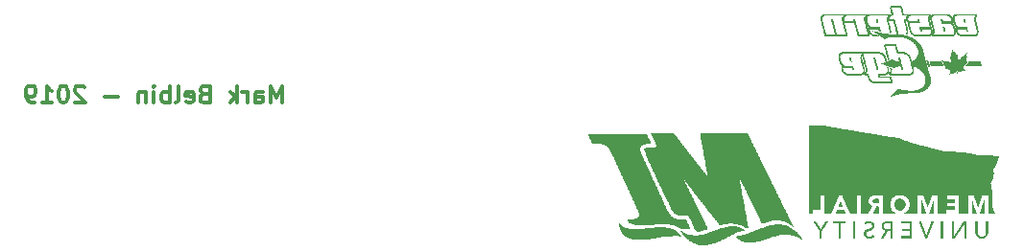
<source format=gbo>
G04 #@! TF.GenerationSoftware,KiCad,Pcbnew,(5.0.0)*
G04 #@! TF.CreationDate,2019-01-27T01:54:26-03:30*
G04 #@! TF.ProjectId,Tooling Board,546F6F6C696E6720426F6172642E6B69,rev?*
G04 #@! TF.SameCoordinates,Original*
G04 #@! TF.FileFunction,Legend,Bot*
G04 #@! TF.FilePolarity,Positive*
%FSLAX46Y46*%
G04 Gerber Fmt 4.6, Leading zero omitted, Abs format (unit mm)*
G04 Created by KiCad (PCBNEW (5.0.0)) date 01/27/19 01:54:26*
%MOMM*%
%LPD*%
G01*
G04 APERTURE LIST*
%ADD10C,0.300000*%
%ADD11C,0.100000*%
G04 APERTURE END LIST*
D10*
X128070000Y-81808571D02*
X128070000Y-80308571D01*
X127570000Y-81380000D01*
X127070000Y-80308571D01*
X127070000Y-81808571D01*
X125712857Y-81808571D02*
X125712857Y-81022857D01*
X125784285Y-80880000D01*
X125927142Y-80808571D01*
X126212857Y-80808571D01*
X126355714Y-80880000D01*
X125712857Y-81737142D02*
X125855714Y-81808571D01*
X126212857Y-81808571D01*
X126355714Y-81737142D01*
X126427142Y-81594285D01*
X126427142Y-81451428D01*
X126355714Y-81308571D01*
X126212857Y-81237142D01*
X125855714Y-81237142D01*
X125712857Y-81165714D01*
X124998571Y-81808571D02*
X124998571Y-80808571D01*
X124998571Y-81094285D02*
X124927142Y-80951428D01*
X124855714Y-80880000D01*
X124712857Y-80808571D01*
X124570000Y-80808571D01*
X124070000Y-81808571D02*
X124070000Y-80308571D01*
X123927142Y-81237142D02*
X123498571Y-81808571D01*
X123498571Y-80808571D02*
X124070000Y-81380000D01*
X121212857Y-81022857D02*
X120998571Y-81094285D01*
X120927142Y-81165714D01*
X120855714Y-81308571D01*
X120855714Y-81522857D01*
X120927142Y-81665714D01*
X120998571Y-81737142D01*
X121141428Y-81808571D01*
X121712857Y-81808571D01*
X121712857Y-80308571D01*
X121212857Y-80308571D01*
X121070000Y-80380000D01*
X120998571Y-80451428D01*
X120927142Y-80594285D01*
X120927142Y-80737142D01*
X120998571Y-80880000D01*
X121070000Y-80951428D01*
X121212857Y-81022857D01*
X121712857Y-81022857D01*
X119641428Y-81737142D02*
X119784285Y-81808571D01*
X120070000Y-81808571D01*
X120212857Y-81737142D01*
X120284285Y-81594285D01*
X120284285Y-81022857D01*
X120212857Y-80880000D01*
X120070000Y-80808571D01*
X119784285Y-80808571D01*
X119641428Y-80880000D01*
X119570000Y-81022857D01*
X119570000Y-81165714D01*
X120284285Y-81308571D01*
X118712857Y-81808571D02*
X118855714Y-81737142D01*
X118927142Y-81594285D01*
X118927142Y-80308571D01*
X118141428Y-81808571D02*
X118141428Y-80308571D01*
X118141428Y-80880000D02*
X117998571Y-80808571D01*
X117712857Y-80808571D01*
X117570000Y-80880000D01*
X117498571Y-80951428D01*
X117427142Y-81094285D01*
X117427142Y-81522857D01*
X117498571Y-81665714D01*
X117570000Y-81737142D01*
X117712857Y-81808571D01*
X117998571Y-81808571D01*
X118141428Y-81737142D01*
X116784285Y-81808571D02*
X116784285Y-80808571D01*
X116784285Y-80308571D02*
X116855714Y-80380000D01*
X116784285Y-80451428D01*
X116712857Y-80380000D01*
X116784285Y-80308571D01*
X116784285Y-80451428D01*
X116070000Y-80808571D02*
X116070000Y-81808571D01*
X116070000Y-80951428D02*
X115998571Y-80880000D01*
X115855714Y-80808571D01*
X115641428Y-80808571D01*
X115498571Y-80880000D01*
X115427142Y-81022857D01*
X115427142Y-81808571D01*
X113570000Y-81237142D02*
X112427142Y-81237142D01*
X110641428Y-80451428D02*
X110570000Y-80380000D01*
X110427142Y-80308571D01*
X110070000Y-80308571D01*
X109927142Y-80380000D01*
X109855714Y-80451428D01*
X109784285Y-80594285D01*
X109784285Y-80737142D01*
X109855714Y-80951428D01*
X110712857Y-81808571D01*
X109784285Y-81808571D01*
X108855714Y-80308571D02*
X108712857Y-80308571D01*
X108570000Y-80380000D01*
X108498571Y-80451428D01*
X108427142Y-80594285D01*
X108355714Y-80880000D01*
X108355714Y-81237142D01*
X108427142Y-81522857D01*
X108498571Y-81665714D01*
X108570000Y-81737142D01*
X108712857Y-81808571D01*
X108855714Y-81808571D01*
X108998571Y-81737142D01*
X109070000Y-81665714D01*
X109141428Y-81522857D01*
X109212857Y-81237142D01*
X109212857Y-80880000D01*
X109141428Y-80594285D01*
X109070000Y-80451428D01*
X108998571Y-80380000D01*
X108855714Y-80308571D01*
X106927142Y-81808571D02*
X107784285Y-81808571D01*
X107355714Y-81808571D02*
X107355714Y-80308571D01*
X107498571Y-80522857D01*
X107641428Y-80665714D01*
X107784285Y-80737142D01*
X106212857Y-81808571D02*
X105927142Y-81808571D01*
X105784285Y-81737142D01*
X105712857Y-81665714D01*
X105570000Y-81451428D01*
X105498571Y-81165714D01*
X105498571Y-80594285D01*
X105570000Y-80451428D01*
X105641428Y-80380000D01*
X105784285Y-80308571D01*
X106070000Y-80308571D01*
X106212857Y-80380000D01*
X106284285Y-80451428D01*
X106355714Y-80594285D01*
X106355714Y-80951428D01*
X106284285Y-81094285D01*
X106212857Y-81165714D01*
X106070000Y-81237142D01*
X105784285Y-81237142D01*
X105641428Y-81165714D01*
X105570000Y-81094285D01*
X105498571Y-80951428D01*
D11*
G04 #@! TO.C,U$12*
G36*
X182682500Y-73282500D02*
X181807500Y-73282500D01*
X181807500Y-73257500D01*
X182682500Y-73257500D01*
X182682500Y-73282500D01*
G37*
G36*
X182732500Y-73307500D02*
X181757500Y-73307500D01*
X181757500Y-73282500D01*
X182732500Y-73282500D01*
X182732500Y-73307500D01*
G37*
G36*
X182757500Y-73332500D02*
X181732500Y-73332500D01*
X181732500Y-73307500D01*
X182757500Y-73307500D01*
X182757500Y-73332500D01*
G37*
G36*
X182782500Y-73357500D02*
X181732500Y-73357500D01*
X181732500Y-73332500D01*
X182782500Y-73332500D01*
X182782500Y-73357500D01*
G37*
G36*
X182782500Y-73382500D02*
X181732500Y-73382500D01*
X181732500Y-73357500D01*
X182782500Y-73357500D01*
X182782500Y-73382500D01*
G37*
G36*
X182782500Y-73407500D02*
X181707500Y-73407500D01*
X181707500Y-73382500D01*
X182782500Y-73382500D01*
X182782500Y-73407500D01*
G37*
G36*
X181857500Y-73432500D02*
X181707500Y-73432500D01*
X181707500Y-73407500D01*
X181857500Y-73407500D01*
X181857500Y-73432500D01*
G37*
G36*
X182807500Y-73432500D02*
X182632500Y-73432500D01*
X182632500Y-73407500D01*
X182807500Y-73407500D01*
X182807500Y-73432500D01*
G37*
G36*
X181857500Y-73457500D02*
X181707500Y-73457500D01*
X181707500Y-73432500D01*
X181857500Y-73432500D01*
X181857500Y-73457500D01*
G37*
G36*
X182807500Y-73457500D02*
X182632500Y-73457500D01*
X182632500Y-73432500D01*
X182807500Y-73432500D01*
X182807500Y-73457500D01*
G37*
G36*
X181882500Y-73482500D02*
X181707500Y-73482500D01*
X181707500Y-73457500D01*
X181882500Y-73457500D01*
X181882500Y-73482500D01*
G37*
G36*
X182807500Y-73482500D02*
X182657500Y-73482500D01*
X182657500Y-73457500D01*
X182807500Y-73457500D01*
X182807500Y-73482500D01*
G37*
G36*
X181882500Y-73507500D02*
X181732500Y-73507500D01*
X181732500Y-73482500D01*
X181882500Y-73482500D01*
X181882500Y-73507500D01*
G37*
G36*
X182807500Y-73507500D02*
X182657500Y-73507500D01*
X182657500Y-73482500D01*
X182807500Y-73482500D01*
X182807500Y-73507500D01*
G37*
G36*
X181882500Y-73532500D02*
X181732500Y-73532500D01*
X181732500Y-73507500D01*
X181882500Y-73507500D01*
X181882500Y-73532500D01*
G37*
G36*
X182832500Y-73532500D02*
X182657500Y-73532500D01*
X182657500Y-73507500D01*
X182832500Y-73507500D01*
X182832500Y-73532500D01*
G37*
G36*
X181882500Y-73557500D02*
X181732500Y-73557500D01*
X181732500Y-73532500D01*
X181882500Y-73532500D01*
X181882500Y-73557500D01*
G37*
G36*
X182832500Y-73557500D02*
X182657500Y-73557500D01*
X182657500Y-73532500D01*
X182832500Y-73532500D01*
X182832500Y-73557500D01*
G37*
G36*
X181907500Y-73582500D02*
X181732500Y-73582500D01*
X181732500Y-73557500D01*
X181907500Y-73557500D01*
X181907500Y-73582500D01*
G37*
G36*
X182832500Y-73582500D02*
X182682500Y-73582500D01*
X182682500Y-73557500D01*
X182832500Y-73557500D01*
X182832500Y-73582500D01*
G37*
G36*
X181907500Y-73607500D02*
X181757500Y-73607500D01*
X181757500Y-73582500D01*
X181907500Y-73582500D01*
X181907500Y-73607500D01*
G37*
G36*
X182832500Y-73607500D02*
X182682500Y-73607500D01*
X182682500Y-73582500D01*
X182832500Y-73582500D01*
X182832500Y-73607500D01*
G37*
G36*
X181907500Y-73632500D02*
X181757500Y-73632500D01*
X181757500Y-73607500D01*
X181907500Y-73607500D01*
X181907500Y-73632500D01*
G37*
G36*
X182857500Y-73632500D02*
X182682500Y-73632500D01*
X182682500Y-73607500D01*
X182857500Y-73607500D01*
X182857500Y-73632500D01*
G37*
G36*
X181932500Y-73657500D02*
X181757500Y-73657500D01*
X181757500Y-73632500D01*
X181932500Y-73632500D01*
X181932500Y-73657500D01*
G37*
G36*
X182857500Y-73657500D02*
X182682500Y-73657500D01*
X182682500Y-73632500D01*
X182857500Y-73632500D01*
X182857500Y-73657500D01*
G37*
G36*
X181932500Y-73682500D02*
X181757500Y-73682500D01*
X181757500Y-73657500D01*
X181932500Y-73657500D01*
X181932500Y-73682500D01*
G37*
G36*
X182857500Y-73682500D02*
X182707500Y-73682500D01*
X182707500Y-73657500D01*
X182857500Y-73657500D01*
X182857500Y-73682500D01*
G37*
G36*
X181932500Y-73707500D02*
X181782500Y-73707500D01*
X181782500Y-73682500D01*
X181932500Y-73682500D01*
X181932500Y-73707500D01*
G37*
G36*
X182857500Y-73707500D02*
X182707500Y-73707500D01*
X182707500Y-73682500D01*
X182857500Y-73682500D01*
X182857500Y-73707500D01*
G37*
G36*
X181932500Y-73732500D02*
X181782500Y-73732500D01*
X181782500Y-73707500D01*
X181932500Y-73707500D01*
X181932500Y-73732500D01*
G37*
G36*
X182882500Y-73732500D02*
X182707500Y-73732500D01*
X182707500Y-73707500D01*
X182882500Y-73707500D01*
X182882500Y-73732500D01*
G37*
G36*
X181957500Y-73757500D02*
X181782500Y-73757500D01*
X181782500Y-73732500D01*
X181957500Y-73732500D01*
X181957500Y-73757500D01*
G37*
G36*
X182882500Y-73757500D02*
X182732500Y-73757500D01*
X182732500Y-73732500D01*
X182882500Y-73732500D01*
X182882500Y-73757500D01*
G37*
G36*
X181957500Y-73782500D02*
X181782500Y-73782500D01*
X181782500Y-73757500D01*
X181957500Y-73757500D01*
X181957500Y-73782500D01*
G37*
G36*
X182882500Y-73782500D02*
X182732500Y-73782500D01*
X182732500Y-73757500D01*
X182882500Y-73757500D01*
X182882500Y-73782500D01*
G37*
G36*
X181957500Y-73807500D02*
X181807500Y-73807500D01*
X181807500Y-73782500D01*
X181957500Y-73782500D01*
X181957500Y-73807500D01*
G37*
G36*
X182907500Y-73807500D02*
X182732500Y-73807500D01*
X182732500Y-73782500D01*
X182907500Y-73782500D01*
X182907500Y-73807500D01*
G37*
G36*
X181957500Y-73832500D02*
X181807500Y-73832500D01*
X181807500Y-73807500D01*
X181957500Y-73807500D01*
X181957500Y-73832500D01*
G37*
G36*
X182907500Y-73832500D02*
X182732500Y-73832500D01*
X182732500Y-73807500D01*
X182907500Y-73807500D01*
X182907500Y-73832500D01*
G37*
G36*
X181982500Y-73857500D02*
X181807500Y-73857500D01*
X181807500Y-73832500D01*
X181982500Y-73832500D01*
X181982500Y-73857500D01*
G37*
G36*
X182907500Y-73857500D02*
X182757500Y-73857500D01*
X182757500Y-73832500D01*
X182907500Y-73832500D01*
X182907500Y-73857500D01*
G37*
G36*
X181982500Y-73882500D02*
X181807500Y-73882500D01*
X181807500Y-73857500D01*
X181982500Y-73857500D01*
X181982500Y-73882500D01*
G37*
G36*
X182907500Y-73882500D02*
X182757500Y-73882500D01*
X182757500Y-73857500D01*
X182907500Y-73857500D01*
X182907500Y-73882500D01*
G37*
G36*
X181982500Y-73907500D02*
X181832500Y-73907500D01*
X181832500Y-73882500D01*
X181982500Y-73882500D01*
X181982500Y-73907500D01*
G37*
G36*
X182932500Y-73907500D02*
X182757500Y-73907500D01*
X182757500Y-73882500D01*
X182932500Y-73882500D01*
X182932500Y-73907500D01*
G37*
G36*
X182007500Y-73932500D02*
X181832500Y-73932500D01*
X181832500Y-73907500D01*
X182007500Y-73907500D01*
X182007500Y-73932500D01*
G37*
G36*
X182932500Y-73932500D02*
X182757500Y-73932500D01*
X182757500Y-73907500D01*
X182932500Y-73907500D01*
X182932500Y-73932500D01*
G37*
G36*
X182007500Y-73957500D02*
X181832500Y-73957500D01*
X181832500Y-73932500D01*
X182007500Y-73932500D01*
X182007500Y-73957500D01*
G37*
G36*
X182932500Y-73957500D02*
X182782500Y-73957500D01*
X182782500Y-73932500D01*
X182932500Y-73932500D01*
X182932500Y-73957500D01*
G37*
G36*
X177707500Y-73982500D02*
X175857500Y-73982500D01*
X175857500Y-73957500D01*
X177707500Y-73957500D01*
X177707500Y-73982500D01*
G37*
G36*
X179657500Y-73982500D02*
X177807500Y-73982500D01*
X177807500Y-73957500D01*
X179657500Y-73957500D01*
X179657500Y-73982500D01*
G37*
G36*
X181657500Y-73982500D02*
X179807500Y-73982500D01*
X179807500Y-73957500D01*
X181657500Y-73957500D01*
X181657500Y-73982500D01*
G37*
G36*
X182007500Y-73982500D02*
X181782500Y-73982500D01*
X181782500Y-73957500D01*
X182007500Y-73957500D01*
X182007500Y-73982500D01*
G37*
G36*
X183332500Y-73982500D02*
X182782500Y-73982500D01*
X182782500Y-73957500D01*
X183332500Y-73957500D01*
X183332500Y-73982500D01*
G37*
G36*
X185307500Y-73982500D02*
X183457500Y-73982500D01*
X183457500Y-73957500D01*
X185307500Y-73957500D01*
X185307500Y-73982500D01*
G37*
G36*
X186807500Y-73982500D02*
X185557500Y-73982500D01*
X185557500Y-73957500D01*
X186807500Y-73957500D01*
X186807500Y-73982500D01*
G37*
G36*
X189357500Y-73982500D02*
X187507500Y-73982500D01*
X187507500Y-73957500D01*
X189357500Y-73957500D01*
X189357500Y-73982500D01*
G37*
G36*
X179682500Y-74007500D02*
X175807500Y-74007500D01*
X175807500Y-73982500D01*
X179682500Y-73982500D01*
X179682500Y-74007500D01*
G37*
G36*
X182007500Y-74007500D02*
X179732500Y-74007500D01*
X179732500Y-73982500D01*
X182007500Y-73982500D01*
X182007500Y-74007500D01*
G37*
G36*
X185332500Y-74007500D02*
X182782500Y-74007500D01*
X182782500Y-73982500D01*
X185332500Y-73982500D01*
X185332500Y-74007500D01*
G37*
G36*
X186882500Y-74007500D02*
X185482500Y-74007500D01*
X185482500Y-73982500D01*
X186882500Y-73982500D01*
X186882500Y-74007500D01*
G37*
G36*
X189382500Y-74007500D02*
X187432500Y-74007500D01*
X187432500Y-73982500D01*
X189382500Y-73982500D01*
X189382500Y-74007500D01*
G37*
G36*
X182032500Y-74032500D02*
X175757500Y-74032500D01*
X175757500Y-74007500D01*
X182032500Y-74007500D01*
X182032500Y-74032500D01*
G37*
G36*
X185332500Y-74032500D02*
X182807500Y-74032500D01*
X182807500Y-74007500D01*
X185332500Y-74007500D01*
X185332500Y-74032500D01*
G37*
G36*
X186932500Y-74032500D02*
X185432500Y-74032500D01*
X185432500Y-74007500D01*
X186932500Y-74007500D01*
X186932500Y-74032500D01*
G37*
G36*
X189407500Y-74032500D02*
X187407500Y-74032500D01*
X187407500Y-74007500D01*
X189407500Y-74007500D01*
X189407500Y-74032500D01*
G37*
G36*
X182032500Y-74057500D02*
X175732500Y-74057500D01*
X175732500Y-74032500D01*
X182032500Y-74032500D01*
X182032500Y-74057500D01*
G37*
G36*
X185357500Y-74057500D02*
X182807500Y-74057500D01*
X182807500Y-74032500D01*
X185357500Y-74032500D01*
X185357500Y-74057500D01*
G37*
G36*
X186982500Y-74057500D02*
X185382500Y-74057500D01*
X185382500Y-74032500D01*
X186982500Y-74032500D01*
X186982500Y-74057500D01*
G37*
G36*
X189407500Y-74057500D02*
X187357500Y-74057500D01*
X187357500Y-74032500D01*
X189407500Y-74032500D01*
X189407500Y-74057500D01*
G37*
G36*
X182032500Y-74082500D02*
X175707500Y-74082500D01*
X175707500Y-74057500D01*
X182032500Y-74057500D01*
X182032500Y-74082500D01*
G37*
G36*
X187007500Y-74082500D02*
X182807500Y-74082500D01*
X182807500Y-74057500D01*
X187007500Y-74057500D01*
X187007500Y-74082500D01*
G37*
G36*
X189407500Y-74082500D02*
X187332500Y-74082500D01*
X187332500Y-74057500D01*
X189407500Y-74057500D01*
X189407500Y-74082500D01*
G37*
G36*
X182032500Y-74107500D02*
X175682500Y-74107500D01*
X175682500Y-74082500D01*
X182032500Y-74082500D01*
X182032500Y-74107500D01*
G37*
G36*
X187057500Y-74107500D02*
X182807500Y-74107500D01*
X182807500Y-74082500D01*
X187057500Y-74082500D01*
X187057500Y-74107500D01*
G37*
G36*
X189407500Y-74107500D02*
X187332500Y-74107500D01*
X187332500Y-74082500D01*
X189407500Y-74082500D01*
X189407500Y-74107500D01*
G37*
G36*
X175932500Y-74132500D02*
X175657500Y-74132500D01*
X175657500Y-74107500D01*
X175932500Y-74107500D01*
X175932500Y-74132500D01*
G37*
G36*
X177907500Y-74132500D02*
X177582500Y-74132500D01*
X177582500Y-74107500D01*
X177907500Y-74107500D01*
X177907500Y-74132500D01*
G37*
G36*
X179882500Y-74132500D02*
X179557500Y-74132500D01*
X179557500Y-74107500D01*
X179882500Y-74107500D01*
X179882500Y-74132500D01*
G37*
G36*
X181857500Y-74132500D02*
X181532500Y-74132500D01*
X181532500Y-74107500D01*
X181857500Y-74107500D01*
X181857500Y-74132500D01*
G37*
G36*
X183532500Y-74132500D02*
X183232500Y-74132500D01*
X183232500Y-74107500D01*
X183532500Y-74107500D01*
X183532500Y-74132500D01*
G37*
G36*
X185607500Y-74132500D02*
X185182500Y-74132500D01*
X185182500Y-74107500D01*
X185607500Y-74107500D01*
X185607500Y-74132500D01*
G37*
G36*
X187082500Y-74132500D02*
X186732500Y-74132500D01*
X186732500Y-74107500D01*
X187082500Y-74107500D01*
X187082500Y-74132500D01*
G37*
G36*
X187582500Y-74132500D02*
X187307500Y-74132500D01*
X187307500Y-74107500D01*
X187582500Y-74107500D01*
X187582500Y-74132500D01*
G37*
G36*
X189407500Y-74132500D02*
X189257500Y-74132500D01*
X189257500Y-74107500D01*
X189407500Y-74107500D01*
X189407500Y-74132500D01*
G37*
G36*
X175882500Y-74157500D02*
X175632500Y-74157500D01*
X175632500Y-74132500D01*
X175882500Y-74132500D01*
X175882500Y-74157500D01*
G37*
G36*
X177832500Y-74157500D02*
X177557500Y-74157500D01*
X177557500Y-74132500D01*
X177832500Y-74132500D01*
X177832500Y-74157500D01*
G37*
G36*
X179807500Y-74157500D02*
X179507500Y-74157500D01*
X179507500Y-74132500D01*
X179807500Y-74132500D01*
X179807500Y-74157500D01*
G37*
G36*
X181782500Y-74157500D02*
X181507500Y-74157500D01*
X181507500Y-74132500D01*
X181782500Y-74132500D01*
X181782500Y-74157500D01*
G37*
G36*
X183482500Y-74157500D02*
X183207500Y-74157500D01*
X183207500Y-74132500D01*
X183482500Y-74132500D01*
X183482500Y-74157500D01*
G37*
G36*
X185557500Y-74157500D02*
X185157500Y-74157500D01*
X185157500Y-74132500D01*
X185557500Y-74132500D01*
X185557500Y-74157500D01*
G37*
G36*
X187107500Y-74157500D02*
X186807500Y-74157500D01*
X186807500Y-74132500D01*
X187107500Y-74132500D01*
X187107500Y-74157500D01*
G37*
G36*
X187532500Y-74157500D02*
X187307500Y-74157500D01*
X187307500Y-74132500D01*
X187532500Y-74132500D01*
X187532500Y-74157500D01*
G37*
G36*
X189407500Y-74157500D02*
X189207500Y-74157500D01*
X189207500Y-74132500D01*
X189407500Y-74132500D01*
X189407500Y-74157500D01*
G37*
G36*
X175857500Y-74182500D02*
X175632500Y-74182500D01*
X175632500Y-74157500D01*
X175857500Y-74157500D01*
X175857500Y-74182500D01*
G37*
G36*
X177807500Y-74182500D02*
X177532500Y-74182500D01*
X177532500Y-74157500D01*
X177807500Y-74157500D01*
X177807500Y-74182500D01*
G37*
G36*
X179782500Y-74182500D02*
X179482500Y-74182500D01*
X179482500Y-74157500D01*
X179782500Y-74157500D01*
X179782500Y-74182500D01*
G37*
G36*
X181757500Y-74182500D02*
X181482500Y-74182500D01*
X181482500Y-74157500D01*
X181757500Y-74157500D01*
X181757500Y-74182500D01*
G37*
G36*
X183432500Y-74182500D02*
X183182500Y-74182500D01*
X183182500Y-74157500D01*
X183432500Y-74157500D01*
X183432500Y-74182500D01*
G37*
G36*
X185507500Y-74182500D02*
X185132500Y-74182500D01*
X185132500Y-74157500D01*
X185507500Y-74157500D01*
X185507500Y-74182500D01*
G37*
G36*
X187132500Y-74182500D02*
X186857500Y-74182500D01*
X186857500Y-74157500D01*
X187132500Y-74157500D01*
X187132500Y-74182500D01*
G37*
G36*
X187482500Y-74182500D02*
X187282500Y-74182500D01*
X187282500Y-74157500D01*
X187482500Y-74157500D01*
X187482500Y-74182500D01*
G37*
G36*
X189407500Y-74182500D02*
X189207500Y-74182500D01*
X189207500Y-74157500D01*
X189407500Y-74157500D01*
X189407500Y-74182500D01*
G37*
G36*
X175807500Y-74207500D02*
X175607500Y-74207500D01*
X175607500Y-74182500D01*
X175807500Y-74182500D01*
X175807500Y-74207500D01*
G37*
G36*
X177782500Y-74207500D02*
X177532500Y-74207500D01*
X177532500Y-74182500D01*
X177782500Y-74182500D01*
X177782500Y-74207500D01*
G37*
G36*
X179757500Y-74207500D02*
X179482500Y-74207500D01*
X179482500Y-74182500D01*
X179757500Y-74182500D01*
X179757500Y-74207500D01*
G37*
G36*
X181732500Y-74207500D02*
X181482500Y-74207500D01*
X181482500Y-74182500D01*
X181732500Y-74182500D01*
X181732500Y-74207500D01*
G37*
G36*
X183407500Y-74207500D02*
X183157500Y-74207500D01*
X183157500Y-74182500D01*
X183407500Y-74182500D01*
X183407500Y-74207500D01*
G37*
G36*
X185482500Y-74207500D02*
X185107500Y-74207500D01*
X185107500Y-74182500D01*
X185482500Y-74182500D01*
X185482500Y-74207500D01*
G37*
G36*
X187157500Y-74207500D02*
X186907500Y-74207500D01*
X186907500Y-74182500D01*
X187157500Y-74182500D01*
X187157500Y-74207500D01*
G37*
G36*
X187457500Y-74207500D02*
X187282500Y-74207500D01*
X187282500Y-74182500D01*
X187457500Y-74182500D01*
X187457500Y-74207500D01*
G37*
G36*
X189407500Y-74207500D02*
X189182500Y-74207500D01*
X189182500Y-74182500D01*
X189407500Y-74182500D01*
X189407500Y-74207500D01*
G37*
G36*
X175807500Y-74232500D02*
X175607500Y-74232500D01*
X175607500Y-74207500D01*
X175807500Y-74207500D01*
X175807500Y-74232500D01*
G37*
G36*
X177757500Y-74232500D02*
X177507500Y-74232500D01*
X177507500Y-74207500D01*
X177757500Y-74207500D01*
X177757500Y-74232500D01*
G37*
G36*
X179732500Y-74232500D02*
X179457500Y-74232500D01*
X179457500Y-74207500D01*
X179732500Y-74207500D01*
X179732500Y-74232500D01*
G37*
G36*
X181707500Y-74232500D02*
X181457500Y-74232500D01*
X181457500Y-74207500D01*
X181707500Y-74207500D01*
X181707500Y-74232500D01*
G37*
G36*
X183382500Y-74232500D02*
X183157500Y-74232500D01*
X183157500Y-74207500D01*
X183382500Y-74207500D01*
X183382500Y-74232500D01*
G37*
G36*
X185457500Y-74232500D02*
X185107500Y-74232500D01*
X185107500Y-74207500D01*
X185457500Y-74207500D01*
X185457500Y-74232500D01*
G37*
G36*
X187182500Y-74232500D02*
X186932500Y-74232500D01*
X186932500Y-74207500D01*
X187182500Y-74207500D01*
X187182500Y-74232500D01*
G37*
G36*
X187457500Y-74232500D02*
X187282500Y-74232500D01*
X187282500Y-74207500D01*
X187457500Y-74207500D01*
X187457500Y-74232500D01*
G37*
G36*
X189382500Y-74232500D02*
X189157500Y-74232500D01*
X189157500Y-74207500D01*
X189382500Y-74207500D01*
X189382500Y-74232500D01*
G37*
G36*
X175782500Y-74257500D02*
X175607500Y-74257500D01*
X175607500Y-74232500D01*
X175782500Y-74232500D01*
X175782500Y-74257500D01*
G37*
G36*
X177732500Y-74257500D02*
X177507500Y-74257500D01*
X177507500Y-74232500D01*
X177732500Y-74232500D01*
X177732500Y-74257500D01*
G37*
G36*
X179732500Y-74257500D02*
X179457500Y-74257500D01*
X179457500Y-74232500D01*
X179732500Y-74232500D01*
X179732500Y-74257500D01*
G37*
G36*
X181682500Y-74257500D02*
X181457500Y-74257500D01*
X181457500Y-74232500D01*
X181682500Y-74232500D01*
X181682500Y-74257500D01*
G37*
G36*
X183382500Y-74257500D02*
X183132500Y-74257500D01*
X183132500Y-74232500D01*
X183382500Y-74232500D01*
X183382500Y-74257500D01*
G37*
G36*
X185457500Y-74257500D02*
X185082500Y-74257500D01*
X185082500Y-74232500D01*
X185457500Y-74232500D01*
X185457500Y-74257500D01*
G37*
G36*
X187182500Y-74257500D02*
X186957500Y-74257500D01*
X186957500Y-74232500D01*
X187182500Y-74232500D01*
X187182500Y-74257500D01*
G37*
G36*
X187432500Y-74257500D02*
X187257500Y-74257500D01*
X187257500Y-74232500D01*
X187432500Y-74232500D01*
X187432500Y-74257500D01*
G37*
G36*
X189357500Y-74257500D02*
X189157500Y-74257500D01*
X189157500Y-74232500D01*
X189357500Y-74232500D01*
X189357500Y-74257500D01*
G37*
G36*
X175757500Y-74282500D02*
X175607500Y-74282500D01*
X175607500Y-74257500D01*
X175757500Y-74257500D01*
X175757500Y-74282500D01*
G37*
G36*
X177732500Y-74282500D02*
X177482500Y-74282500D01*
X177482500Y-74257500D01*
X177732500Y-74257500D01*
X177732500Y-74282500D01*
G37*
G36*
X179707500Y-74282500D02*
X179457500Y-74282500D01*
X179457500Y-74257500D01*
X179707500Y-74257500D01*
X179707500Y-74282500D01*
G37*
G36*
X181682500Y-74282500D02*
X181432500Y-74282500D01*
X181432500Y-74257500D01*
X181682500Y-74257500D01*
X181682500Y-74282500D01*
G37*
G36*
X183357500Y-74282500D02*
X183132500Y-74282500D01*
X183132500Y-74257500D01*
X183357500Y-74257500D01*
X183357500Y-74282500D01*
G37*
G36*
X185432500Y-74282500D02*
X185082500Y-74282500D01*
X185082500Y-74257500D01*
X185432500Y-74257500D01*
X185432500Y-74282500D01*
G37*
G36*
X187207500Y-74282500D02*
X187007500Y-74282500D01*
X187007500Y-74257500D01*
X187207500Y-74257500D01*
X187207500Y-74282500D01*
G37*
G36*
X187432500Y-74282500D02*
X187257500Y-74282500D01*
X187257500Y-74257500D01*
X187432500Y-74257500D01*
X187432500Y-74282500D01*
G37*
G36*
X189332500Y-74282500D02*
X189157500Y-74282500D01*
X189157500Y-74257500D01*
X189332500Y-74257500D01*
X189332500Y-74282500D01*
G37*
G36*
X175757500Y-74307500D02*
X175582500Y-74307500D01*
X175582500Y-74282500D01*
X175757500Y-74282500D01*
X175757500Y-74307500D01*
G37*
G36*
X177707500Y-74307500D02*
X177482500Y-74307500D01*
X177482500Y-74282500D01*
X177707500Y-74282500D01*
X177707500Y-74307500D01*
G37*
G36*
X179707500Y-74307500D02*
X179432500Y-74307500D01*
X179432500Y-74282500D01*
X179707500Y-74282500D01*
X179707500Y-74307500D01*
G37*
G36*
X181657500Y-74307500D02*
X181432500Y-74307500D01*
X181432500Y-74282500D01*
X181657500Y-74282500D01*
X181657500Y-74307500D01*
G37*
G36*
X183357500Y-74307500D02*
X183107500Y-74307500D01*
X183107500Y-74282500D01*
X183357500Y-74282500D01*
X183357500Y-74307500D01*
G37*
G36*
X185232500Y-74307500D02*
X185082500Y-74307500D01*
X185082500Y-74282500D01*
X185232500Y-74282500D01*
X185232500Y-74307500D01*
G37*
G36*
X185432500Y-74307500D02*
X185257500Y-74307500D01*
X185257500Y-74282500D01*
X185432500Y-74282500D01*
X185432500Y-74307500D01*
G37*
G36*
X187232500Y-74307500D02*
X187032500Y-74307500D01*
X187032500Y-74282500D01*
X187232500Y-74282500D01*
X187232500Y-74307500D01*
G37*
G36*
X187407500Y-74307500D02*
X187257500Y-74307500D01*
X187257500Y-74282500D01*
X187407500Y-74282500D01*
X187407500Y-74307500D01*
G37*
G36*
X189307500Y-74307500D02*
X189132500Y-74307500D01*
X189132500Y-74282500D01*
X189307500Y-74282500D01*
X189307500Y-74307500D01*
G37*
G36*
X175757500Y-74332500D02*
X175582500Y-74332500D01*
X175582500Y-74307500D01*
X175757500Y-74307500D01*
X175757500Y-74332500D01*
G37*
G36*
X177707500Y-74332500D02*
X177482500Y-74332500D01*
X177482500Y-74307500D01*
X177707500Y-74307500D01*
X177707500Y-74332500D01*
G37*
G36*
X179707500Y-74332500D02*
X179432500Y-74332500D01*
X179432500Y-74307500D01*
X179707500Y-74307500D01*
X179707500Y-74332500D01*
G37*
G36*
X181657500Y-74332500D02*
X181432500Y-74332500D01*
X181432500Y-74307500D01*
X181657500Y-74307500D01*
X181657500Y-74332500D01*
G37*
G36*
X183332500Y-74332500D02*
X183107500Y-74332500D01*
X183107500Y-74307500D01*
X183332500Y-74307500D01*
X183332500Y-74332500D01*
G37*
G36*
X185232500Y-74332500D02*
X185082500Y-74332500D01*
X185082500Y-74307500D01*
X185232500Y-74307500D01*
X185232500Y-74332500D01*
G37*
G36*
X185432500Y-74332500D02*
X185257500Y-74332500D01*
X185257500Y-74307500D01*
X185432500Y-74307500D01*
X185432500Y-74332500D01*
G37*
G36*
X187232500Y-74332500D02*
X187032500Y-74332500D01*
X187032500Y-74307500D01*
X187232500Y-74307500D01*
X187232500Y-74332500D01*
G37*
G36*
X187407500Y-74332500D02*
X187257500Y-74332500D01*
X187257500Y-74307500D01*
X187407500Y-74307500D01*
X187407500Y-74332500D01*
G37*
G36*
X189307500Y-74332500D02*
X189132500Y-74332500D01*
X189132500Y-74307500D01*
X189307500Y-74307500D01*
X189307500Y-74332500D01*
G37*
G36*
X175757500Y-74357500D02*
X175582500Y-74357500D01*
X175582500Y-74332500D01*
X175757500Y-74332500D01*
X175757500Y-74357500D01*
G37*
G36*
X177707500Y-74357500D02*
X177482500Y-74357500D01*
X177482500Y-74332500D01*
X177707500Y-74332500D01*
X177707500Y-74357500D01*
G37*
G36*
X179707500Y-74357500D02*
X179432500Y-74357500D01*
X179432500Y-74332500D01*
X179707500Y-74332500D01*
X179707500Y-74357500D01*
G37*
G36*
X181657500Y-74357500D02*
X181432500Y-74357500D01*
X181432500Y-74332500D01*
X181657500Y-74332500D01*
X181657500Y-74357500D01*
G37*
G36*
X183332500Y-74357500D02*
X183107500Y-74357500D01*
X183107500Y-74332500D01*
X183332500Y-74332500D01*
X183332500Y-74357500D01*
G37*
G36*
X185232500Y-74357500D02*
X185057500Y-74357500D01*
X185057500Y-74332500D01*
X185232500Y-74332500D01*
X185232500Y-74357500D01*
G37*
G36*
X185407500Y-74357500D02*
X185257500Y-74357500D01*
X185257500Y-74332500D01*
X185407500Y-74332500D01*
X185407500Y-74357500D01*
G37*
G36*
X187407500Y-74357500D02*
X187057500Y-74357500D01*
X187057500Y-74332500D01*
X187407500Y-74332500D01*
X187407500Y-74357500D01*
G37*
G36*
X189282500Y-74357500D02*
X189132500Y-74357500D01*
X189132500Y-74332500D01*
X189282500Y-74332500D01*
X189282500Y-74357500D01*
G37*
G36*
X175732500Y-74382500D02*
X175582500Y-74382500D01*
X175582500Y-74357500D01*
X175732500Y-74357500D01*
X175732500Y-74382500D01*
G37*
G36*
X177707500Y-74382500D02*
X177457500Y-74382500D01*
X177457500Y-74357500D01*
X177707500Y-74357500D01*
X177707500Y-74382500D01*
G37*
G36*
X179707500Y-74382500D02*
X179432500Y-74382500D01*
X179432500Y-74357500D01*
X179707500Y-74357500D01*
X179707500Y-74382500D01*
G37*
G36*
X181657500Y-74382500D02*
X181432500Y-74382500D01*
X181432500Y-74357500D01*
X181657500Y-74357500D01*
X181657500Y-74382500D01*
G37*
G36*
X183332500Y-74382500D02*
X183107500Y-74382500D01*
X183107500Y-74357500D01*
X183332500Y-74357500D01*
X183332500Y-74382500D01*
G37*
G36*
X185207500Y-74382500D02*
X185057500Y-74382500D01*
X185057500Y-74357500D01*
X185207500Y-74357500D01*
X185207500Y-74382500D01*
G37*
G36*
X185407500Y-74382500D02*
X185257500Y-74382500D01*
X185257500Y-74357500D01*
X185407500Y-74357500D01*
X185407500Y-74382500D01*
G37*
G36*
X187407500Y-74382500D02*
X187082500Y-74382500D01*
X187082500Y-74357500D01*
X187407500Y-74357500D01*
X187407500Y-74382500D01*
G37*
G36*
X189282500Y-74382500D02*
X189132500Y-74382500D01*
X189132500Y-74357500D01*
X189282500Y-74357500D01*
X189282500Y-74382500D01*
G37*
G36*
X175732500Y-74407500D02*
X175582500Y-74407500D01*
X175582500Y-74382500D01*
X175732500Y-74382500D01*
X175732500Y-74407500D01*
G37*
G36*
X177707500Y-74407500D02*
X177457500Y-74407500D01*
X177457500Y-74382500D01*
X177707500Y-74382500D01*
X177707500Y-74407500D01*
G37*
G36*
X179707500Y-74407500D02*
X179432500Y-74407500D01*
X179432500Y-74382500D01*
X179707500Y-74382500D01*
X179707500Y-74407500D01*
G37*
G36*
X181657500Y-74407500D02*
X181407500Y-74407500D01*
X181407500Y-74382500D01*
X181657500Y-74382500D01*
X181657500Y-74407500D01*
G37*
G36*
X183332500Y-74407500D02*
X183107500Y-74407500D01*
X183107500Y-74382500D01*
X183332500Y-74382500D01*
X183332500Y-74407500D01*
G37*
G36*
X185207500Y-74407500D02*
X185057500Y-74407500D01*
X185057500Y-74382500D01*
X185207500Y-74382500D01*
X185207500Y-74407500D01*
G37*
G36*
X185407500Y-74407500D02*
X185257500Y-74407500D01*
X185257500Y-74382500D01*
X185407500Y-74382500D01*
X185407500Y-74407500D01*
G37*
G36*
X187407500Y-74407500D02*
X187082500Y-74407500D01*
X187082500Y-74382500D01*
X187407500Y-74382500D01*
X187407500Y-74407500D01*
G37*
G36*
X189282500Y-74407500D02*
X189132500Y-74407500D01*
X189132500Y-74382500D01*
X189282500Y-74382500D01*
X189282500Y-74407500D01*
G37*
G36*
X175732500Y-74432500D02*
X175582500Y-74432500D01*
X175582500Y-74407500D01*
X175732500Y-74407500D01*
X175732500Y-74432500D01*
G37*
G36*
X177707500Y-74432500D02*
X177457500Y-74432500D01*
X177457500Y-74407500D01*
X177707500Y-74407500D01*
X177707500Y-74432500D01*
G37*
G36*
X179707500Y-74432500D02*
X179407500Y-74432500D01*
X179407500Y-74407500D01*
X179707500Y-74407500D01*
X179707500Y-74432500D01*
G37*
G36*
X181657500Y-74432500D02*
X181407500Y-74432500D01*
X181407500Y-74407500D01*
X181657500Y-74407500D01*
X181657500Y-74432500D01*
G37*
G36*
X183332500Y-74432500D02*
X183107500Y-74432500D01*
X183107500Y-74407500D01*
X183332500Y-74407500D01*
X183332500Y-74432500D01*
G37*
G36*
X185207500Y-74432500D02*
X185057500Y-74432500D01*
X185057500Y-74407500D01*
X185207500Y-74407500D01*
X185207500Y-74432500D01*
G37*
G36*
X185407500Y-74432500D02*
X185257500Y-74432500D01*
X185257500Y-74407500D01*
X185407500Y-74407500D01*
X185407500Y-74432500D01*
G37*
G36*
X187407500Y-74432500D02*
X187107500Y-74432500D01*
X187107500Y-74407500D01*
X187407500Y-74407500D01*
X187407500Y-74432500D01*
G37*
G36*
X189282500Y-74432500D02*
X189132500Y-74432500D01*
X189132500Y-74407500D01*
X189282500Y-74407500D01*
X189282500Y-74432500D01*
G37*
G36*
X175757500Y-74457500D02*
X175582500Y-74457500D01*
X175582500Y-74432500D01*
X175757500Y-74432500D01*
X175757500Y-74457500D01*
G37*
G36*
X176682500Y-74457500D02*
X176507500Y-74457500D01*
X176507500Y-74432500D01*
X176682500Y-74432500D01*
X176682500Y-74457500D01*
G37*
G36*
X177707500Y-74457500D02*
X177457500Y-74457500D01*
X177457500Y-74432500D01*
X177707500Y-74432500D01*
X177707500Y-74457500D01*
G37*
G36*
X178632500Y-74457500D02*
X178482500Y-74457500D01*
X178482500Y-74432500D01*
X178632500Y-74432500D01*
X178632500Y-74457500D01*
G37*
G36*
X179707500Y-74457500D02*
X179407500Y-74457500D01*
X179407500Y-74432500D01*
X179707500Y-74432500D01*
X179707500Y-74457500D01*
G37*
G36*
X180632500Y-74457500D02*
X180482500Y-74457500D01*
X180482500Y-74432500D01*
X180632500Y-74432500D01*
X180632500Y-74457500D01*
G37*
G36*
X182132500Y-74457500D02*
X181407500Y-74457500D01*
X181407500Y-74432500D01*
X182132500Y-74432500D01*
X182132500Y-74457500D01*
G37*
G36*
X183332500Y-74457500D02*
X182932500Y-74457500D01*
X182932500Y-74432500D01*
X183332500Y-74432500D01*
X183332500Y-74457500D01*
G37*
G36*
X184282500Y-74457500D02*
X184107500Y-74457500D01*
X184107500Y-74432500D01*
X184282500Y-74432500D01*
X184282500Y-74457500D01*
G37*
G36*
X185207500Y-74457500D02*
X185057500Y-74457500D01*
X185057500Y-74432500D01*
X185207500Y-74432500D01*
X185207500Y-74457500D01*
G37*
G36*
X185407500Y-74457500D02*
X185257500Y-74457500D01*
X185257500Y-74432500D01*
X185407500Y-74432500D01*
X185407500Y-74457500D01*
G37*
G36*
X186357500Y-74457500D02*
X186182500Y-74457500D01*
X186182500Y-74432500D01*
X186357500Y-74432500D01*
X186357500Y-74457500D01*
G37*
G36*
X187407500Y-74457500D02*
X187107500Y-74457500D01*
X187107500Y-74432500D01*
X187407500Y-74432500D01*
X187407500Y-74457500D01*
G37*
G36*
X188332500Y-74457500D02*
X188182500Y-74457500D01*
X188182500Y-74432500D01*
X188332500Y-74432500D01*
X188332500Y-74457500D01*
G37*
G36*
X189282500Y-74457500D02*
X189132500Y-74457500D01*
X189132500Y-74432500D01*
X189282500Y-74432500D01*
X189282500Y-74457500D01*
G37*
G36*
X175757500Y-74482500D02*
X175582500Y-74482500D01*
X175582500Y-74457500D01*
X175757500Y-74457500D01*
X175757500Y-74482500D01*
G37*
G36*
X176682500Y-74482500D02*
X176507500Y-74482500D01*
X176507500Y-74457500D01*
X176682500Y-74457500D01*
X176682500Y-74482500D01*
G37*
G36*
X177707500Y-74482500D02*
X177457500Y-74482500D01*
X177457500Y-74457500D01*
X177707500Y-74457500D01*
X177707500Y-74482500D01*
G37*
G36*
X178632500Y-74482500D02*
X178482500Y-74482500D01*
X178482500Y-74457500D01*
X178632500Y-74457500D01*
X178632500Y-74482500D01*
G37*
G36*
X179707500Y-74482500D02*
X179432500Y-74482500D01*
X179432500Y-74457500D01*
X179707500Y-74457500D01*
X179707500Y-74482500D01*
G37*
G36*
X180632500Y-74482500D02*
X180457500Y-74482500D01*
X180457500Y-74457500D01*
X180632500Y-74457500D01*
X180632500Y-74482500D01*
G37*
G36*
X182132500Y-74482500D02*
X181407500Y-74482500D01*
X181407500Y-74457500D01*
X182132500Y-74457500D01*
X182132500Y-74482500D01*
G37*
G36*
X183332500Y-74482500D02*
X182932500Y-74482500D01*
X182932500Y-74457500D01*
X183332500Y-74457500D01*
X183332500Y-74482500D01*
G37*
G36*
X184282500Y-74482500D02*
X184107500Y-74482500D01*
X184107500Y-74457500D01*
X184282500Y-74457500D01*
X184282500Y-74482500D01*
G37*
G36*
X185207500Y-74482500D02*
X185057500Y-74482500D01*
X185057500Y-74457500D01*
X185207500Y-74457500D01*
X185207500Y-74482500D01*
G37*
G36*
X185407500Y-74482500D02*
X185257500Y-74482500D01*
X185257500Y-74457500D01*
X185407500Y-74457500D01*
X185407500Y-74482500D01*
G37*
G36*
X186357500Y-74482500D02*
X186182500Y-74482500D01*
X186182500Y-74457500D01*
X186357500Y-74457500D01*
X186357500Y-74482500D01*
G37*
G36*
X187407500Y-74482500D02*
X187107500Y-74482500D01*
X187107500Y-74457500D01*
X187407500Y-74457500D01*
X187407500Y-74482500D01*
G37*
G36*
X188332500Y-74482500D02*
X188182500Y-74482500D01*
X188182500Y-74457500D01*
X188332500Y-74457500D01*
X188332500Y-74482500D01*
G37*
G36*
X189282500Y-74482500D02*
X189132500Y-74482500D01*
X189132500Y-74457500D01*
X189282500Y-74457500D01*
X189282500Y-74482500D01*
G37*
G36*
X175757500Y-74507500D02*
X175582500Y-74507500D01*
X175582500Y-74482500D01*
X175757500Y-74482500D01*
X175757500Y-74507500D01*
G37*
G36*
X176682500Y-74507500D02*
X176532500Y-74507500D01*
X176532500Y-74482500D01*
X176682500Y-74482500D01*
X176682500Y-74507500D01*
G37*
G36*
X177707500Y-74507500D02*
X177457500Y-74507500D01*
X177457500Y-74482500D01*
X177707500Y-74482500D01*
X177707500Y-74507500D01*
G37*
G36*
X178657500Y-74507500D02*
X178482500Y-74507500D01*
X178482500Y-74482500D01*
X178657500Y-74482500D01*
X178657500Y-74507500D01*
G37*
G36*
X179707500Y-74507500D02*
X179432500Y-74507500D01*
X179432500Y-74482500D01*
X179707500Y-74482500D01*
X179707500Y-74507500D01*
G37*
G36*
X180632500Y-74507500D02*
X180482500Y-74507500D01*
X180482500Y-74482500D01*
X180632500Y-74482500D01*
X180632500Y-74507500D01*
G37*
G36*
X182157500Y-74507500D02*
X181432500Y-74507500D01*
X181432500Y-74482500D01*
X182157500Y-74482500D01*
X182157500Y-74507500D01*
G37*
G36*
X183357500Y-74507500D02*
X182932500Y-74507500D01*
X182932500Y-74482500D01*
X183357500Y-74482500D01*
X183357500Y-74507500D01*
G37*
G36*
X184282500Y-74507500D02*
X184107500Y-74507500D01*
X184107500Y-74482500D01*
X184282500Y-74482500D01*
X184282500Y-74507500D01*
G37*
G36*
X185232500Y-74507500D02*
X185057500Y-74507500D01*
X185057500Y-74482500D01*
X185232500Y-74482500D01*
X185232500Y-74507500D01*
G37*
G36*
X185432500Y-74507500D02*
X185282500Y-74507500D01*
X185282500Y-74482500D01*
X185432500Y-74482500D01*
X185432500Y-74507500D01*
G37*
G36*
X186357500Y-74507500D02*
X186182500Y-74507500D01*
X186182500Y-74482500D01*
X186357500Y-74482500D01*
X186357500Y-74507500D01*
G37*
G36*
X187407500Y-74507500D02*
X187132500Y-74507500D01*
X187132500Y-74482500D01*
X187407500Y-74482500D01*
X187407500Y-74507500D01*
G37*
G36*
X188357500Y-74507500D02*
X188182500Y-74507500D01*
X188182500Y-74482500D01*
X188357500Y-74482500D01*
X188357500Y-74507500D01*
G37*
G36*
X189282500Y-74507500D02*
X189132500Y-74507500D01*
X189132500Y-74482500D01*
X189282500Y-74482500D01*
X189282500Y-74507500D01*
G37*
G36*
X175757500Y-74532500D02*
X175607500Y-74532500D01*
X175607500Y-74507500D01*
X175757500Y-74507500D01*
X175757500Y-74532500D01*
G37*
G36*
X176707500Y-74532500D02*
X176532500Y-74532500D01*
X176532500Y-74507500D01*
X176707500Y-74507500D01*
X176707500Y-74532500D01*
G37*
G36*
X177707500Y-74532500D02*
X177482500Y-74532500D01*
X177482500Y-74507500D01*
X177707500Y-74507500D01*
X177707500Y-74532500D01*
G37*
G36*
X178657500Y-74532500D02*
X178482500Y-74532500D01*
X178482500Y-74507500D01*
X178657500Y-74507500D01*
X178657500Y-74532500D01*
G37*
G36*
X179707500Y-74532500D02*
X179432500Y-74532500D01*
X179432500Y-74507500D01*
X179707500Y-74507500D01*
X179707500Y-74532500D01*
G37*
G36*
X180657500Y-74532500D02*
X180482500Y-74532500D01*
X180482500Y-74507500D01*
X180657500Y-74507500D01*
X180657500Y-74532500D01*
G37*
G36*
X182157500Y-74532500D02*
X181432500Y-74532500D01*
X181432500Y-74507500D01*
X182157500Y-74507500D01*
X182157500Y-74532500D01*
G37*
G36*
X183357500Y-74532500D02*
X182932500Y-74532500D01*
X182932500Y-74507500D01*
X183357500Y-74507500D01*
X183357500Y-74532500D01*
G37*
G36*
X184307500Y-74532500D02*
X184132500Y-74532500D01*
X184132500Y-74507500D01*
X184307500Y-74507500D01*
X184307500Y-74532500D01*
G37*
G36*
X185232500Y-74532500D02*
X185082500Y-74532500D01*
X185082500Y-74507500D01*
X185232500Y-74507500D01*
X185232500Y-74532500D01*
G37*
G36*
X185432500Y-74532500D02*
X185282500Y-74532500D01*
X185282500Y-74507500D01*
X185432500Y-74507500D01*
X185432500Y-74532500D01*
G37*
G36*
X186357500Y-74532500D02*
X186182500Y-74532500D01*
X186182500Y-74507500D01*
X186357500Y-74507500D01*
X186357500Y-74532500D01*
G37*
G36*
X187432500Y-74532500D02*
X187132500Y-74532500D01*
X187132500Y-74507500D01*
X187432500Y-74507500D01*
X187432500Y-74532500D01*
G37*
G36*
X188357500Y-74532500D02*
X188182500Y-74532500D01*
X188182500Y-74507500D01*
X188357500Y-74507500D01*
X188357500Y-74532500D01*
G37*
G36*
X189307500Y-74532500D02*
X189132500Y-74532500D01*
X189132500Y-74507500D01*
X189307500Y-74507500D01*
X189307500Y-74532500D01*
G37*
G36*
X175757500Y-74557500D02*
X175607500Y-74557500D01*
X175607500Y-74532500D01*
X175757500Y-74532500D01*
X175757500Y-74557500D01*
G37*
G36*
X176707500Y-74557500D02*
X176532500Y-74557500D01*
X176532500Y-74532500D01*
X176707500Y-74532500D01*
X176707500Y-74557500D01*
G37*
G36*
X177732500Y-74557500D02*
X177482500Y-74557500D01*
X177482500Y-74532500D01*
X177732500Y-74532500D01*
X177732500Y-74557500D01*
G37*
G36*
X178657500Y-74557500D02*
X178482500Y-74557500D01*
X178482500Y-74532500D01*
X178657500Y-74532500D01*
X178657500Y-74557500D01*
G37*
G36*
X179707500Y-74557500D02*
X179432500Y-74557500D01*
X179432500Y-74532500D01*
X179707500Y-74532500D01*
X179707500Y-74557500D01*
G37*
G36*
X180657500Y-74557500D02*
X180482500Y-74557500D01*
X180482500Y-74532500D01*
X180657500Y-74532500D01*
X180657500Y-74557500D01*
G37*
G36*
X182157500Y-74557500D02*
X181432500Y-74557500D01*
X181432500Y-74532500D01*
X182157500Y-74532500D01*
X182157500Y-74557500D01*
G37*
G36*
X183357500Y-74557500D02*
X182932500Y-74557500D01*
X182932500Y-74532500D01*
X183357500Y-74532500D01*
X183357500Y-74557500D01*
G37*
G36*
X184307500Y-74557500D02*
X184132500Y-74557500D01*
X184132500Y-74532500D01*
X184307500Y-74532500D01*
X184307500Y-74557500D01*
G37*
G36*
X185232500Y-74557500D02*
X185082500Y-74557500D01*
X185082500Y-74532500D01*
X185232500Y-74532500D01*
X185232500Y-74557500D01*
G37*
G36*
X185432500Y-74557500D02*
X185282500Y-74557500D01*
X185282500Y-74532500D01*
X185432500Y-74532500D01*
X185432500Y-74557500D01*
G37*
G36*
X186382500Y-74557500D02*
X186207500Y-74557500D01*
X186207500Y-74532500D01*
X186382500Y-74532500D01*
X186382500Y-74557500D01*
G37*
G36*
X187432500Y-74557500D02*
X187132500Y-74557500D01*
X187132500Y-74532500D01*
X187432500Y-74532500D01*
X187432500Y-74557500D01*
G37*
G36*
X188357500Y-74557500D02*
X188207500Y-74557500D01*
X188207500Y-74532500D01*
X188357500Y-74532500D01*
X188357500Y-74557500D01*
G37*
G36*
X189307500Y-74557500D02*
X189132500Y-74557500D01*
X189132500Y-74532500D01*
X189307500Y-74532500D01*
X189307500Y-74557500D01*
G37*
G36*
X175782500Y-74582500D02*
X175607500Y-74582500D01*
X175607500Y-74557500D01*
X175782500Y-74557500D01*
X175782500Y-74582500D01*
G37*
G36*
X176707500Y-74582500D02*
X176557500Y-74582500D01*
X176557500Y-74557500D01*
X176707500Y-74557500D01*
X176707500Y-74582500D01*
G37*
G36*
X177732500Y-74582500D02*
X177482500Y-74582500D01*
X177482500Y-74557500D01*
X177732500Y-74557500D01*
X177732500Y-74582500D01*
G37*
G36*
X178657500Y-74582500D02*
X178507500Y-74582500D01*
X178507500Y-74557500D01*
X178657500Y-74557500D01*
X178657500Y-74582500D01*
G37*
G36*
X179732500Y-74582500D02*
X179432500Y-74582500D01*
X179432500Y-74557500D01*
X179732500Y-74557500D01*
X179732500Y-74582500D01*
G37*
G36*
X180657500Y-74582500D02*
X180507500Y-74582500D01*
X180507500Y-74557500D01*
X180657500Y-74557500D01*
X180657500Y-74582500D01*
G37*
G36*
X182157500Y-74582500D02*
X181432500Y-74582500D01*
X181432500Y-74557500D01*
X182157500Y-74557500D01*
X182157500Y-74582500D01*
G37*
G36*
X183157500Y-74582500D02*
X182932500Y-74582500D01*
X182932500Y-74557500D01*
X183157500Y-74557500D01*
X183157500Y-74582500D01*
G37*
G36*
X183357500Y-74582500D02*
X183207500Y-74582500D01*
X183207500Y-74557500D01*
X183357500Y-74557500D01*
X183357500Y-74582500D01*
G37*
G36*
X184307500Y-74582500D02*
X184132500Y-74582500D01*
X184132500Y-74557500D01*
X184307500Y-74557500D01*
X184307500Y-74582500D01*
G37*
G36*
X185232500Y-74582500D02*
X185082500Y-74582500D01*
X185082500Y-74557500D01*
X185232500Y-74557500D01*
X185232500Y-74582500D01*
G37*
G36*
X185432500Y-74582500D02*
X185282500Y-74582500D01*
X185282500Y-74557500D01*
X185432500Y-74557500D01*
X185432500Y-74582500D01*
G37*
G36*
X186382500Y-74582500D02*
X186207500Y-74582500D01*
X186207500Y-74557500D01*
X186382500Y-74557500D01*
X186382500Y-74582500D01*
G37*
G36*
X187432500Y-74582500D02*
X187157500Y-74582500D01*
X187157500Y-74557500D01*
X187432500Y-74557500D01*
X187432500Y-74582500D01*
G37*
G36*
X188357500Y-74582500D02*
X188207500Y-74582500D01*
X188207500Y-74557500D01*
X188357500Y-74557500D01*
X188357500Y-74582500D01*
G37*
G36*
X189307500Y-74582500D02*
X189157500Y-74582500D01*
X189157500Y-74557500D01*
X189307500Y-74557500D01*
X189307500Y-74582500D01*
G37*
G36*
X175782500Y-74607500D02*
X175607500Y-74607500D01*
X175607500Y-74582500D01*
X175782500Y-74582500D01*
X175782500Y-74607500D01*
G37*
G36*
X176732500Y-74607500D02*
X176557500Y-74607500D01*
X176557500Y-74582500D01*
X176732500Y-74582500D01*
X176732500Y-74607500D01*
G37*
G36*
X177732500Y-74607500D02*
X177482500Y-74607500D01*
X177482500Y-74582500D01*
X177732500Y-74582500D01*
X177732500Y-74607500D01*
G37*
G36*
X178682500Y-74607500D02*
X178507500Y-74607500D01*
X178507500Y-74582500D01*
X178682500Y-74582500D01*
X178682500Y-74607500D01*
G37*
G36*
X179732500Y-74607500D02*
X179457500Y-74607500D01*
X179457500Y-74582500D01*
X179732500Y-74582500D01*
X179732500Y-74607500D01*
G37*
G36*
X180657500Y-74607500D02*
X180507500Y-74607500D01*
X180507500Y-74582500D01*
X180657500Y-74582500D01*
X180657500Y-74607500D01*
G37*
G36*
X181607500Y-74607500D02*
X181457500Y-74607500D01*
X181457500Y-74582500D01*
X181607500Y-74582500D01*
X181607500Y-74607500D01*
G37*
G36*
X182182500Y-74607500D02*
X182007500Y-74607500D01*
X182007500Y-74582500D01*
X182182500Y-74582500D01*
X182182500Y-74607500D01*
G37*
G36*
X183107500Y-74607500D02*
X182957500Y-74607500D01*
X182957500Y-74582500D01*
X183107500Y-74582500D01*
X183107500Y-74607500D01*
G37*
G36*
X183382500Y-74607500D02*
X183207500Y-74607500D01*
X183207500Y-74582500D01*
X183382500Y-74582500D01*
X183382500Y-74607500D01*
G37*
G36*
X184307500Y-74607500D02*
X184157500Y-74607500D01*
X184157500Y-74582500D01*
X184307500Y-74582500D01*
X184307500Y-74607500D01*
G37*
G36*
X185232500Y-74607500D02*
X185082500Y-74607500D01*
X185082500Y-74582500D01*
X185232500Y-74582500D01*
X185232500Y-74607500D01*
G37*
G36*
X185457500Y-74607500D02*
X185307500Y-74607500D01*
X185307500Y-74582500D01*
X185457500Y-74582500D01*
X185457500Y-74607500D01*
G37*
G36*
X186382500Y-74607500D02*
X186207500Y-74607500D01*
X186207500Y-74582500D01*
X186382500Y-74582500D01*
X186382500Y-74607500D01*
G37*
G36*
X187432500Y-74607500D02*
X187157500Y-74607500D01*
X187157500Y-74582500D01*
X187432500Y-74582500D01*
X187432500Y-74607500D01*
G37*
G36*
X188382500Y-74607500D02*
X188207500Y-74607500D01*
X188207500Y-74582500D01*
X188382500Y-74582500D01*
X188382500Y-74607500D01*
G37*
G36*
X189307500Y-74607500D02*
X189157500Y-74607500D01*
X189157500Y-74582500D01*
X189307500Y-74582500D01*
X189307500Y-74607500D01*
G37*
G36*
X175782500Y-74632500D02*
X175632500Y-74632500D01*
X175632500Y-74607500D01*
X175782500Y-74607500D01*
X175782500Y-74632500D01*
G37*
G36*
X176732500Y-74632500D02*
X176557500Y-74632500D01*
X176557500Y-74607500D01*
X176732500Y-74607500D01*
X176732500Y-74632500D01*
G37*
G36*
X178682500Y-74632500D02*
X177507500Y-74632500D01*
X177507500Y-74607500D01*
X178682500Y-74607500D01*
X178682500Y-74632500D01*
G37*
G36*
X179732500Y-74632500D02*
X179457500Y-74632500D01*
X179457500Y-74607500D01*
X179732500Y-74607500D01*
X179732500Y-74632500D01*
G37*
G36*
X180682500Y-74632500D02*
X180507500Y-74632500D01*
X180507500Y-74607500D01*
X180682500Y-74607500D01*
X180682500Y-74632500D01*
G37*
G36*
X181607500Y-74632500D02*
X181457500Y-74632500D01*
X181457500Y-74607500D01*
X181607500Y-74607500D01*
X181607500Y-74632500D01*
G37*
G36*
X182182500Y-74632500D02*
X182007500Y-74632500D01*
X182007500Y-74607500D01*
X182182500Y-74607500D01*
X182182500Y-74632500D01*
G37*
G36*
X183107500Y-74632500D02*
X182957500Y-74632500D01*
X182957500Y-74607500D01*
X183107500Y-74607500D01*
X183107500Y-74632500D01*
G37*
G36*
X184332500Y-74632500D02*
X183207500Y-74632500D01*
X183207500Y-74607500D01*
X184332500Y-74607500D01*
X184332500Y-74632500D01*
G37*
G36*
X185257500Y-74632500D02*
X185107500Y-74632500D01*
X185107500Y-74607500D01*
X185257500Y-74607500D01*
X185257500Y-74632500D01*
G37*
G36*
X185457500Y-74632500D02*
X185307500Y-74632500D01*
X185307500Y-74607500D01*
X185457500Y-74607500D01*
X185457500Y-74632500D01*
G37*
G36*
X187457500Y-74632500D02*
X186232500Y-74632500D01*
X186232500Y-74607500D01*
X187457500Y-74607500D01*
X187457500Y-74632500D01*
G37*
G36*
X188382500Y-74632500D02*
X188232500Y-74632500D01*
X188232500Y-74607500D01*
X188382500Y-74607500D01*
X188382500Y-74632500D01*
G37*
G36*
X189332500Y-74632500D02*
X189157500Y-74632500D01*
X189157500Y-74607500D01*
X189332500Y-74607500D01*
X189332500Y-74632500D01*
G37*
G36*
X175782500Y-74657500D02*
X175632500Y-74657500D01*
X175632500Y-74632500D01*
X175782500Y-74632500D01*
X175782500Y-74657500D01*
G37*
G36*
X176732500Y-74657500D02*
X176557500Y-74657500D01*
X176557500Y-74632500D01*
X176732500Y-74632500D01*
X176732500Y-74657500D01*
G37*
G36*
X178682500Y-74657500D02*
X177507500Y-74657500D01*
X177507500Y-74632500D01*
X178682500Y-74632500D01*
X178682500Y-74657500D01*
G37*
G36*
X179757500Y-74657500D02*
X179457500Y-74657500D01*
X179457500Y-74632500D01*
X179757500Y-74632500D01*
X179757500Y-74657500D01*
G37*
G36*
X180682500Y-74657500D02*
X180507500Y-74657500D01*
X180507500Y-74632500D01*
X180682500Y-74632500D01*
X180682500Y-74657500D01*
G37*
G36*
X181607500Y-74657500D02*
X181457500Y-74657500D01*
X181457500Y-74632500D01*
X181607500Y-74632500D01*
X181607500Y-74657500D01*
G37*
G36*
X182182500Y-74657500D02*
X182032500Y-74657500D01*
X182032500Y-74632500D01*
X182182500Y-74632500D01*
X182182500Y-74657500D01*
G37*
G36*
X183132500Y-74657500D02*
X182957500Y-74657500D01*
X182957500Y-74632500D01*
X183132500Y-74632500D01*
X183132500Y-74657500D01*
G37*
G36*
X184332500Y-74657500D02*
X183232500Y-74657500D01*
X183232500Y-74632500D01*
X184332500Y-74632500D01*
X184332500Y-74657500D01*
G37*
G36*
X185257500Y-74657500D02*
X185107500Y-74657500D01*
X185107500Y-74632500D01*
X185257500Y-74632500D01*
X185257500Y-74657500D01*
G37*
G36*
X185457500Y-74657500D02*
X185307500Y-74657500D01*
X185307500Y-74632500D01*
X185457500Y-74632500D01*
X185457500Y-74657500D01*
G37*
G36*
X187457500Y-74657500D02*
X186232500Y-74657500D01*
X186232500Y-74632500D01*
X187457500Y-74632500D01*
X187457500Y-74657500D01*
G37*
G36*
X188382500Y-74657500D02*
X188232500Y-74657500D01*
X188232500Y-74632500D01*
X188382500Y-74632500D01*
X188382500Y-74657500D01*
G37*
G36*
X189332500Y-74657500D02*
X189157500Y-74657500D01*
X189157500Y-74632500D01*
X189332500Y-74632500D01*
X189332500Y-74657500D01*
G37*
G36*
X175807500Y-74682500D02*
X175632500Y-74682500D01*
X175632500Y-74657500D01*
X175807500Y-74657500D01*
X175807500Y-74682500D01*
G37*
G36*
X176732500Y-74682500D02*
X176582500Y-74682500D01*
X176582500Y-74657500D01*
X176732500Y-74657500D01*
X176732500Y-74682500D01*
G37*
G36*
X178707500Y-74682500D02*
X177507500Y-74682500D01*
X177507500Y-74657500D01*
X178707500Y-74657500D01*
X178707500Y-74682500D01*
G37*
G36*
X179757500Y-74682500D02*
X179482500Y-74682500D01*
X179482500Y-74657500D01*
X179757500Y-74657500D01*
X179757500Y-74682500D01*
G37*
G36*
X180682500Y-74682500D02*
X180532500Y-74682500D01*
X180532500Y-74657500D01*
X180682500Y-74657500D01*
X180682500Y-74682500D01*
G37*
G36*
X181632500Y-74682500D02*
X181457500Y-74682500D01*
X181457500Y-74657500D01*
X181632500Y-74657500D01*
X181632500Y-74682500D01*
G37*
G36*
X182182500Y-74682500D02*
X182032500Y-74682500D01*
X182032500Y-74657500D01*
X182182500Y-74657500D01*
X182182500Y-74682500D01*
G37*
G36*
X183132500Y-74682500D02*
X182982500Y-74682500D01*
X182982500Y-74657500D01*
X183132500Y-74657500D01*
X183132500Y-74682500D01*
G37*
G36*
X184332500Y-74682500D02*
X183232500Y-74682500D01*
X183232500Y-74657500D01*
X184332500Y-74657500D01*
X184332500Y-74682500D01*
G37*
G36*
X185257500Y-74682500D02*
X185107500Y-74682500D01*
X185107500Y-74657500D01*
X185257500Y-74657500D01*
X185257500Y-74682500D01*
G37*
G36*
X185457500Y-74682500D02*
X185307500Y-74682500D01*
X185307500Y-74657500D01*
X185457500Y-74657500D01*
X185457500Y-74682500D01*
G37*
G36*
X187457500Y-74682500D02*
X186232500Y-74682500D01*
X186232500Y-74657500D01*
X187457500Y-74657500D01*
X187457500Y-74682500D01*
G37*
G36*
X188407500Y-74682500D02*
X188232500Y-74682500D01*
X188232500Y-74657500D01*
X188407500Y-74657500D01*
X188407500Y-74682500D01*
G37*
G36*
X189332500Y-74682500D02*
X189182500Y-74682500D01*
X189182500Y-74657500D01*
X189332500Y-74657500D01*
X189332500Y-74682500D01*
G37*
G36*
X175807500Y-74707500D02*
X175632500Y-74707500D01*
X175632500Y-74682500D01*
X175807500Y-74682500D01*
X175807500Y-74707500D01*
G37*
G36*
X176757500Y-74707500D02*
X176582500Y-74707500D01*
X176582500Y-74682500D01*
X176757500Y-74682500D01*
X176757500Y-74707500D01*
G37*
G36*
X178707500Y-74707500D02*
X177507500Y-74707500D01*
X177507500Y-74682500D01*
X178707500Y-74682500D01*
X178707500Y-74707500D01*
G37*
G36*
X179757500Y-74707500D02*
X179482500Y-74707500D01*
X179482500Y-74682500D01*
X179757500Y-74682500D01*
X179757500Y-74707500D01*
G37*
G36*
X180682500Y-74707500D02*
X180532500Y-74707500D01*
X180532500Y-74682500D01*
X180682500Y-74682500D01*
X180682500Y-74707500D01*
G37*
G36*
X181632500Y-74707500D02*
X181482500Y-74707500D01*
X181482500Y-74682500D01*
X181632500Y-74682500D01*
X181632500Y-74707500D01*
G37*
G36*
X182207500Y-74707500D02*
X182032500Y-74707500D01*
X182032500Y-74682500D01*
X182207500Y-74682500D01*
X182207500Y-74707500D01*
G37*
G36*
X183132500Y-74707500D02*
X182982500Y-74707500D01*
X182982500Y-74682500D01*
X183132500Y-74682500D01*
X183132500Y-74707500D01*
G37*
G36*
X184332500Y-74707500D02*
X183257500Y-74707500D01*
X183257500Y-74682500D01*
X184332500Y-74682500D01*
X184332500Y-74707500D01*
G37*
G36*
X185257500Y-74707500D02*
X185107500Y-74707500D01*
X185107500Y-74682500D01*
X185257500Y-74682500D01*
X185257500Y-74707500D01*
G37*
G36*
X185482500Y-74707500D02*
X185307500Y-74707500D01*
X185307500Y-74682500D01*
X185482500Y-74682500D01*
X185482500Y-74707500D01*
G37*
G36*
X187282500Y-74707500D02*
X186232500Y-74707500D01*
X186232500Y-74682500D01*
X187282500Y-74682500D01*
X187282500Y-74707500D01*
G37*
G36*
X187457500Y-74707500D02*
X187307500Y-74707500D01*
X187307500Y-74682500D01*
X187457500Y-74682500D01*
X187457500Y-74707500D01*
G37*
G36*
X188407500Y-74707500D02*
X188232500Y-74707500D01*
X188232500Y-74682500D01*
X188407500Y-74682500D01*
X188407500Y-74707500D01*
G37*
G36*
X189332500Y-74707500D02*
X189182500Y-74707500D01*
X189182500Y-74682500D01*
X189332500Y-74682500D01*
X189332500Y-74707500D01*
G37*
G36*
X175807500Y-74732500D02*
X175657500Y-74732500D01*
X175657500Y-74707500D01*
X175807500Y-74707500D01*
X175807500Y-74732500D01*
G37*
G36*
X176757500Y-74732500D02*
X176582500Y-74732500D01*
X176582500Y-74707500D01*
X176757500Y-74707500D01*
X176757500Y-74732500D01*
G37*
G36*
X178707500Y-74732500D02*
X177532500Y-74732500D01*
X177532500Y-74707500D01*
X178707500Y-74707500D01*
X178707500Y-74732500D01*
G37*
G36*
X179757500Y-74732500D02*
X179482500Y-74732500D01*
X179482500Y-74707500D01*
X179757500Y-74707500D01*
X179757500Y-74732500D01*
G37*
G36*
X180707500Y-74732500D02*
X180532500Y-74732500D01*
X180532500Y-74707500D01*
X180707500Y-74707500D01*
X180707500Y-74732500D01*
G37*
G36*
X181632500Y-74732500D02*
X181482500Y-74732500D01*
X181482500Y-74707500D01*
X181632500Y-74707500D01*
X181632500Y-74732500D01*
G37*
G36*
X182207500Y-74732500D02*
X182032500Y-74732500D01*
X182032500Y-74707500D01*
X182207500Y-74707500D01*
X182207500Y-74732500D01*
G37*
G36*
X183157500Y-74732500D02*
X182982500Y-74732500D01*
X182982500Y-74707500D01*
X183157500Y-74707500D01*
X183157500Y-74732500D01*
G37*
G36*
X184357500Y-74732500D02*
X183257500Y-74732500D01*
X183257500Y-74707500D01*
X184357500Y-74707500D01*
X184357500Y-74732500D01*
G37*
G36*
X185282500Y-74732500D02*
X185132500Y-74732500D01*
X185132500Y-74707500D01*
X185282500Y-74707500D01*
X185282500Y-74732500D01*
G37*
G36*
X185482500Y-74732500D02*
X185332500Y-74732500D01*
X185332500Y-74707500D01*
X185482500Y-74707500D01*
X185482500Y-74732500D01*
G37*
G36*
X187257500Y-74732500D02*
X186257500Y-74732500D01*
X186257500Y-74707500D01*
X187257500Y-74707500D01*
X187257500Y-74732500D01*
G37*
G36*
X187482500Y-74732500D02*
X187307500Y-74732500D01*
X187307500Y-74707500D01*
X187482500Y-74707500D01*
X187482500Y-74732500D01*
G37*
G36*
X188407500Y-74732500D02*
X188257500Y-74732500D01*
X188257500Y-74707500D01*
X188407500Y-74707500D01*
X188407500Y-74732500D01*
G37*
G36*
X189357500Y-74732500D02*
X189182500Y-74732500D01*
X189182500Y-74707500D01*
X189357500Y-74707500D01*
X189357500Y-74732500D01*
G37*
G36*
X175807500Y-74757500D02*
X175657500Y-74757500D01*
X175657500Y-74732500D01*
X175807500Y-74732500D01*
X175807500Y-74757500D01*
G37*
G36*
X176757500Y-74757500D02*
X176582500Y-74757500D01*
X176582500Y-74732500D01*
X176757500Y-74732500D01*
X176757500Y-74757500D01*
G37*
G36*
X178707500Y-74757500D02*
X177532500Y-74757500D01*
X177532500Y-74732500D01*
X178707500Y-74732500D01*
X178707500Y-74757500D01*
G37*
G36*
X179782500Y-74757500D02*
X179482500Y-74757500D01*
X179482500Y-74732500D01*
X179782500Y-74732500D01*
X179782500Y-74757500D01*
G37*
G36*
X180707500Y-74757500D02*
X180532500Y-74757500D01*
X180532500Y-74732500D01*
X180707500Y-74732500D01*
X180707500Y-74757500D01*
G37*
G36*
X181657500Y-74757500D02*
X181482500Y-74757500D01*
X181482500Y-74732500D01*
X181657500Y-74732500D01*
X181657500Y-74757500D01*
G37*
G36*
X182207500Y-74757500D02*
X182057500Y-74757500D01*
X182057500Y-74732500D01*
X182207500Y-74732500D01*
X182207500Y-74757500D01*
G37*
G36*
X183157500Y-74757500D02*
X182982500Y-74757500D01*
X182982500Y-74732500D01*
X183157500Y-74732500D01*
X183157500Y-74757500D01*
G37*
G36*
X184357500Y-74757500D02*
X183282500Y-74757500D01*
X183282500Y-74732500D01*
X184357500Y-74732500D01*
X184357500Y-74757500D01*
G37*
G36*
X185282500Y-74757500D02*
X185132500Y-74757500D01*
X185132500Y-74732500D01*
X185282500Y-74732500D01*
X185282500Y-74757500D01*
G37*
G36*
X185482500Y-74757500D02*
X185332500Y-74757500D01*
X185332500Y-74732500D01*
X185482500Y-74732500D01*
X185482500Y-74757500D01*
G37*
G36*
X187232500Y-74757500D02*
X186257500Y-74757500D01*
X186257500Y-74732500D01*
X187232500Y-74732500D01*
X187232500Y-74757500D01*
G37*
G36*
X187482500Y-74757500D02*
X187332500Y-74757500D01*
X187332500Y-74732500D01*
X187482500Y-74732500D01*
X187482500Y-74757500D01*
G37*
G36*
X188407500Y-74757500D02*
X188257500Y-74757500D01*
X188257500Y-74732500D01*
X188407500Y-74732500D01*
X188407500Y-74757500D01*
G37*
G36*
X189357500Y-74757500D02*
X189182500Y-74757500D01*
X189182500Y-74732500D01*
X189357500Y-74732500D01*
X189357500Y-74757500D01*
G37*
G36*
X175832500Y-74782500D02*
X175657500Y-74782500D01*
X175657500Y-74757500D01*
X175832500Y-74757500D01*
X175832500Y-74782500D01*
G37*
G36*
X176757500Y-74782500D02*
X176607500Y-74782500D01*
X176607500Y-74757500D01*
X176757500Y-74757500D01*
X176757500Y-74782500D01*
G37*
G36*
X177707500Y-74782500D02*
X177532500Y-74782500D01*
X177532500Y-74757500D01*
X177707500Y-74757500D01*
X177707500Y-74782500D01*
G37*
G36*
X178732500Y-74782500D02*
X178557500Y-74782500D01*
X178557500Y-74757500D01*
X178732500Y-74757500D01*
X178732500Y-74782500D01*
G37*
G36*
X179782500Y-74782500D02*
X179507500Y-74782500D01*
X179507500Y-74757500D01*
X179782500Y-74757500D01*
X179782500Y-74782500D01*
G37*
G36*
X180707500Y-74782500D02*
X180557500Y-74782500D01*
X180557500Y-74757500D01*
X180707500Y-74757500D01*
X180707500Y-74782500D01*
G37*
G36*
X181657500Y-74782500D02*
X181482500Y-74782500D01*
X181482500Y-74757500D01*
X181657500Y-74757500D01*
X181657500Y-74782500D01*
G37*
G36*
X182207500Y-74782500D02*
X182057500Y-74782500D01*
X182057500Y-74757500D01*
X182207500Y-74757500D01*
X182207500Y-74782500D01*
G37*
G36*
X183157500Y-74782500D02*
X183007500Y-74782500D01*
X183007500Y-74757500D01*
X183157500Y-74757500D01*
X183157500Y-74782500D01*
G37*
G36*
X184357500Y-74782500D02*
X183282500Y-74782500D01*
X183282500Y-74757500D01*
X184357500Y-74757500D01*
X184357500Y-74782500D01*
G37*
G36*
X185282500Y-74782500D02*
X185132500Y-74782500D01*
X185132500Y-74757500D01*
X185282500Y-74757500D01*
X185282500Y-74782500D01*
G37*
G36*
X185507500Y-74782500D02*
X185332500Y-74782500D01*
X185332500Y-74757500D01*
X185507500Y-74757500D01*
X185507500Y-74782500D01*
G37*
G36*
X187207500Y-74782500D02*
X186257500Y-74782500D01*
X186257500Y-74757500D01*
X187207500Y-74757500D01*
X187207500Y-74782500D01*
G37*
G36*
X187507500Y-74782500D02*
X187332500Y-74782500D01*
X187332500Y-74757500D01*
X187507500Y-74757500D01*
X187507500Y-74782500D01*
G37*
G36*
X188432500Y-74782500D02*
X188257500Y-74782500D01*
X188257500Y-74757500D01*
X188432500Y-74757500D01*
X188432500Y-74782500D01*
G37*
G36*
X189357500Y-74782500D02*
X189207500Y-74782500D01*
X189207500Y-74757500D01*
X189357500Y-74757500D01*
X189357500Y-74782500D01*
G37*
G36*
X175832500Y-74807500D02*
X175657500Y-74807500D01*
X175657500Y-74782500D01*
X175832500Y-74782500D01*
X175832500Y-74807500D01*
G37*
G36*
X176782500Y-74807500D02*
X176607500Y-74807500D01*
X176607500Y-74782500D01*
X176782500Y-74782500D01*
X176782500Y-74807500D01*
G37*
G36*
X177707500Y-74807500D02*
X177557500Y-74807500D01*
X177557500Y-74782500D01*
X177707500Y-74782500D01*
X177707500Y-74807500D01*
G37*
G36*
X178732500Y-74807500D02*
X178557500Y-74807500D01*
X178557500Y-74782500D01*
X178732500Y-74782500D01*
X178732500Y-74807500D01*
G37*
G36*
X179807500Y-74807500D02*
X179507500Y-74807500D01*
X179507500Y-74782500D01*
X179807500Y-74782500D01*
X179807500Y-74807500D01*
G37*
G36*
X181657500Y-74807500D02*
X181507500Y-74807500D01*
X181507500Y-74782500D01*
X181657500Y-74782500D01*
X181657500Y-74807500D01*
G37*
G36*
X182232500Y-74807500D02*
X182057500Y-74807500D01*
X182057500Y-74782500D01*
X182232500Y-74782500D01*
X182232500Y-74807500D01*
G37*
G36*
X183157500Y-74807500D02*
X183007500Y-74807500D01*
X183007500Y-74782500D01*
X183157500Y-74782500D01*
X183157500Y-74807500D01*
G37*
G36*
X183432500Y-74807500D02*
X183282500Y-74807500D01*
X183282500Y-74782500D01*
X183432500Y-74782500D01*
X183432500Y-74807500D01*
G37*
G36*
X185307500Y-74807500D02*
X185132500Y-74807500D01*
X185132500Y-74782500D01*
X185307500Y-74782500D01*
X185307500Y-74807500D01*
G37*
G36*
X185507500Y-74807500D02*
X185332500Y-74807500D01*
X185332500Y-74782500D01*
X185507500Y-74782500D01*
X185507500Y-74807500D01*
G37*
G36*
X187257500Y-74807500D02*
X186282500Y-74807500D01*
X186282500Y-74782500D01*
X187257500Y-74782500D01*
X187257500Y-74807500D01*
G37*
G36*
X187507500Y-74807500D02*
X187332500Y-74807500D01*
X187332500Y-74782500D01*
X187507500Y-74782500D01*
X187507500Y-74807500D01*
G37*
G36*
X189357500Y-74807500D02*
X189207500Y-74807500D01*
X189207500Y-74782500D01*
X189357500Y-74782500D01*
X189357500Y-74807500D01*
G37*
G36*
X175832500Y-74832500D02*
X175682500Y-74832500D01*
X175682500Y-74807500D01*
X175832500Y-74807500D01*
X175832500Y-74832500D01*
G37*
G36*
X176782500Y-74832500D02*
X176607500Y-74832500D01*
X176607500Y-74807500D01*
X176782500Y-74807500D01*
X176782500Y-74832500D01*
G37*
G36*
X177707500Y-74832500D02*
X177557500Y-74832500D01*
X177557500Y-74807500D01*
X177707500Y-74807500D01*
X177707500Y-74832500D01*
G37*
G36*
X178732500Y-74832500D02*
X178582500Y-74832500D01*
X178582500Y-74807500D01*
X178732500Y-74807500D01*
X178732500Y-74832500D01*
G37*
G36*
X179807500Y-74832500D02*
X179507500Y-74832500D01*
X179507500Y-74807500D01*
X179807500Y-74807500D01*
X179807500Y-74832500D01*
G37*
G36*
X181657500Y-74832500D02*
X181507500Y-74832500D01*
X181507500Y-74807500D01*
X181657500Y-74807500D01*
X181657500Y-74832500D01*
G37*
G36*
X182232500Y-74832500D02*
X182082500Y-74832500D01*
X182082500Y-74807500D01*
X182232500Y-74807500D01*
X182232500Y-74832500D01*
G37*
G36*
X183182500Y-74832500D02*
X183007500Y-74832500D01*
X183007500Y-74807500D01*
X183182500Y-74807500D01*
X183182500Y-74832500D01*
G37*
G36*
X183432500Y-74832500D02*
X183282500Y-74832500D01*
X183282500Y-74807500D01*
X183432500Y-74807500D01*
X183432500Y-74832500D01*
G37*
G36*
X185307500Y-74832500D02*
X185157500Y-74832500D01*
X185157500Y-74807500D01*
X185307500Y-74807500D01*
X185307500Y-74832500D01*
G37*
G36*
X185507500Y-74832500D02*
X185357500Y-74832500D01*
X185357500Y-74807500D01*
X185507500Y-74807500D01*
X185507500Y-74832500D01*
G37*
G36*
X187282500Y-74832500D02*
X186982500Y-74832500D01*
X186982500Y-74807500D01*
X187282500Y-74807500D01*
X187282500Y-74832500D01*
G37*
G36*
X187532500Y-74832500D02*
X187357500Y-74832500D01*
X187357500Y-74807500D01*
X187532500Y-74807500D01*
X187532500Y-74832500D01*
G37*
G36*
X189357500Y-74832500D02*
X189207500Y-74832500D01*
X189207500Y-74807500D01*
X189357500Y-74807500D01*
X189357500Y-74832500D01*
G37*
G36*
X175857500Y-74857500D02*
X175682500Y-74857500D01*
X175682500Y-74832500D01*
X175857500Y-74832500D01*
X175857500Y-74857500D01*
G37*
G36*
X176782500Y-74857500D02*
X176607500Y-74857500D01*
X176607500Y-74832500D01*
X176782500Y-74832500D01*
X176782500Y-74857500D01*
G37*
G36*
X177732500Y-74857500D02*
X177557500Y-74857500D01*
X177557500Y-74832500D01*
X177732500Y-74832500D01*
X177732500Y-74857500D01*
G37*
G36*
X178732500Y-74857500D02*
X178582500Y-74857500D01*
X178582500Y-74832500D01*
X178732500Y-74832500D01*
X178732500Y-74857500D01*
G37*
G36*
X179832500Y-74857500D02*
X179507500Y-74857500D01*
X179507500Y-74832500D01*
X179832500Y-74832500D01*
X179832500Y-74857500D01*
G37*
G36*
X181682500Y-74857500D02*
X181507500Y-74857500D01*
X181507500Y-74832500D01*
X181682500Y-74832500D01*
X181682500Y-74857500D01*
G37*
G36*
X182232500Y-74857500D02*
X182082500Y-74857500D01*
X182082500Y-74832500D01*
X182232500Y-74832500D01*
X182232500Y-74857500D01*
G37*
G36*
X183182500Y-74857500D02*
X183007500Y-74857500D01*
X183007500Y-74832500D01*
X183182500Y-74832500D01*
X183182500Y-74857500D01*
G37*
G36*
X183432500Y-74857500D02*
X183282500Y-74857500D01*
X183282500Y-74832500D01*
X183432500Y-74832500D01*
X183432500Y-74857500D01*
G37*
G36*
X185307500Y-74857500D02*
X185157500Y-74857500D01*
X185157500Y-74832500D01*
X185307500Y-74832500D01*
X185307500Y-74857500D01*
G37*
G36*
X185507500Y-74857500D02*
X185357500Y-74857500D01*
X185357500Y-74832500D01*
X185507500Y-74832500D01*
X185507500Y-74857500D01*
G37*
G36*
X187307500Y-74857500D02*
X187032500Y-74857500D01*
X187032500Y-74832500D01*
X187307500Y-74832500D01*
X187307500Y-74857500D01*
G37*
G36*
X187532500Y-74857500D02*
X187357500Y-74857500D01*
X187357500Y-74832500D01*
X187532500Y-74832500D01*
X187532500Y-74857500D01*
G37*
G36*
X189382500Y-74857500D02*
X189232500Y-74857500D01*
X189232500Y-74832500D01*
X189382500Y-74832500D01*
X189382500Y-74857500D01*
G37*
G36*
X175857500Y-74882500D02*
X175682500Y-74882500D01*
X175682500Y-74857500D01*
X175857500Y-74857500D01*
X175857500Y-74882500D01*
G37*
G36*
X176782500Y-74882500D02*
X176632500Y-74882500D01*
X176632500Y-74857500D01*
X176782500Y-74857500D01*
X176782500Y-74882500D01*
G37*
G36*
X177732500Y-74882500D02*
X177557500Y-74882500D01*
X177557500Y-74857500D01*
X177732500Y-74857500D01*
X177732500Y-74882500D01*
G37*
G36*
X178757500Y-74882500D02*
X178582500Y-74882500D01*
X178582500Y-74857500D01*
X178757500Y-74857500D01*
X178757500Y-74882500D01*
G37*
G36*
X179832500Y-74882500D02*
X179532500Y-74882500D01*
X179532500Y-74857500D01*
X179832500Y-74857500D01*
X179832500Y-74882500D01*
G37*
G36*
X181682500Y-74882500D02*
X181532500Y-74882500D01*
X181532500Y-74857500D01*
X181682500Y-74857500D01*
X181682500Y-74882500D01*
G37*
G36*
X182257500Y-74882500D02*
X182082500Y-74882500D01*
X182082500Y-74857500D01*
X182257500Y-74857500D01*
X182257500Y-74882500D01*
G37*
G36*
X183182500Y-74882500D02*
X183032500Y-74882500D01*
X183032500Y-74857500D01*
X183182500Y-74857500D01*
X183182500Y-74882500D01*
G37*
G36*
X183457500Y-74882500D02*
X183282500Y-74882500D01*
X183282500Y-74857500D01*
X183457500Y-74857500D01*
X183457500Y-74882500D01*
G37*
G36*
X185307500Y-74882500D02*
X185157500Y-74882500D01*
X185157500Y-74857500D01*
X185307500Y-74857500D01*
X185307500Y-74882500D01*
G37*
G36*
X185532500Y-74882500D02*
X185357500Y-74882500D01*
X185357500Y-74857500D01*
X185532500Y-74857500D01*
X185532500Y-74882500D01*
G37*
G36*
X187332500Y-74882500D02*
X187082500Y-74882500D01*
X187082500Y-74857500D01*
X187332500Y-74857500D01*
X187332500Y-74882500D01*
G37*
G36*
X187557500Y-74882500D02*
X187357500Y-74882500D01*
X187357500Y-74857500D01*
X187557500Y-74857500D01*
X187557500Y-74882500D01*
G37*
G36*
X189382500Y-74882500D02*
X189232500Y-74882500D01*
X189232500Y-74857500D01*
X189382500Y-74857500D01*
X189382500Y-74882500D01*
G37*
G36*
X175857500Y-74907500D02*
X175682500Y-74907500D01*
X175682500Y-74882500D01*
X175857500Y-74882500D01*
X175857500Y-74907500D01*
G37*
G36*
X176807500Y-74907500D02*
X176632500Y-74907500D01*
X176632500Y-74882500D01*
X176807500Y-74882500D01*
X176807500Y-74907500D01*
G37*
G36*
X177732500Y-74907500D02*
X177582500Y-74907500D01*
X177582500Y-74882500D01*
X177732500Y-74882500D01*
X177732500Y-74907500D01*
G37*
G36*
X178757500Y-74907500D02*
X178582500Y-74907500D01*
X178582500Y-74882500D01*
X178757500Y-74882500D01*
X178757500Y-74907500D01*
G37*
G36*
X179857500Y-74907500D02*
X179532500Y-74907500D01*
X179532500Y-74882500D01*
X179857500Y-74882500D01*
X179857500Y-74907500D01*
G37*
G36*
X181682500Y-74907500D02*
X181532500Y-74907500D01*
X181532500Y-74882500D01*
X181682500Y-74882500D01*
X181682500Y-74907500D01*
G37*
G36*
X182257500Y-74907500D02*
X182082500Y-74907500D01*
X182082500Y-74882500D01*
X182257500Y-74882500D01*
X182257500Y-74907500D01*
G37*
G36*
X183182500Y-74907500D02*
X183032500Y-74907500D01*
X183032500Y-74882500D01*
X183182500Y-74882500D01*
X183182500Y-74907500D01*
G37*
G36*
X183457500Y-74907500D02*
X183282500Y-74907500D01*
X183282500Y-74882500D01*
X183457500Y-74882500D01*
X183457500Y-74907500D01*
G37*
G36*
X185332500Y-74907500D02*
X185182500Y-74907500D01*
X185182500Y-74882500D01*
X185332500Y-74882500D01*
X185332500Y-74907500D01*
G37*
G36*
X185532500Y-74907500D02*
X185357500Y-74907500D01*
X185357500Y-74882500D01*
X185532500Y-74882500D01*
X185532500Y-74907500D01*
G37*
G36*
X187332500Y-74907500D02*
X187107500Y-74907500D01*
X187107500Y-74882500D01*
X187332500Y-74882500D01*
X187332500Y-74907500D01*
G37*
G36*
X187557500Y-74907500D02*
X187382500Y-74907500D01*
X187382500Y-74882500D01*
X187557500Y-74882500D01*
X187557500Y-74907500D01*
G37*
G36*
X189382500Y-74907500D02*
X189232500Y-74907500D01*
X189232500Y-74882500D01*
X189382500Y-74882500D01*
X189382500Y-74907500D01*
G37*
G36*
X175857500Y-74932500D02*
X175707500Y-74932500D01*
X175707500Y-74907500D01*
X175857500Y-74907500D01*
X175857500Y-74932500D01*
G37*
G36*
X176807500Y-74932500D02*
X176632500Y-74932500D01*
X176632500Y-74907500D01*
X176807500Y-74907500D01*
X176807500Y-74932500D01*
G37*
G36*
X177732500Y-74932500D02*
X177582500Y-74932500D01*
X177582500Y-74907500D01*
X177732500Y-74907500D01*
X177732500Y-74932500D01*
G37*
G36*
X178757500Y-74932500D02*
X178607500Y-74932500D01*
X178607500Y-74907500D01*
X178757500Y-74907500D01*
X178757500Y-74932500D01*
G37*
G36*
X179882500Y-74932500D02*
X179532500Y-74932500D01*
X179532500Y-74907500D01*
X179882500Y-74907500D01*
X179882500Y-74932500D01*
G37*
G36*
X181682500Y-74932500D02*
X181532500Y-74932500D01*
X181532500Y-74907500D01*
X181682500Y-74907500D01*
X181682500Y-74932500D01*
G37*
G36*
X182257500Y-74932500D02*
X182082500Y-74932500D01*
X182082500Y-74907500D01*
X182257500Y-74907500D01*
X182257500Y-74932500D01*
G37*
G36*
X183207500Y-74932500D02*
X183032500Y-74932500D01*
X183032500Y-74907500D01*
X183207500Y-74907500D01*
X183207500Y-74932500D01*
G37*
G36*
X183457500Y-74932500D02*
X183307500Y-74932500D01*
X183307500Y-74907500D01*
X183457500Y-74907500D01*
X183457500Y-74932500D01*
G37*
G36*
X185332500Y-74932500D02*
X185182500Y-74932500D01*
X185182500Y-74907500D01*
X185332500Y-74907500D01*
X185332500Y-74932500D01*
G37*
G36*
X185532500Y-74932500D02*
X185382500Y-74932500D01*
X185382500Y-74907500D01*
X185532500Y-74907500D01*
X185532500Y-74932500D01*
G37*
G36*
X187357500Y-74932500D02*
X187132500Y-74932500D01*
X187132500Y-74907500D01*
X187357500Y-74907500D01*
X187357500Y-74932500D01*
G37*
G36*
X187582500Y-74932500D02*
X187382500Y-74932500D01*
X187382500Y-74907500D01*
X187582500Y-74907500D01*
X187582500Y-74932500D01*
G37*
G36*
X189407500Y-74932500D02*
X189232500Y-74932500D01*
X189232500Y-74907500D01*
X189407500Y-74907500D01*
X189407500Y-74932500D01*
G37*
G36*
X175882500Y-74957500D02*
X175707500Y-74957500D01*
X175707500Y-74932500D01*
X175882500Y-74932500D01*
X175882500Y-74957500D01*
G37*
G36*
X176807500Y-74957500D02*
X176657500Y-74957500D01*
X176657500Y-74932500D01*
X176807500Y-74932500D01*
X176807500Y-74957500D01*
G37*
G36*
X177757500Y-74957500D02*
X177582500Y-74957500D01*
X177582500Y-74932500D01*
X177757500Y-74932500D01*
X177757500Y-74957500D01*
G37*
G36*
X178757500Y-74957500D02*
X178607500Y-74957500D01*
X178607500Y-74932500D01*
X178757500Y-74932500D01*
X178757500Y-74957500D01*
G37*
G36*
X179882500Y-74957500D02*
X179532500Y-74957500D01*
X179532500Y-74932500D01*
X179882500Y-74932500D01*
X179882500Y-74957500D01*
G37*
G36*
X181707500Y-74957500D02*
X181532500Y-74957500D01*
X181532500Y-74932500D01*
X181707500Y-74932500D01*
X181707500Y-74957500D01*
G37*
G36*
X182257500Y-74957500D02*
X182107500Y-74957500D01*
X182107500Y-74932500D01*
X182257500Y-74932500D01*
X182257500Y-74957500D01*
G37*
G36*
X183207500Y-74957500D02*
X183032500Y-74957500D01*
X183032500Y-74932500D01*
X183207500Y-74932500D01*
X183207500Y-74957500D01*
G37*
G36*
X183457500Y-74957500D02*
X183307500Y-74957500D01*
X183307500Y-74932500D01*
X183457500Y-74932500D01*
X183457500Y-74957500D01*
G37*
G36*
X185332500Y-74957500D02*
X185182500Y-74957500D01*
X185182500Y-74932500D01*
X185332500Y-74932500D01*
X185332500Y-74957500D01*
G37*
G36*
X185532500Y-74957500D02*
X185382500Y-74957500D01*
X185382500Y-74932500D01*
X185532500Y-74932500D01*
X185532500Y-74957500D01*
G37*
G36*
X187357500Y-74957500D02*
X187157500Y-74957500D01*
X187157500Y-74932500D01*
X187357500Y-74932500D01*
X187357500Y-74957500D01*
G37*
G36*
X187607500Y-74957500D02*
X187407500Y-74957500D01*
X187407500Y-74932500D01*
X187607500Y-74932500D01*
X187607500Y-74957500D01*
G37*
G36*
X189407500Y-74957500D02*
X189257500Y-74957500D01*
X189257500Y-74932500D01*
X189407500Y-74932500D01*
X189407500Y-74957500D01*
G37*
G36*
X175882500Y-74982500D02*
X175707500Y-74982500D01*
X175707500Y-74957500D01*
X175882500Y-74957500D01*
X175882500Y-74982500D01*
G37*
G36*
X176832500Y-74982500D02*
X176657500Y-74982500D01*
X176657500Y-74957500D01*
X176832500Y-74957500D01*
X176832500Y-74982500D01*
G37*
G36*
X177757500Y-74982500D02*
X177582500Y-74982500D01*
X177582500Y-74957500D01*
X177757500Y-74957500D01*
X177757500Y-74982500D01*
G37*
G36*
X178782500Y-74982500D02*
X178607500Y-74982500D01*
X178607500Y-74957500D01*
X178782500Y-74957500D01*
X178782500Y-74982500D01*
G37*
G36*
X179907500Y-74982500D02*
X179557500Y-74982500D01*
X179557500Y-74957500D01*
X179907500Y-74957500D01*
X179907500Y-74982500D01*
G37*
G36*
X181707500Y-74982500D02*
X181557500Y-74982500D01*
X181557500Y-74957500D01*
X181707500Y-74957500D01*
X181707500Y-74982500D01*
G37*
G36*
X182282500Y-74982500D02*
X182107500Y-74982500D01*
X182107500Y-74957500D01*
X182282500Y-74957500D01*
X182282500Y-74982500D01*
G37*
G36*
X183207500Y-74982500D02*
X183057500Y-74982500D01*
X183057500Y-74957500D01*
X183207500Y-74957500D01*
X183207500Y-74982500D01*
G37*
G36*
X183482500Y-74982500D02*
X183307500Y-74982500D01*
X183307500Y-74957500D01*
X183482500Y-74957500D01*
X183482500Y-74982500D01*
G37*
G36*
X185332500Y-74982500D02*
X185182500Y-74982500D01*
X185182500Y-74957500D01*
X185332500Y-74957500D01*
X185332500Y-74982500D01*
G37*
G36*
X185557500Y-74982500D02*
X185382500Y-74982500D01*
X185382500Y-74957500D01*
X185557500Y-74957500D01*
X185557500Y-74982500D01*
G37*
G36*
X187382500Y-74982500D02*
X187182500Y-74982500D01*
X187182500Y-74957500D01*
X187382500Y-74957500D01*
X187382500Y-74982500D01*
G37*
G36*
X187632500Y-74982500D02*
X187407500Y-74982500D01*
X187407500Y-74957500D01*
X187632500Y-74957500D01*
X187632500Y-74982500D01*
G37*
G36*
X189407500Y-74982500D02*
X189257500Y-74982500D01*
X189257500Y-74957500D01*
X189407500Y-74957500D01*
X189407500Y-74982500D01*
G37*
G36*
X175882500Y-75007500D02*
X175707500Y-75007500D01*
X175707500Y-74982500D01*
X175882500Y-74982500D01*
X175882500Y-75007500D01*
G37*
G36*
X176832500Y-75007500D02*
X176657500Y-75007500D01*
X176657500Y-74982500D01*
X176832500Y-74982500D01*
X176832500Y-75007500D01*
G37*
G36*
X177757500Y-75007500D02*
X177607500Y-75007500D01*
X177607500Y-74982500D01*
X177757500Y-74982500D01*
X177757500Y-75007500D01*
G37*
G36*
X178782500Y-75007500D02*
X178607500Y-75007500D01*
X178607500Y-74982500D01*
X178782500Y-74982500D01*
X178782500Y-75007500D01*
G37*
G36*
X179932500Y-75007500D02*
X179557500Y-75007500D01*
X179557500Y-74982500D01*
X179932500Y-74982500D01*
X179932500Y-75007500D01*
G37*
G36*
X181707500Y-75007500D02*
X181557500Y-75007500D01*
X181557500Y-74982500D01*
X181707500Y-74982500D01*
X181707500Y-75007500D01*
G37*
G36*
X182282500Y-75007500D02*
X182107500Y-75007500D01*
X182107500Y-74982500D01*
X182282500Y-74982500D01*
X182282500Y-75007500D01*
G37*
G36*
X183207500Y-75007500D02*
X183057500Y-75007500D01*
X183057500Y-74982500D01*
X183207500Y-74982500D01*
X183207500Y-75007500D01*
G37*
G36*
X183482500Y-75007500D02*
X183307500Y-75007500D01*
X183307500Y-74982500D01*
X183482500Y-74982500D01*
X183482500Y-75007500D01*
G37*
G36*
X185357500Y-75007500D02*
X185182500Y-75007500D01*
X185182500Y-74982500D01*
X185357500Y-74982500D01*
X185357500Y-75007500D01*
G37*
G36*
X185557500Y-75007500D02*
X185382500Y-75007500D01*
X185382500Y-74982500D01*
X185557500Y-74982500D01*
X185557500Y-75007500D01*
G37*
G36*
X187382500Y-75007500D02*
X187207500Y-75007500D01*
X187207500Y-74982500D01*
X187382500Y-74982500D01*
X187382500Y-75007500D01*
G37*
G36*
X187657500Y-75007500D02*
X187432500Y-75007500D01*
X187432500Y-74982500D01*
X187657500Y-74982500D01*
X187657500Y-75007500D01*
G37*
G36*
X189407500Y-75007500D02*
X189257500Y-75007500D01*
X189257500Y-74982500D01*
X189407500Y-74982500D01*
X189407500Y-75007500D01*
G37*
G36*
X175882500Y-75032500D02*
X175732500Y-75032500D01*
X175732500Y-75007500D01*
X175882500Y-75007500D01*
X175882500Y-75032500D01*
G37*
G36*
X176832500Y-75032500D02*
X176657500Y-75032500D01*
X176657500Y-75007500D01*
X176832500Y-75007500D01*
X176832500Y-75032500D01*
G37*
G36*
X177757500Y-75032500D02*
X177607500Y-75032500D01*
X177607500Y-75007500D01*
X177757500Y-75007500D01*
X177757500Y-75032500D01*
G37*
G36*
X178782500Y-75032500D02*
X178632500Y-75032500D01*
X178632500Y-75007500D01*
X178782500Y-75007500D01*
X178782500Y-75032500D01*
G37*
G36*
X179957500Y-75032500D02*
X179557500Y-75032500D01*
X179557500Y-75007500D01*
X179957500Y-75007500D01*
X179957500Y-75032500D01*
G37*
G36*
X181732500Y-75032500D02*
X181557500Y-75032500D01*
X181557500Y-75007500D01*
X181732500Y-75007500D01*
X181732500Y-75032500D01*
G37*
G36*
X182282500Y-75032500D02*
X182132500Y-75032500D01*
X182132500Y-75007500D01*
X182282500Y-75007500D01*
X182282500Y-75032500D01*
G37*
G36*
X183232500Y-75032500D02*
X183057500Y-75032500D01*
X183057500Y-75007500D01*
X183232500Y-75007500D01*
X183232500Y-75032500D01*
G37*
G36*
X183482500Y-75032500D02*
X183332500Y-75032500D01*
X183332500Y-75007500D01*
X183482500Y-75007500D01*
X183482500Y-75032500D01*
G37*
G36*
X185357500Y-75032500D02*
X185207500Y-75032500D01*
X185207500Y-75007500D01*
X185357500Y-75007500D01*
X185357500Y-75032500D01*
G37*
G36*
X185557500Y-75032500D02*
X185407500Y-75032500D01*
X185407500Y-75007500D01*
X185557500Y-75007500D01*
X185557500Y-75032500D01*
G37*
G36*
X187407500Y-75032500D02*
X187232500Y-75032500D01*
X187232500Y-75007500D01*
X187407500Y-75007500D01*
X187407500Y-75032500D01*
G37*
G36*
X187657500Y-75032500D02*
X187457500Y-75032500D01*
X187457500Y-75007500D01*
X187657500Y-75007500D01*
X187657500Y-75032500D01*
G37*
G36*
X189432500Y-75032500D02*
X189257500Y-75032500D01*
X189257500Y-75007500D01*
X189432500Y-75007500D01*
X189432500Y-75032500D01*
G37*
G36*
X175907500Y-75057500D02*
X175732500Y-75057500D01*
X175732500Y-75032500D01*
X175907500Y-75032500D01*
X175907500Y-75057500D01*
G37*
G36*
X176832500Y-75057500D02*
X176682500Y-75057500D01*
X176682500Y-75032500D01*
X176832500Y-75032500D01*
X176832500Y-75057500D01*
G37*
G36*
X177782500Y-75057500D02*
X177607500Y-75057500D01*
X177607500Y-75032500D01*
X177782500Y-75032500D01*
X177782500Y-75057500D01*
G37*
G36*
X178807500Y-75057500D02*
X178632500Y-75057500D01*
X178632500Y-75032500D01*
X178807500Y-75032500D01*
X178807500Y-75057500D01*
G37*
G36*
X179732500Y-75057500D02*
X179582500Y-75057500D01*
X179582500Y-75032500D01*
X179732500Y-75032500D01*
X179732500Y-75057500D01*
G37*
G36*
X179982500Y-75057500D02*
X179757500Y-75057500D01*
X179757500Y-75032500D01*
X179982500Y-75032500D01*
X179982500Y-75057500D01*
G37*
G36*
X181732500Y-75057500D02*
X181557500Y-75057500D01*
X181557500Y-75032500D01*
X181732500Y-75032500D01*
X181732500Y-75057500D01*
G37*
G36*
X182282500Y-75057500D02*
X182132500Y-75057500D01*
X182132500Y-75032500D01*
X182282500Y-75032500D01*
X182282500Y-75057500D01*
G37*
G36*
X183232500Y-75057500D02*
X183082500Y-75057500D01*
X183082500Y-75032500D01*
X183232500Y-75032500D01*
X183232500Y-75057500D01*
G37*
G36*
X183482500Y-75057500D02*
X183332500Y-75057500D01*
X183332500Y-75032500D01*
X183482500Y-75032500D01*
X183482500Y-75057500D01*
G37*
G36*
X185357500Y-75057500D02*
X185207500Y-75057500D01*
X185207500Y-75032500D01*
X185357500Y-75032500D01*
X185357500Y-75057500D01*
G37*
G36*
X185557500Y-75057500D02*
X185407500Y-75057500D01*
X185407500Y-75032500D01*
X185557500Y-75032500D01*
X185557500Y-75057500D01*
G37*
G36*
X187432500Y-75057500D02*
X187232500Y-75057500D01*
X187232500Y-75032500D01*
X187432500Y-75032500D01*
X187432500Y-75057500D01*
G37*
G36*
X187707500Y-75057500D02*
X187457500Y-75057500D01*
X187457500Y-75032500D01*
X187707500Y-75032500D01*
X187707500Y-75057500D01*
G37*
G36*
X189432500Y-75057500D02*
X189282500Y-75057500D01*
X189282500Y-75032500D01*
X189432500Y-75032500D01*
X189432500Y-75057500D01*
G37*
G36*
X175907500Y-75082500D02*
X175732500Y-75082500D01*
X175732500Y-75057500D01*
X175907500Y-75057500D01*
X175907500Y-75082500D01*
G37*
G36*
X176857500Y-75082500D02*
X176682500Y-75082500D01*
X176682500Y-75057500D01*
X176857500Y-75057500D01*
X176857500Y-75082500D01*
G37*
G36*
X177782500Y-75082500D02*
X177607500Y-75082500D01*
X177607500Y-75057500D01*
X177782500Y-75057500D01*
X177782500Y-75082500D01*
G37*
G36*
X178807500Y-75082500D02*
X178632500Y-75082500D01*
X178632500Y-75057500D01*
X178807500Y-75057500D01*
X178807500Y-75082500D01*
G37*
G36*
X179732500Y-75082500D02*
X179582500Y-75082500D01*
X179582500Y-75057500D01*
X179732500Y-75057500D01*
X179732500Y-75082500D01*
G37*
G36*
X180032500Y-75082500D02*
X179782500Y-75082500D01*
X179782500Y-75057500D01*
X180032500Y-75057500D01*
X180032500Y-75082500D01*
G37*
G36*
X181732500Y-75082500D02*
X181582500Y-75082500D01*
X181582500Y-75057500D01*
X181732500Y-75057500D01*
X181732500Y-75082500D01*
G37*
G36*
X182307500Y-75082500D02*
X182132500Y-75082500D01*
X182132500Y-75057500D01*
X182307500Y-75057500D01*
X182307500Y-75082500D01*
G37*
G36*
X183232500Y-75082500D02*
X183082500Y-75082500D01*
X183082500Y-75057500D01*
X183232500Y-75057500D01*
X183232500Y-75082500D01*
G37*
G36*
X183507500Y-75082500D02*
X183332500Y-75082500D01*
X183332500Y-75057500D01*
X183507500Y-75057500D01*
X183507500Y-75082500D01*
G37*
G36*
X185357500Y-75082500D02*
X185207500Y-75082500D01*
X185207500Y-75057500D01*
X185357500Y-75057500D01*
X185357500Y-75082500D01*
G37*
G36*
X185582500Y-75082500D02*
X185407500Y-75082500D01*
X185407500Y-75057500D01*
X185582500Y-75057500D01*
X185582500Y-75082500D01*
G37*
G36*
X187432500Y-75082500D02*
X187257500Y-75082500D01*
X187257500Y-75057500D01*
X187432500Y-75057500D01*
X187432500Y-75082500D01*
G37*
G36*
X187732500Y-75082500D02*
X187482500Y-75082500D01*
X187482500Y-75057500D01*
X187732500Y-75057500D01*
X187732500Y-75082500D01*
G37*
G36*
X189432500Y-75082500D02*
X189282500Y-75082500D01*
X189282500Y-75057500D01*
X189432500Y-75057500D01*
X189432500Y-75082500D01*
G37*
G36*
X175907500Y-75107500D02*
X175732500Y-75107500D01*
X175732500Y-75082500D01*
X175907500Y-75082500D01*
X175907500Y-75107500D01*
G37*
G36*
X176857500Y-75107500D02*
X176682500Y-75107500D01*
X176682500Y-75082500D01*
X176857500Y-75082500D01*
X176857500Y-75107500D01*
G37*
G36*
X177782500Y-75107500D02*
X177632500Y-75107500D01*
X177632500Y-75082500D01*
X177782500Y-75082500D01*
X177782500Y-75107500D01*
G37*
G36*
X178807500Y-75107500D02*
X178632500Y-75107500D01*
X178632500Y-75082500D01*
X178807500Y-75082500D01*
X178807500Y-75107500D01*
G37*
G36*
X179732500Y-75107500D02*
X179582500Y-75107500D01*
X179582500Y-75082500D01*
X179732500Y-75082500D01*
X179732500Y-75107500D01*
G37*
G36*
X180082500Y-75107500D02*
X179807500Y-75107500D01*
X179807500Y-75082500D01*
X180082500Y-75082500D01*
X180082500Y-75107500D01*
G37*
G36*
X181732500Y-75107500D02*
X181582500Y-75107500D01*
X181582500Y-75082500D01*
X181732500Y-75082500D01*
X181732500Y-75107500D01*
G37*
G36*
X182307500Y-75107500D02*
X182132500Y-75107500D01*
X182132500Y-75082500D01*
X182307500Y-75082500D01*
X182307500Y-75107500D01*
G37*
G36*
X183257500Y-75107500D02*
X183082500Y-75107500D01*
X183082500Y-75082500D01*
X183257500Y-75082500D01*
X183257500Y-75107500D01*
G37*
G36*
X183507500Y-75107500D02*
X183332500Y-75107500D01*
X183332500Y-75082500D01*
X183507500Y-75082500D01*
X183507500Y-75107500D01*
G37*
G36*
X185357500Y-75107500D02*
X185232500Y-75107500D01*
X185232500Y-75082500D01*
X185357500Y-75082500D01*
X185357500Y-75107500D01*
G37*
G36*
X185582500Y-75107500D02*
X185407500Y-75107500D01*
X185407500Y-75082500D01*
X185582500Y-75082500D01*
X185582500Y-75107500D01*
G37*
G36*
X187432500Y-75107500D02*
X187257500Y-75107500D01*
X187257500Y-75082500D01*
X187432500Y-75082500D01*
X187432500Y-75107500D01*
G37*
G36*
X187782500Y-75107500D02*
X187507500Y-75107500D01*
X187507500Y-75082500D01*
X187782500Y-75082500D01*
X187782500Y-75107500D01*
G37*
G36*
X189432500Y-75107500D02*
X189282500Y-75107500D01*
X189282500Y-75082500D01*
X189432500Y-75082500D01*
X189432500Y-75107500D01*
G37*
G36*
X175907500Y-75132500D02*
X175757500Y-75132500D01*
X175757500Y-75107500D01*
X175907500Y-75107500D01*
X175907500Y-75132500D01*
G37*
G36*
X176857500Y-75132500D02*
X176682500Y-75132500D01*
X176682500Y-75107500D01*
X176857500Y-75107500D01*
X176857500Y-75132500D01*
G37*
G36*
X177782500Y-75132500D02*
X177632500Y-75132500D01*
X177632500Y-75107500D01*
X177782500Y-75107500D01*
X177782500Y-75132500D01*
G37*
G36*
X178807500Y-75132500D02*
X178657500Y-75132500D01*
X178657500Y-75107500D01*
X178807500Y-75107500D01*
X178807500Y-75132500D01*
G37*
G36*
X179757500Y-75132500D02*
X179582500Y-75132500D01*
X179582500Y-75107500D01*
X179757500Y-75107500D01*
X179757500Y-75132500D01*
G37*
G36*
X180157500Y-75132500D02*
X179832500Y-75132500D01*
X179832500Y-75107500D01*
X180157500Y-75107500D01*
X180157500Y-75132500D01*
G37*
G36*
X181757500Y-75132500D02*
X181582500Y-75132500D01*
X181582500Y-75107500D01*
X181757500Y-75107500D01*
X181757500Y-75132500D01*
G37*
G36*
X182307500Y-75132500D02*
X182157500Y-75132500D01*
X182157500Y-75107500D01*
X182307500Y-75107500D01*
X182307500Y-75132500D01*
G37*
G36*
X183257500Y-75132500D02*
X183082500Y-75132500D01*
X183082500Y-75107500D01*
X183257500Y-75107500D01*
X183257500Y-75132500D01*
G37*
G36*
X183507500Y-75132500D02*
X183357500Y-75132500D01*
X183357500Y-75107500D01*
X183507500Y-75107500D01*
X183507500Y-75132500D01*
G37*
G36*
X185382500Y-75132500D02*
X185232500Y-75132500D01*
X185232500Y-75107500D01*
X185382500Y-75107500D01*
X185382500Y-75132500D01*
G37*
G36*
X185582500Y-75132500D02*
X185432500Y-75132500D01*
X185432500Y-75107500D01*
X185582500Y-75107500D01*
X185582500Y-75132500D01*
G37*
G36*
X187457500Y-75132500D02*
X187282500Y-75132500D01*
X187282500Y-75107500D01*
X187457500Y-75107500D01*
X187457500Y-75132500D01*
G37*
G36*
X187882500Y-75132500D02*
X187532500Y-75132500D01*
X187532500Y-75107500D01*
X187882500Y-75107500D01*
X187882500Y-75132500D01*
G37*
G36*
X189457500Y-75132500D02*
X189282500Y-75132500D01*
X189282500Y-75107500D01*
X189457500Y-75107500D01*
X189457500Y-75132500D01*
G37*
G36*
X175932500Y-75157500D02*
X175757500Y-75157500D01*
X175757500Y-75132500D01*
X175932500Y-75132500D01*
X175932500Y-75157500D01*
G37*
G36*
X176857500Y-75157500D02*
X176707500Y-75157500D01*
X176707500Y-75132500D01*
X176857500Y-75132500D01*
X176857500Y-75157500D01*
G37*
G36*
X177807500Y-75157500D02*
X177632500Y-75157500D01*
X177632500Y-75132500D01*
X177807500Y-75132500D01*
X177807500Y-75157500D01*
G37*
G36*
X178832500Y-75157500D02*
X178657500Y-75157500D01*
X178657500Y-75132500D01*
X178832500Y-75132500D01*
X178832500Y-75157500D01*
G37*
G36*
X179757500Y-75157500D02*
X179607500Y-75157500D01*
X179607500Y-75132500D01*
X179757500Y-75132500D01*
X179757500Y-75157500D01*
G37*
G36*
X180807500Y-75157500D02*
X179857500Y-75157500D01*
X179857500Y-75132500D01*
X180807500Y-75132500D01*
X180807500Y-75157500D01*
G37*
G36*
X181757500Y-75157500D02*
X181582500Y-75157500D01*
X181582500Y-75132500D01*
X181757500Y-75132500D01*
X181757500Y-75157500D01*
G37*
G36*
X182332500Y-75157500D02*
X182157500Y-75157500D01*
X182157500Y-75132500D01*
X182332500Y-75132500D01*
X182332500Y-75157500D01*
G37*
G36*
X183257500Y-75157500D02*
X183107500Y-75157500D01*
X183107500Y-75132500D01*
X183257500Y-75132500D01*
X183257500Y-75157500D01*
G37*
G36*
X183507500Y-75157500D02*
X183357500Y-75157500D01*
X183357500Y-75132500D01*
X183507500Y-75132500D01*
X183507500Y-75157500D01*
G37*
G36*
X185382500Y-75157500D02*
X184307500Y-75157500D01*
X184307500Y-75132500D01*
X185382500Y-75132500D01*
X185382500Y-75157500D01*
G37*
G36*
X185607500Y-75157500D02*
X185432500Y-75157500D01*
X185432500Y-75132500D01*
X185607500Y-75132500D01*
X185607500Y-75157500D01*
G37*
G36*
X186532500Y-75157500D02*
X186357500Y-75157500D01*
X186357500Y-75132500D01*
X186532500Y-75132500D01*
X186532500Y-75157500D01*
G37*
G36*
X187457500Y-75157500D02*
X187282500Y-75157500D01*
X187282500Y-75132500D01*
X187457500Y-75132500D01*
X187457500Y-75157500D01*
G37*
G36*
X188532500Y-75157500D02*
X187557500Y-75157500D01*
X187557500Y-75132500D01*
X188532500Y-75132500D01*
X188532500Y-75157500D01*
G37*
G36*
X189457500Y-75157500D02*
X189307500Y-75157500D01*
X189307500Y-75132500D01*
X189457500Y-75132500D01*
X189457500Y-75157500D01*
G37*
G36*
X175932500Y-75182500D02*
X175757500Y-75182500D01*
X175757500Y-75157500D01*
X175932500Y-75157500D01*
X175932500Y-75182500D01*
G37*
G36*
X176882500Y-75182500D02*
X176707500Y-75182500D01*
X176707500Y-75157500D01*
X176882500Y-75157500D01*
X176882500Y-75182500D01*
G37*
G36*
X177807500Y-75182500D02*
X177657500Y-75182500D01*
X177657500Y-75157500D01*
X177807500Y-75157500D01*
X177807500Y-75182500D01*
G37*
G36*
X178832500Y-75182500D02*
X178657500Y-75182500D01*
X178657500Y-75157500D01*
X178832500Y-75157500D01*
X178832500Y-75182500D01*
G37*
G36*
X179757500Y-75182500D02*
X179607500Y-75182500D01*
X179607500Y-75157500D01*
X179757500Y-75157500D01*
X179757500Y-75182500D01*
G37*
G36*
X180832500Y-75182500D02*
X179857500Y-75182500D01*
X179857500Y-75157500D01*
X180832500Y-75157500D01*
X180832500Y-75182500D01*
G37*
G36*
X181757500Y-75182500D02*
X181607500Y-75182500D01*
X181607500Y-75157500D01*
X181757500Y-75157500D01*
X181757500Y-75182500D01*
G37*
G36*
X182332500Y-75182500D02*
X182157500Y-75182500D01*
X182157500Y-75157500D01*
X182332500Y-75157500D01*
X182332500Y-75182500D01*
G37*
G36*
X183257500Y-75182500D02*
X183107500Y-75182500D01*
X183107500Y-75157500D01*
X183257500Y-75157500D01*
X183257500Y-75182500D01*
G37*
G36*
X183532500Y-75182500D02*
X183357500Y-75182500D01*
X183357500Y-75157500D01*
X183532500Y-75157500D01*
X183532500Y-75182500D01*
G37*
G36*
X185382500Y-75182500D02*
X184307500Y-75182500D01*
X184307500Y-75157500D01*
X185382500Y-75157500D01*
X185382500Y-75182500D01*
G37*
G36*
X185607500Y-75182500D02*
X185432500Y-75182500D01*
X185432500Y-75157500D01*
X185607500Y-75157500D01*
X185607500Y-75182500D01*
G37*
G36*
X186532500Y-75182500D02*
X186382500Y-75182500D01*
X186382500Y-75157500D01*
X186532500Y-75157500D01*
X186532500Y-75182500D01*
G37*
G36*
X187457500Y-75182500D02*
X187307500Y-75182500D01*
X187307500Y-75157500D01*
X187457500Y-75157500D01*
X187457500Y-75182500D01*
G37*
G36*
X188532500Y-75182500D02*
X187557500Y-75182500D01*
X187557500Y-75157500D01*
X188532500Y-75157500D01*
X188532500Y-75182500D01*
G37*
G36*
X189457500Y-75182500D02*
X189307500Y-75182500D01*
X189307500Y-75157500D01*
X189457500Y-75157500D01*
X189457500Y-75182500D01*
G37*
G36*
X175932500Y-75207500D02*
X175757500Y-75207500D01*
X175757500Y-75182500D01*
X175932500Y-75182500D01*
X175932500Y-75207500D01*
G37*
G36*
X176882500Y-75207500D02*
X176707500Y-75207500D01*
X176707500Y-75182500D01*
X176882500Y-75182500D01*
X176882500Y-75207500D01*
G37*
G36*
X177807500Y-75207500D02*
X177657500Y-75207500D01*
X177657500Y-75182500D01*
X177807500Y-75182500D01*
X177807500Y-75207500D01*
G37*
G36*
X178832500Y-75207500D02*
X178682500Y-75207500D01*
X178682500Y-75182500D01*
X178832500Y-75182500D01*
X178832500Y-75207500D01*
G37*
G36*
X179757500Y-75207500D02*
X179607500Y-75207500D01*
X179607500Y-75182500D01*
X179757500Y-75182500D01*
X179757500Y-75207500D01*
G37*
G36*
X180832500Y-75207500D02*
X179807500Y-75207500D01*
X179807500Y-75182500D01*
X180832500Y-75182500D01*
X180832500Y-75207500D01*
G37*
G36*
X181757500Y-75207500D02*
X181607500Y-75207500D01*
X181607500Y-75182500D01*
X181757500Y-75182500D01*
X181757500Y-75207500D01*
G37*
G36*
X182332500Y-75207500D02*
X182157500Y-75207500D01*
X182157500Y-75182500D01*
X182332500Y-75182500D01*
X182332500Y-75207500D01*
G37*
G36*
X183282500Y-75207500D02*
X183107500Y-75207500D01*
X183107500Y-75182500D01*
X183282500Y-75182500D01*
X183282500Y-75207500D01*
G37*
G36*
X183532500Y-75207500D02*
X183357500Y-75207500D01*
X183357500Y-75182500D01*
X183532500Y-75182500D01*
X183532500Y-75207500D01*
G37*
G36*
X185382500Y-75207500D02*
X184307500Y-75207500D01*
X184307500Y-75182500D01*
X185382500Y-75182500D01*
X185382500Y-75207500D01*
G37*
G36*
X185607500Y-75207500D02*
X185457500Y-75207500D01*
X185457500Y-75182500D01*
X185607500Y-75182500D01*
X185607500Y-75207500D01*
G37*
G36*
X186557500Y-75207500D02*
X186382500Y-75207500D01*
X186382500Y-75182500D01*
X186557500Y-75182500D01*
X186557500Y-75207500D01*
G37*
G36*
X187482500Y-75207500D02*
X187307500Y-75207500D01*
X187307500Y-75182500D01*
X187482500Y-75182500D01*
X187482500Y-75207500D01*
G37*
G36*
X188532500Y-75207500D02*
X187532500Y-75207500D01*
X187532500Y-75182500D01*
X188532500Y-75182500D01*
X188532500Y-75207500D01*
G37*
G36*
X189457500Y-75207500D02*
X189307500Y-75207500D01*
X189307500Y-75182500D01*
X189457500Y-75182500D01*
X189457500Y-75207500D01*
G37*
G36*
X175957500Y-75232500D02*
X175782500Y-75232500D01*
X175782500Y-75207500D01*
X175957500Y-75207500D01*
X175957500Y-75232500D01*
G37*
G36*
X176882500Y-75232500D02*
X176707500Y-75232500D01*
X176707500Y-75207500D01*
X176882500Y-75207500D01*
X176882500Y-75232500D01*
G37*
G36*
X177807500Y-75232500D02*
X177657500Y-75232500D01*
X177657500Y-75207500D01*
X177807500Y-75207500D01*
X177807500Y-75232500D01*
G37*
G36*
X178832500Y-75232500D02*
X178682500Y-75232500D01*
X178682500Y-75207500D01*
X178832500Y-75207500D01*
X178832500Y-75232500D01*
G37*
G36*
X180832500Y-75232500D02*
X179607500Y-75232500D01*
X179607500Y-75207500D01*
X180832500Y-75207500D01*
X180832500Y-75232500D01*
G37*
G36*
X181782500Y-75232500D02*
X181607500Y-75232500D01*
X181607500Y-75207500D01*
X181782500Y-75207500D01*
X181782500Y-75232500D01*
G37*
G36*
X182332500Y-75232500D02*
X182182500Y-75232500D01*
X182182500Y-75207500D01*
X182332500Y-75207500D01*
X182332500Y-75232500D01*
G37*
G36*
X183282500Y-75232500D02*
X183107500Y-75232500D01*
X183107500Y-75207500D01*
X183282500Y-75207500D01*
X183282500Y-75232500D01*
G37*
G36*
X183532500Y-75232500D02*
X183382500Y-75232500D01*
X183382500Y-75207500D01*
X183532500Y-75207500D01*
X183532500Y-75232500D01*
G37*
G36*
X185407500Y-75232500D02*
X184307500Y-75232500D01*
X184307500Y-75207500D01*
X185407500Y-75207500D01*
X185407500Y-75232500D01*
G37*
G36*
X185607500Y-75232500D02*
X185457500Y-75232500D01*
X185457500Y-75207500D01*
X185607500Y-75207500D01*
X185607500Y-75232500D01*
G37*
G36*
X186557500Y-75232500D02*
X186382500Y-75232500D01*
X186382500Y-75207500D01*
X186557500Y-75207500D01*
X186557500Y-75232500D01*
G37*
G36*
X188557500Y-75232500D02*
X187307500Y-75232500D01*
X187307500Y-75207500D01*
X188557500Y-75207500D01*
X188557500Y-75232500D01*
G37*
G36*
X189482500Y-75232500D02*
X189307500Y-75232500D01*
X189307500Y-75207500D01*
X189482500Y-75207500D01*
X189482500Y-75232500D01*
G37*
G36*
X175957500Y-75257500D02*
X175782500Y-75257500D01*
X175782500Y-75232500D01*
X175957500Y-75232500D01*
X175957500Y-75257500D01*
G37*
G36*
X176907500Y-75257500D02*
X176732500Y-75257500D01*
X176732500Y-75232500D01*
X176907500Y-75232500D01*
X176907500Y-75257500D01*
G37*
G36*
X177832500Y-75257500D02*
X177657500Y-75257500D01*
X177657500Y-75232500D01*
X177832500Y-75232500D01*
X177832500Y-75257500D01*
G37*
G36*
X178857500Y-75257500D02*
X178682500Y-75257500D01*
X178682500Y-75232500D01*
X178857500Y-75232500D01*
X178857500Y-75257500D01*
G37*
G36*
X180832500Y-75257500D02*
X179632500Y-75257500D01*
X179632500Y-75232500D01*
X180832500Y-75232500D01*
X180832500Y-75257500D01*
G37*
G36*
X181782500Y-75257500D02*
X181607500Y-75257500D01*
X181607500Y-75232500D01*
X181782500Y-75232500D01*
X181782500Y-75257500D01*
G37*
G36*
X182357500Y-75257500D02*
X182182500Y-75257500D01*
X182182500Y-75232500D01*
X182357500Y-75232500D01*
X182357500Y-75257500D01*
G37*
G36*
X183282500Y-75257500D02*
X183132500Y-75257500D01*
X183132500Y-75232500D01*
X183282500Y-75232500D01*
X183282500Y-75257500D01*
G37*
G36*
X183557500Y-75257500D02*
X183382500Y-75257500D01*
X183382500Y-75232500D01*
X183557500Y-75232500D01*
X183557500Y-75257500D01*
G37*
G36*
X185407500Y-75257500D02*
X184332500Y-75257500D01*
X184332500Y-75232500D01*
X185407500Y-75232500D01*
X185407500Y-75257500D01*
G37*
G36*
X185632500Y-75257500D02*
X185457500Y-75257500D01*
X185457500Y-75232500D01*
X185632500Y-75232500D01*
X185632500Y-75257500D01*
G37*
G36*
X186557500Y-75257500D02*
X186382500Y-75257500D01*
X186382500Y-75232500D01*
X186557500Y-75232500D01*
X186557500Y-75257500D01*
G37*
G36*
X188557500Y-75257500D02*
X187332500Y-75257500D01*
X187332500Y-75232500D01*
X188557500Y-75232500D01*
X188557500Y-75257500D01*
G37*
G36*
X189482500Y-75257500D02*
X189332500Y-75257500D01*
X189332500Y-75232500D01*
X189482500Y-75232500D01*
X189482500Y-75257500D01*
G37*
G36*
X175957500Y-75282500D02*
X175782500Y-75282500D01*
X175782500Y-75257500D01*
X175957500Y-75257500D01*
X175957500Y-75282500D01*
G37*
G36*
X176907500Y-75282500D02*
X176732500Y-75282500D01*
X176732500Y-75257500D01*
X176907500Y-75257500D01*
X176907500Y-75282500D01*
G37*
G36*
X177832500Y-75282500D02*
X177682500Y-75282500D01*
X177682500Y-75257500D01*
X177832500Y-75257500D01*
X177832500Y-75282500D01*
G37*
G36*
X178857500Y-75282500D02*
X178682500Y-75282500D01*
X178682500Y-75257500D01*
X178857500Y-75257500D01*
X178857500Y-75282500D01*
G37*
G36*
X180857500Y-75282500D02*
X179632500Y-75282500D01*
X179632500Y-75257500D01*
X180857500Y-75257500D01*
X180857500Y-75282500D01*
G37*
G36*
X181782500Y-75282500D02*
X181632500Y-75282500D01*
X181632500Y-75257500D01*
X181782500Y-75257500D01*
X181782500Y-75282500D01*
G37*
G36*
X182357500Y-75282500D02*
X182182500Y-75282500D01*
X182182500Y-75257500D01*
X182357500Y-75257500D01*
X182357500Y-75282500D01*
G37*
G36*
X183282500Y-75282500D02*
X183132500Y-75282500D01*
X183132500Y-75257500D01*
X183282500Y-75257500D01*
X183282500Y-75282500D01*
G37*
G36*
X183557500Y-75282500D02*
X183382500Y-75282500D01*
X183382500Y-75257500D01*
X183557500Y-75257500D01*
X183557500Y-75282500D01*
G37*
G36*
X185432500Y-75282500D02*
X184332500Y-75282500D01*
X184332500Y-75257500D01*
X185432500Y-75257500D01*
X185432500Y-75282500D01*
G37*
G36*
X185632500Y-75282500D02*
X185457500Y-75282500D01*
X185457500Y-75257500D01*
X185632500Y-75257500D01*
X185632500Y-75282500D01*
G37*
G36*
X186582500Y-75282500D02*
X186407500Y-75282500D01*
X186407500Y-75257500D01*
X186582500Y-75257500D01*
X186582500Y-75282500D01*
G37*
G36*
X188557500Y-75282500D02*
X187332500Y-75282500D01*
X187332500Y-75257500D01*
X188557500Y-75257500D01*
X188557500Y-75282500D01*
G37*
G36*
X189482500Y-75282500D02*
X189332500Y-75282500D01*
X189332500Y-75257500D01*
X189482500Y-75257500D01*
X189482500Y-75282500D01*
G37*
G36*
X175957500Y-75307500D02*
X175807500Y-75307500D01*
X175807500Y-75282500D01*
X175957500Y-75282500D01*
X175957500Y-75307500D01*
G37*
G36*
X176907500Y-75307500D02*
X176732500Y-75307500D01*
X176732500Y-75282500D01*
X176907500Y-75282500D01*
X176907500Y-75307500D01*
G37*
G36*
X177832500Y-75307500D02*
X177682500Y-75307500D01*
X177682500Y-75282500D01*
X177832500Y-75282500D01*
X177832500Y-75307500D01*
G37*
G36*
X178857500Y-75307500D02*
X178707500Y-75307500D01*
X178707500Y-75282500D01*
X178857500Y-75282500D01*
X178857500Y-75307500D01*
G37*
G36*
X180857500Y-75307500D02*
X179632500Y-75307500D01*
X179632500Y-75282500D01*
X180857500Y-75282500D01*
X180857500Y-75307500D01*
G37*
G36*
X181782500Y-75307500D02*
X181632500Y-75307500D01*
X181632500Y-75282500D01*
X181782500Y-75282500D01*
X181782500Y-75307500D01*
G37*
G36*
X182357500Y-75307500D02*
X182182500Y-75307500D01*
X182182500Y-75282500D01*
X182357500Y-75282500D01*
X182357500Y-75307500D01*
G37*
G36*
X183307500Y-75307500D02*
X183132500Y-75307500D01*
X183132500Y-75282500D01*
X183307500Y-75282500D01*
X183307500Y-75307500D01*
G37*
G36*
X183557500Y-75307500D02*
X183407500Y-75307500D01*
X183407500Y-75282500D01*
X183557500Y-75282500D01*
X183557500Y-75307500D01*
G37*
G36*
X185432500Y-75307500D02*
X184332500Y-75307500D01*
X184332500Y-75282500D01*
X185432500Y-75282500D01*
X185432500Y-75307500D01*
G37*
G36*
X185632500Y-75307500D02*
X185482500Y-75307500D01*
X185482500Y-75282500D01*
X185632500Y-75282500D01*
X185632500Y-75307500D01*
G37*
G36*
X186582500Y-75307500D02*
X186407500Y-75307500D01*
X186407500Y-75282500D01*
X186582500Y-75282500D01*
X186582500Y-75307500D01*
G37*
G36*
X188557500Y-75307500D02*
X187332500Y-75307500D01*
X187332500Y-75282500D01*
X188557500Y-75282500D01*
X188557500Y-75307500D01*
G37*
G36*
X189482500Y-75307500D02*
X189332500Y-75307500D01*
X189332500Y-75282500D01*
X189482500Y-75282500D01*
X189482500Y-75307500D01*
G37*
G36*
X175982500Y-75332500D02*
X175807500Y-75332500D01*
X175807500Y-75307500D01*
X175982500Y-75307500D01*
X175982500Y-75332500D01*
G37*
G36*
X176907500Y-75332500D02*
X176757500Y-75332500D01*
X176757500Y-75307500D01*
X176907500Y-75307500D01*
X176907500Y-75332500D01*
G37*
G36*
X177857500Y-75332500D02*
X177682500Y-75332500D01*
X177682500Y-75307500D01*
X177857500Y-75307500D01*
X177857500Y-75332500D01*
G37*
G36*
X178882500Y-75332500D02*
X178707500Y-75332500D01*
X178707500Y-75307500D01*
X178882500Y-75307500D01*
X178882500Y-75332500D01*
G37*
G36*
X179932500Y-75332500D02*
X179632500Y-75332500D01*
X179632500Y-75307500D01*
X179932500Y-75307500D01*
X179932500Y-75332500D01*
G37*
G36*
X180857500Y-75332500D02*
X180707500Y-75332500D01*
X180707500Y-75307500D01*
X180857500Y-75307500D01*
X180857500Y-75332500D01*
G37*
G36*
X181807500Y-75332500D02*
X181632500Y-75332500D01*
X181632500Y-75307500D01*
X181807500Y-75307500D01*
X181807500Y-75332500D01*
G37*
G36*
X182357500Y-75332500D02*
X182207500Y-75332500D01*
X182207500Y-75307500D01*
X182357500Y-75307500D01*
X182357500Y-75332500D01*
G37*
G36*
X183307500Y-75332500D02*
X183157500Y-75332500D01*
X183157500Y-75307500D01*
X183307500Y-75307500D01*
X183307500Y-75332500D01*
G37*
G36*
X183582500Y-75332500D02*
X183407500Y-75332500D01*
X183407500Y-75307500D01*
X183582500Y-75307500D01*
X183582500Y-75332500D01*
G37*
G36*
X184507500Y-75332500D02*
X184332500Y-75332500D01*
X184332500Y-75307500D01*
X184507500Y-75307500D01*
X184507500Y-75332500D01*
G37*
G36*
X185432500Y-75332500D02*
X185282500Y-75332500D01*
X185282500Y-75307500D01*
X185432500Y-75307500D01*
X185432500Y-75332500D01*
G37*
G36*
X185632500Y-75332500D02*
X185482500Y-75332500D01*
X185482500Y-75307500D01*
X185632500Y-75307500D01*
X185632500Y-75332500D01*
G37*
G36*
X186582500Y-75332500D02*
X186407500Y-75332500D01*
X186407500Y-75307500D01*
X186582500Y-75307500D01*
X186582500Y-75332500D01*
G37*
G36*
X187632500Y-75332500D02*
X187357500Y-75332500D01*
X187357500Y-75307500D01*
X187632500Y-75307500D01*
X187632500Y-75332500D01*
G37*
G36*
X188582500Y-75332500D02*
X188407500Y-75332500D01*
X188407500Y-75307500D01*
X188582500Y-75307500D01*
X188582500Y-75332500D01*
G37*
G36*
X189507500Y-75332500D02*
X189357500Y-75332500D01*
X189357500Y-75307500D01*
X189507500Y-75307500D01*
X189507500Y-75332500D01*
G37*
G36*
X175982500Y-75357500D02*
X175807500Y-75357500D01*
X175807500Y-75332500D01*
X175982500Y-75332500D01*
X175982500Y-75357500D01*
G37*
G36*
X176932500Y-75357500D02*
X176757500Y-75357500D01*
X176757500Y-75332500D01*
X176932500Y-75332500D01*
X176932500Y-75357500D01*
G37*
G36*
X177857500Y-75357500D02*
X177682500Y-75357500D01*
X177682500Y-75332500D01*
X177857500Y-75332500D01*
X177857500Y-75357500D01*
G37*
G36*
X178882500Y-75357500D02*
X178707500Y-75357500D01*
X178707500Y-75332500D01*
X178882500Y-75332500D01*
X178882500Y-75357500D01*
G37*
G36*
X179932500Y-75357500D02*
X179657500Y-75357500D01*
X179657500Y-75332500D01*
X179932500Y-75332500D01*
X179932500Y-75357500D01*
G37*
G36*
X180882500Y-75357500D02*
X180707500Y-75357500D01*
X180707500Y-75332500D01*
X180882500Y-75332500D01*
X180882500Y-75357500D01*
G37*
G36*
X181807500Y-75357500D02*
X181657500Y-75357500D01*
X181657500Y-75332500D01*
X181807500Y-75332500D01*
X181807500Y-75357500D01*
G37*
G36*
X182382500Y-75357500D02*
X182207500Y-75357500D01*
X182207500Y-75332500D01*
X182382500Y-75332500D01*
X182382500Y-75357500D01*
G37*
G36*
X183307500Y-75357500D02*
X183157500Y-75357500D01*
X183157500Y-75332500D01*
X183307500Y-75332500D01*
X183307500Y-75357500D01*
G37*
G36*
X183582500Y-75357500D02*
X183407500Y-75357500D01*
X183407500Y-75332500D01*
X183582500Y-75332500D01*
X183582500Y-75357500D01*
G37*
G36*
X184507500Y-75357500D02*
X184357500Y-75357500D01*
X184357500Y-75332500D01*
X184507500Y-75332500D01*
X184507500Y-75357500D01*
G37*
G36*
X185457500Y-75357500D02*
X185282500Y-75357500D01*
X185282500Y-75332500D01*
X185457500Y-75332500D01*
X185457500Y-75357500D01*
G37*
G36*
X185657500Y-75357500D02*
X185482500Y-75357500D01*
X185482500Y-75332500D01*
X185657500Y-75332500D01*
X185657500Y-75357500D01*
G37*
G36*
X186582500Y-75357500D02*
X186407500Y-75357500D01*
X186407500Y-75332500D01*
X186582500Y-75332500D01*
X186582500Y-75357500D01*
G37*
G36*
X187632500Y-75357500D02*
X187357500Y-75357500D01*
X187357500Y-75332500D01*
X187632500Y-75332500D01*
X187632500Y-75357500D01*
G37*
G36*
X188582500Y-75357500D02*
X188407500Y-75357500D01*
X188407500Y-75332500D01*
X188582500Y-75332500D01*
X188582500Y-75357500D01*
G37*
G36*
X189507500Y-75357500D02*
X189357500Y-75357500D01*
X189357500Y-75332500D01*
X189507500Y-75332500D01*
X189507500Y-75357500D01*
G37*
G36*
X175982500Y-75382500D02*
X175807500Y-75382500D01*
X175807500Y-75357500D01*
X175982500Y-75357500D01*
X175982500Y-75382500D01*
G37*
G36*
X176932500Y-75382500D02*
X176757500Y-75382500D01*
X176757500Y-75357500D01*
X176932500Y-75357500D01*
X176932500Y-75382500D01*
G37*
G36*
X177857500Y-75382500D02*
X177707500Y-75382500D01*
X177707500Y-75357500D01*
X177857500Y-75357500D01*
X177857500Y-75382500D01*
G37*
G36*
X178882500Y-75382500D02*
X178732500Y-75382500D01*
X178732500Y-75357500D01*
X178882500Y-75357500D01*
X178882500Y-75382500D01*
G37*
G36*
X179932500Y-75382500D02*
X179657500Y-75382500D01*
X179657500Y-75357500D01*
X179932500Y-75357500D01*
X179932500Y-75382500D01*
G37*
G36*
X180882500Y-75382500D02*
X180707500Y-75382500D01*
X180707500Y-75357500D01*
X180882500Y-75357500D01*
X180882500Y-75382500D01*
G37*
G36*
X181807500Y-75382500D02*
X181657500Y-75382500D01*
X181657500Y-75357500D01*
X181807500Y-75357500D01*
X181807500Y-75382500D01*
G37*
G36*
X182382500Y-75382500D02*
X182207500Y-75382500D01*
X182207500Y-75357500D01*
X182382500Y-75357500D01*
X182382500Y-75382500D01*
G37*
G36*
X183307500Y-75382500D02*
X183157500Y-75382500D01*
X183157500Y-75357500D01*
X183307500Y-75357500D01*
X183307500Y-75382500D01*
G37*
G36*
X183582500Y-75382500D02*
X183407500Y-75382500D01*
X183407500Y-75357500D01*
X183582500Y-75357500D01*
X183582500Y-75382500D01*
G37*
G36*
X184532500Y-75382500D02*
X184357500Y-75382500D01*
X184357500Y-75357500D01*
X184532500Y-75357500D01*
X184532500Y-75382500D01*
G37*
G36*
X185457500Y-75382500D02*
X185282500Y-75382500D01*
X185282500Y-75357500D01*
X185457500Y-75357500D01*
X185457500Y-75382500D01*
G37*
G36*
X185657500Y-75382500D02*
X185482500Y-75382500D01*
X185482500Y-75357500D01*
X185657500Y-75357500D01*
X185657500Y-75382500D01*
G37*
G36*
X186607500Y-75382500D02*
X186432500Y-75382500D01*
X186432500Y-75357500D01*
X186607500Y-75357500D01*
X186607500Y-75382500D01*
G37*
G36*
X187657500Y-75382500D02*
X187357500Y-75382500D01*
X187357500Y-75357500D01*
X187657500Y-75357500D01*
X187657500Y-75382500D01*
G37*
G36*
X188582500Y-75382500D02*
X188432500Y-75382500D01*
X188432500Y-75357500D01*
X188582500Y-75357500D01*
X188582500Y-75382500D01*
G37*
G36*
X189507500Y-75382500D02*
X189357500Y-75382500D01*
X189357500Y-75357500D01*
X189507500Y-75357500D01*
X189507500Y-75382500D01*
G37*
G36*
X175982500Y-75407500D02*
X175832500Y-75407500D01*
X175832500Y-75382500D01*
X175982500Y-75382500D01*
X175982500Y-75407500D01*
G37*
G36*
X176932500Y-75407500D02*
X176757500Y-75407500D01*
X176757500Y-75382500D01*
X176932500Y-75382500D01*
X176932500Y-75407500D01*
G37*
G36*
X177857500Y-75407500D02*
X177707500Y-75407500D01*
X177707500Y-75382500D01*
X177857500Y-75382500D01*
X177857500Y-75407500D01*
G37*
G36*
X178882500Y-75407500D02*
X178732500Y-75407500D01*
X178732500Y-75382500D01*
X178882500Y-75382500D01*
X178882500Y-75407500D01*
G37*
G36*
X179932500Y-75407500D02*
X179657500Y-75407500D01*
X179657500Y-75382500D01*
X179932500Y-75382500D01*
X179932500Y-75407500D01*
G37*
G36*
X180882500Y-75407500D02*
X180707500Y-75407500D01*
X180707500Y-75382500D01*
X180882500Y-75382500D01*
X180882500Y-75407500D01*
G37*
G36*
X181807500Y-75407500D02*
X181657500Y-75407500D01*
X181657500Y-75382500D01*
X181807500Y-75382500D01*
X181807500Y-75407500D01*
G37*
G36*
X182382500Y-75407500D02*
X182232500Y-75407500D01*
X182232500Y-75382500D01*
X182382500Y-75382500D01*
X182382500Y-75407500D01*
G37*
G36*
X183332500Y-75407500D02*
X183157500Y-75407500D01*
X183157500Y-75382500D01*
X183332500Y-75382500D01*
X183332500Y-75407500D01*
G37*
G36*
X183582500Y-75407500D02*
X183432500Y-75407500D01*
X183432500Y-75382500D01*
X183582500Y-75382500D01*
X183582500Y-75407500D01*
G37*
G36*
X184532500Y-75407500D02*
X184357500Y-75407500D01*
X184357500Y-75382500D01*
X184532500Y-75382500D01*
X184532500Y-75407500D01*
G37*
G36*
X185457500Y-75407500D02*
X185307500Y-75407500D01*
X185307500Y-75382500D01*
X185457500Y-75382500D01*
X185457500Y-75407500D01*
G37*
G36*
X185657500Y-75407500D02*
X185507500Y-75407500D01*
X185507500Y-75382500D01*
X185657500Y-75382500D01*
X185657500Y-75407500D01*
G37*
G36*
X186607500Y-75407500D02*
X186432500Y-75407500D01*
X186432500Y-75382500D01*
X186607500Y-75382500D01*
X186607500Y-75407500D01*
G37*
G36*
X187657500Y-75407500D02*
X187357500Y-75407500D01*
X187357500Y-75382500D01*
X187657500Y-75382500D01*
X187657500Y-75407500D01*
G37*
G36*
X188582500Y-75407500D02*
X188432500Y-75407500D01*
X188432500Y-75382500D01*
X188582500Y-75382500D01*
X188582500Y-75407500D01*
G37*
G36*
X189507500Y-75407500D02*
X189357500Y-75407500D01*
X189357500Y-75382500D01*
X189507500Y-75382500D01*
X189507500Y-75407500D01*
G37*
G36*
X176007500Y-75432500D02*
X175832500Y-75432500D01*
X175832500Y-75407500D01*
X176007500Y-75407500D01*
X176007500Y-75432500D01*
G37*
G36*
X176932500Y-75432500D02*
X176782500Y-75432500D01*
X176782500Y-75407500D01*
X176932500Y-75407500D01*
X176932500Y-75432500D01*
G37*
G36*
X177882500Y-75432500D02*
X177707500Y-75432500D01*
X177707500Y-75407500D01*
X177882500Y-75407500D01*
X177882500Y-75432500D01*
G37*
G36*
X178907500Y-75432500D02*
X178732500Y-75432500D01*
X178732500Y-75407500D01*
X178907500Y-75407500D01*
X178907500Y-75432500D01*
G37*
G36*
X179957500Y-75432500D02*
X179657500Y-75432500D01*
X179657500Y-75407500D01*
X179957500Y-75407500D01*
X179957500Y-75432500D01*
G37*
G36*
X180882500Y-75432500D02*
X180732500Y-75432500D01*
X180732500Y-75407500D01*
X180882500Y-75407500D01*
X180882500Y-75432500D01*
G37*
G36*
X181832500Y-75432500D02*
X181657500Y-75432500D01*
X181657500Y-75407500D01*
X181832500Y-75407500D01*
X181832500Y-75432500D01*
G37*
G36*
X182407500Y-75432500D02*
X182232500Y-75432500D01*
X182232500Y-75407500D01*
X182407500Y-75407500D01*
X182407500Y-75432500D01*
G37*
G36*
X183332500Y-75432500D02*
X183182500Y-75432500D01*
X183182500Y-75407500D01*
X183332500Y-75407500D01*
X183332500Y-75432500D01*
G37*
G36*
X183607500Y-75432500D02*
X183432500Y-75432500D01*
X183432500Y-75407500D01*
X183607500Y-75407500D01*
X183607500Y-75432500D01*
G37*
G36*
X184532500Y-75432500D02*
X184357500Y-75432500D01*
X184357500Y-75407500D01*
X184532500Y-75407500D01*
X184532500Y-75432500D01*
G37*
G36*
X185457500Y-75432500D02*
X185307500Y-75432500D01*
X185307500Y-75407500D01*
X185457500Y-75407500D01*
X185457500Y-75432500D01*
G37*
G36*
X185657500Y-75432500D02*
X185507500Y-75432500D01*
X185507500Y-75407500D01*
X185657500Y-75407500D01*
X185657500Y-75432500D01*
G37*
G36*
X186607500Y-75432500D02*
X186432500Y-75432500D01*
X186432500Y-75407500D01*
X186607500Y-75407500D01*
X186607500Y-75432500D01*
G37*
G36*
X187657500Y-75432500D02*
X187357500Y-75432500D01*
X187357500Y-75407500D01*
X187657500Y-75407500D01*
X187657500Y-75432500D01*
G37*
G36*
X188607500Y-75432500D02*
X188432500Y-75432500D01*
X188432500Y-75407500D01*
X188607500Y-75407500D01*
X188607500Y-75432500D01*
G37*
G36*
X189532500Y-75432500D02*
X189382500Y-75432500D01*
X189382500Y-75407500D01*
X189532500Y-75407500D01*
X189532500Y-75432500D01*
G37*
G36*
X176007500Y-75457500D02*
X175832500Y-75457500D01*
X175832500Y-75432500D01*
X176007500Y-75432500D01*
X176007500Y-75457500D01*
G37*
G36*
X176957500Y-75457500D02*
X176782500Y-75457500D01*
X176782500Y-75432500D01*
X176957500Y-75432500D01*
X176957500Y-75457500D01*
G37*
G36*
X177882500Y-75457500D02*
X177732500Y-75457500D01*
X177732500Y-75432500D01*
X177882500Y-75432500D01*
X177882500Y-75457500D01*
G37*
G36*
X178907500Y-75457500D02*
X178732500Y-75457500D01*
X178732500Y-75432500D01*
X178907500Y-75432500D01*
X178907500Y-75457500D01*
G37*
G36*
X179957500Y-75457500D02*
X179682500Y-75457500D01*
X179682500Y-75432500D01*
X179957500Y-75432500D01*
X179957500Y-75457500D01*
G37*
G36*
X180182500Y-75457500D02*
X180132500Y-75457500D01*
X180132500Y-75432500D01*
X180182500Y-75432500D01*
X180182500Y-75457500D01*
G37*
G36*
X180907500Y-75457500D02*
X180732500Y-75457500D01*
X180732500Y-75432500D01*
X180907500Y-75432500D01*
X180907500Y-75457500D01*
G37*
G36*
X181832500Y-75457500D02*
X181682500Y-75457500D01*
X181682500Y-75432500D01*
X181832500Y-75432500D01*
X181832500Y-75457500D01*
G37*
G36*
X182407500Y-75457500D02*
X182232500Y-75457500D01*
X182232500Y-75432500D01*
X182407500Y-75432500D01*
X182407500Y-75457500D01*
G37*
G36*
X183332500Y-75457500D02*
X183182500Y-75457500D01*
X183182500Y-75432500D01*
X183332500Y-75432500D01*
X183332500Y-75457500D01*
G37*
G36*
X183607500Y-75457500D02*
X183432500Y-75457500D01*
X183432500Y-75432500D01*
X183607500Y-75432500D01*
X183607500Y-75457500D01*
G37*
G36*
X184532500Y-75457500D02*
X184382500Y-75457500D01*
X184382500Y-75432500D01*
X184532500Y-75432500D01*
X184532500Y-75457500D01*
G37*
G36*
X185457500Y-75457500D02*
X185307500Y-75457500D01*
X185307500Y-75432500D01*
X185457500Y-75432500D01*
X185457500Y-75457500D01*
G37*
G36*
X185682500Y-75457500D02*
X185507500Y-75457500D01*
X185507500Y-75432500D01*
X185682500Y-75432500D01*
X185682500Y-75457500D01*
G37*
G36*
X186607500Y-75457500D02*
X186457500Y-75457500D01*
X186457500Y-75432500D01*
X186607500Y-75432500D01*
X186607500Y-75457500D01*
G37*
G36*
X187657500Y-75457500D02*
X187382500Y-75457500D01*
X187382500Y-75432500D01*
X187657500Y-75432500D01*
X187657500Y-75457500D01*
G37*
G36*
X188607500Y-75457500D02*
X188432500Y-75457500D01*
X188432500Y-75432500D01*
X188607500Y-75432500D01*
X188607500Y-75457500D01*
G37*
G36*
X189532500Y-75457500D02*
X189382500Y-75457500D01*
X189382500Y-75432500D01*
X189532500Y-75432500D01*
X189532500Y-75457500D01*
G37*
G36*
X176007500Y-75482500D02*
X175832500Y-75482500D01*
X175832500Y-75457500D01*
X176007500Y-75457500D01*
X176007500Y-75482500D01*
G37*
G36*
X176957500Y-75482500D02*
X176782500Y-75482500D01*
X176782500Y-75457500D01*
X176957500Y-75457500D01*
X176957500Y-75482500D01*
G37*
G36*
X177882500Y-75482500D02*
X177732500Y-75482500D01*
X177732500Y-75457500D01*
X177882500Y-75457500D01*
X177882500Y-75482500D01*
G37*
G36*
X178907500Y-75482500D02*
X178757500Y-75482500D01*
X178757500Y-75457500D01*
X178907500Y-75457500D01*
X178907500Y-75482500D01*
G37*
G36*
X179957500Y-75482500D02*
X179682500Y-75482500D01*
X179682500Y-75457500D01*
X179957500Y-75457500D01*
X179957500Y-75482500D01*
G37*
G36*
X180257500Y-75482500D02*
X180157500Y-75482500D01*
X180157500Y-75457500D01*
X180257500Y-75457500D01*
X180257500Y-75482500D01*
G37*
G36*
X180907500Y-75482500D02*
X180732500Y-75482500D01*
X180732500Y-75457500D01*
X180907500Y-75457500D01*
X180907500Y-75482500D01*
G37*
G36*
X181832500Y-75482500D02*
X181682500Y-75482500D01*
X181682500Y-75457500D01*
X181832500Y-75457500D01*
X181832500Y-75482500D01*
G37*
G36*
X182407500Y-75482500D02*
X182232500Y-75482500D01*
X182232500Y-75457500D01*
X182407500Y-75457500D01*
X182407500Y-75482500D01*
G37*
G36*
X183332500Y-75482500D02*
X183182500Y-75482500D01*
X183182500Y-75457500D01*
X183332500Y-75457500D01*
X183332500Y-75482500D01*
G37*
G36*
X183607500Y-75482500D02*
X183432500Y-75482500D01*
X183432500Y-75457500D01*
X183607500Y-75457500D01*
X183607500Y-75482500D01*
G37*
G36*
X184532500Y-75482500D02*
X184382500Y-75482500D01*
X184382500Y-75457500D01*
X184532500Y-75457500D01*
X184532500Y-75482500D01*
G37*
G36*
X185457500Y-75482500D02*
X185307500Y-75482500D01*
X185307500Y-75457500D01*
X185457500Y-75457500D01*
X185457500Y-75482500D01*
G37*
G36*
X185682500Y-75482500D02*
X185507500Y-75482500D01*
X185507500Y-75457500D01*
X185682500Y-75457500D01*
X185682500Y-75482500D01*
G37*
G36*
X186632500Y-75482500D02*
X186457500Y-75482500D01*
X186457500Y-75457500D01*
X186632500Y-75457500D01*
X186632500Y-75482500D01*
G37*
G36*
X187682500Y-75482500D02*
X187382500Y-75482500D01*
X187382500Y-75457500D01*
X187682500Y-75457500D01*
X187682500Y-75482500D01*
G37*
G36*
X188607500Y-75482500D02*
X188457500Y-75482500D01*
X188457500Y-75457500D01*
X188607500Y-75457500D01*
X188607500Y-75482500D01*
G37*
G36*
X189532500Y-75482500D02*
X189382500Y-75482500D01*
X189382500Y-75457500D01*
X189532500Y-75457500D01*
X189532500Y-75482500D01*
G37*
G36*
X176007500Y-75507500D02*
X175857500Y-75507500D01*
X175857500Y-75482500D01*
X176007500Y-75482500D01*
X176007500Y-75507500D01*
G37*
G36*
X176957500Y-75507500D02*
X176782500Y-75507500D01*
X176782500Y-75482500D01*
X176957500Y-75482500D01*
X176957500Y-75507500D01*
G37*
G36*
X177882500Y-75507500D02*
X177732500Y-75507500D01*
X177732500Y-75482500D01*
X177882500Y-75482500D01*
X177882500Y-75507500D01*
G37*
G36*
X178907500Y-75507500D02*
X178757500Y-75507500D01*
X178757500Y-75482500D01*
X178907500Y-75482500D01*
X178907500Y-75507500D01*
G37*
G36*
X179982500Y-75507500D02*
X179682500Y-75507500D01*
X179682500Y-75482500D01*
X179982500Y-75482500D01*
X179982500Y-75507500D01*
G37*
G36*
X180357500Y-75507500D02*
X180207500Y-75507500D01*
X180207500Y-75482500D01*
X180357500Y-75482500D01*
X180357500Y-75507500D01*
G37*
G36*
X181832500Y-75507500D02*
X181682500Y-75507500D01*
X181682500Y-75482500D01*
X181832500Y-75482500D01*
X181832500Y-75507500D01*
G37*
G36*
X182407500Y-75507500D02*
X182257500Y-75507500D01*
X182257500Y-75482500D01*
X182407500Y-75482500D01*
X182407500Y-75507500D01*
G37*
G36*
X183332500Y-75507500D02*
X183182500Y-75507500D01*
X183182500Y-75482500D01*
X183332500Y-75482500D01*
X183332500Y-75507500D01*
G37*
G36*
X183632500Y-75507500D02*
X183457500Y-75507500D01*
X183457500Y-75482500D01*
X183632500Y-75482500D01*
X183632500Y-75507500D01*
G37*
G36*
X185457500Y-75507500D02*
X185332500Y-75507500D01*
X185332500Y-75482500D01*
X185457500Y-75482500D01*
X185457500Y-75507500D01*
G37*
G36*
X185682500Y-75507500D02*
X185507500Y-75507500D01*
X185507500Y-75482500D01*
X185682500Y-75482500D01*
X185682500Y-75507500D01*
G37*
G36*
X187682500Y-75507500D02*
X187382500Y-75507500D01*
X187382500Y-75482500D01*
X187682500Y-75482500D01*
X187682500Y-75507500D01*
G37*
G36*
X189532500Y-75507500D02*
X189382500Y-75507500D01*
X189382500Y-75482500D01*
X189532500Y-75482500D01*
X189532500Y-75507500D01*
G37*
G36*
X176032500Y-75532500D02*
X175857500Y-75532500D01*
X175857500Y-75507500D01*
X176032500Y-75507500D01*
X176032500Y-75532500D01*
G37*
G36*
X176957500Y-75532500D02*
X176807500Y-75532500D01*
X176807500Y-75507500D01*
X176957500Y-75507500D01*
X176957500Y-75532500D01*
G37*
G36*
X177907500Y-75532500D02*
X177732500Y-75532500D01*
X177732500Y-75507500D01*
X177907500Y-75507500D01*
X177907500Y-75532500D01*
G37*
G36*
X178932500Y-75532500D02*
X178757500Y-75532500D01*
X178757500Y-75507500D01*
X178932500Y-75507500D01*
X178932500Y-75532500D01*
G37*
G36*
X179982500Y-75532500D02*
X179682500Y-75532500D01*
X179682500Y-75507500D01*
X179982500Y-75507500D01*
X179982500Y-75532500D01*
G37*
G36*
X180457500Y-75532500D02*
X180257500Y-75532500D01*
X180257500Y-75507500D01*
X180457500Y-75507500D01*
X180457500Y-75532500D01*
G37*
G36*
X181832500Y-75532500D02*
X181682500Y-75532500D01*
X181682500Y-75507500D01*
X181832500Y-75507500D01*
X181832500Y-75532500D01*
G37*
G36*
X182432500Y-75532500D02*
X182257500Y-75532500D01*
X182257500Y-75507500D01*
X182432500Y-75507500D01*
X182432500Y-75532500D01*
G37*
G36*
X183332500Y-75532500D02*
X183182500Y-75532500D01*
X183182500Y-75507500D01*
X183332500Y-75507500D01*
X183332500Y-75532500D01*
G37*
G36*
X183632500Y-75532500D02*
X183457500Y-75532500D01*
X183457500Y-75507500D01*
X183632500Y-75507500D01*
X183632500Y-75532500D01*
G37*
G36*
X185457500Y-75532500D02*
X185332500Y-75532500D01*
X185332500Y-75507500D01*
X185457500Y-75507500D01*
X185457500Y-75532500D01*
G37*
G36*
X185682500Y-75532500D02*
X185507500Y-75532500D01*
X185507500Y-75507500D01*
X185682500Y-75507500D01*
X185682500Y-75532500D01*
G37*
G36*
X187707500Y-75532500D02*
X187382500Y-75532500D01*
X187382500Y-75507500D01*
X187707500Y-75507500D01*
X187707500Y-75532500D01*
G37*
G36*
X189532500Y-75532500D02*
X189382500Y-75532500D01*
X189382500Y-75507500D01*
X189532500Y-75507500D01*
X189532500Y-75532500D01*
G37*
G36*
X176032500Y-75557500D02*
X175857500Y-75557500D01*
X175857500Y-75532500D01*
X176032500Y-75532500D01*
X176032500Y-75557500D01*
G37*
G36*
X176982500Y-75557500D02*
X176807500Y-75557500D01*
X176807500Y-75532500D01*
X176982500Y-75532500D01*
X176982500Y-75557500D01*
G37*
G36*
X177907500Y-75557500D02*
X177732500Y-75557500D01*
X177732500Y-75532500D01*
X177907500Y-75532500D01*
X177907500Y-75557500D01*
G37*
G36*
X178932500Y-75557500D02*
X178757500Y-75557500D01*
X178757500Y-75532500D01*
X178932500Y-75532500D01*
X178932500Y-75557500D01*
G37*
G36*
X180007500Y-75557500D02*
X179707500Y-75557500D01*
X179707500Y-75532500D01*
X180007500Y-75532500D01*
X180007500Y-75557500D01*
G37*
G36*
X180532500Y-75557500D02*
X180282500Y-75557500D01*
X180282500Y-75532500D01*
X180532500Y-75532500D01*
X180532500Y-75557500D01*
G37*
G36*
X181832500Y-75557500D02*
X181682500Y-75557500D01*
X181682500Y-75532500D01*
X181832500Y-75532500D01*
X181832500Y-75557500D01*
G37*
G36*
X182432500Y-75557500D02*
X182257500Y-75557500D01*
X182257500Y-75532500D01*
X182432500Y-75532500D01*
X182432500Y-75557500D01*
G37*
G36*
X183332500Y-75557500D02*
X183182500Y-75557500D01*
X183182500Y-75532500D01*
X183332500Y-75532500D01*
X183332500Y-75557500D01*
G37*
G36*
X183657500Y-75557500D02*
X183457500Y-75557500D01*
X183457500Y-75532500D01*
X183657500Y-75532500D01*
X183657500Y-75557500D01*
G37*
G36*
X185457500Y-75557500D02*
X185332500Y-75557500D01*
X185332500Y-75532500D01*
X185457500Y-75532500D01*
X185457500Y-75557500D01*
G37*
G36*
X185682500Y-75557500D02*
X185507500Y-75557500D01*
X185507500Y-75532500D01*
X185682500Y-75532500D01*
X185682500Y-75557500D01*
G37*
G36*
X187707500Y-75557500D02*
X187382500Y-75557500D01*
X187382500Y-75532500D01*
X187707500Y-75532500D01*
X187707500Y-75557500D01*
G37*
G36*
X189532500Y-75557500D02*
X189382500Y-75557500D01*
X189382500Y-75532500D01*
X189532500Y-75532500D01*
X189532500Y-75557500D01*
G37*
G36*
X176032500Y-75582500D02*
X175882500Y-75582500D01*
X175882500Y-75557500D01*
X176032500Y-75557500D01*
X176032500Y-75582500D01*
G37*
G36*
X176982500Y-75582500D02*
X176807500Y-75582500D01*
X176807500Y-75557500D01*
X176982500Y-75557500D01*
X176982500Y-75582500D01*
G37*
G36*
X177907500Y-75582500D02*
X177757500Y-75582500D01*
X177757500Y-75557500D01*
X177907500Y-75557500D01*
X177907500Y-75582500D01*
G37*
G36*
X178932500Y-75582500D02*
X178782500Y-75582500D01*
X178782500Y-75557500D01*
X178932500Y-75557500D01*
X178932500Y-75582500D01*
G37*
G36*
X180007500Y-75582500D02*
X179707500Y-75582500D01*
X179707500Y-75557500D01*
X180007500Y-75557500D01*
X180007500Y-75582500D01*
G37*
G36*
X180632500Y-75582500D02*
X180332500Y-75582500D01*
X180332500Y-75557500D01*
X180632500Y-75557500D01*
X180632500Y-75582500D01*
G37*
G36*
X181832500Y-75582500D02*
X181682500Y-75582500D01*
X181682500Y-75557500D01*
X181832500Y-75557500D01*
X181832500Y-75582500D01*
G37*
G36*
X182432500Y-75582500D02*
X182257500Y-75582500D01*
X182257500Y-75557500D01*
X182432500Y-75557500D01*
X182432500Y-75582500D01*
G37*
G36*
X183332500Y-75582500D02*
X183182500Y-75582500D01*
X183182500Y-75557500D01*
X183332500Y-75557500D01*
X183332500Y-75582500D01*
G37*
G36*
X183657500Y-75582500D02*
X183482500Y-75582500D01*
X183482500Y-75557500D01*
X183657500Y-75557500D01*
X183657500Y-75582500D01*
G37*
G36*
X185457500Y-75582500D02*
X185307500Y-75582500D01*
X185307500Y-75557500D01*
X185457500Y-75557500D01*
X185457500Y-75582500D01*
G37*
G36*
X185657500Y-75582500D02*
X185507500Y-75582500D01*
X185507500Y-75557500D01*
X185657500Y-75557500D01*
X185657500Y-75582500D01*
G37*
G36*
X187732500Y-75582500D02*
X187382500Y-75582500D01*
X187382500Y-75557500D01*
X187732500Y-75557500D01*
X187732500Y-75582500D01*
G37*
G36*
X189532500Y-75582500D02*
X189382500Y-75582500D01*
X189382500Y-75557500D01*
X189532500Y-75557500D01*
X189532500Y-75582500D01*
G37*
G36*
X176057500Y-75607500D02*
X175882500Y-75607500D01*
X175882500Y-75582500D01*
X176057500Y-75582500D01*
X176057500Y-75607500D01*
G37*
G36*
X176982500Y-75607500D02*
X176832500Y-75607500D01*
X176832500Y-75582500D01*
X176982500Y-75582500D01*
X176982500Y-75607500D01*
G37*
G36*
X177907500Y-75607500D02*
X177757500Y-75607500D01*
X177757500Y-75582500D01*
X177907500Y-75582500D01*
X177907500Y-75607500D01*
G37*
G36*
X178932500Y-75607500D02*
X178782500Y-75607500D01*
X178782500Y-75582500D01*
X178932500Y-75582500D01*
X178932500Y-75607500D01*
G37*
G36*
X180032500Y-75607500D02*
X179707500Y-75607500D01*
X179707500Y-75582500D01*
X180032500Y-75582500D01*
X180032500Y-75607500D01*
G37*
G36*
X180757500Y-75607500D02*
X180357500Y-75607500D01*
X180357500Y-75582500D01*
X180757500Y-75582500D01*
X180757500Y-75607500D01*
G37*
G36*
X181832500Y-75607500D02*
X181682500Y-75607500D01*
X181682500Y-75582500D01*
X181832500Y-75582500D01*
X181832500Y-75607500D01*
G37*
G36*
X182432500Y-75607500D02*
X182282500Y-75607500D01*
X182282500Y-75582500D01*
X182432500Y-75582500D01*
X182432500Y-75607500D01*
G37*
G36*
X183332500Y-75607500D02*
X183182500Y-75607500D01*
X183182500Y-75582500D01*
X183332500Y-75582500D01*
X183332500Y-75607500D01*
G37*
G36*
X183682500Y-75607500D02*
X183482500Y-75607500D01*
X183482500Y-75582500D01*
X183682500Y-75582500D01*
X183682500Y-75607500D01*
G37*
G36*
X185457500Y-75607500D02*
X185307500Y-75607500D01*
X185307500Y-75582500D01*
X185457500Y-75582500D01*
X185457500Y-75607500D01*
G37*
G36*
X185657500Y-75607500D02*
X185507500Y-75607500D01*
X185507500Y-75582500D01*
X185657500Y-75582500D01*
X185657500Y-75607500D01*
G37*
G36*
X187532500Y-75607500D02*
X187382500Y-75607500D01*
X187382500Y-75582500D01*
X187532500Y-75582500D01*
X187532500Y-75607500D01*
G37*
G36*
X187757500Y-75607500D02*
X187557500Y-75607500D01*
X187557500Y-75582500D01*
X187757500Y-75582500D01*
X187757500Y-75607500D01*
G37*
G36*
X189532500Y-75607500D02*
X189382500Y-75607500D01*
X189382500Y-75582500D01*
X189532500Y-75582500D01*
X189532500Y-75607500D01*
G37*
G36*
X176057500Y-75632500D02*
X175882500Y-75632500D01*
X175882500Y-75607500D01*
X176057500Y-75607500D01*
X176057500Y-75632500D01*
G37*
G36*
X177007500Y-75632500D02*
X176832500Y-75632500D01*
X176832500Y-75607500D01*
X177007500Y-75607500D01*
X177007500Y-75632500D01*
G37*
G36*
X177932500Y-75632500D02*
X177757500Y-75632500D01*
X177757500Y-75607500D01*
X177932500Y-75607500D01*
X177932500Y-75632500D01*
G37*
G36*
X178957500Y-75632500D02*
X178782500Y-75632500D01*
X178782500Y-75607500D01*
X178957500Y-75607500D01*
X178957500Y-75632500D01*
G37*
G36*
X180057500Y-75632500D02*
X179732500Y-75632500D01*
X179732500Y-75607500D01*
X180057500Y-75607500D01*
X180057500Y-75632500D01*
G37*
G36*
X180882500Y-75632500D02*
X180407500Y-75632500D01*
X180407500Y-75607500D01*
X180882500Y-75607500D01*
X180882500Y-75632500D01*
G37*
G36*
X181832500Y-75632500D02*
X181657500Y-75632500D01*
X181657500Y-75607500D01*
X181832500Y-75607500D01*
X181832500Y-75632500D01*
G37*
G36*
X182457500Y-75632500D02*
X182282500Y-75632500D01*
X182282500Y-75607500D01*
X182457500Y-75607500D01*
X182457500Y-75632500D01*
G37*
G36*
X183332500Y-75632500D02*
X183157500Y-75632500D01*
X183157500Y-75607500D01*
X183332500Y-75607500D01*
X183332500Y-75632500D01*
G37*
G36*
X183707500Y-75632500D02*
X183507500Y-75632500D01*
X183507500Y-75607500D01*
X183707500Y-75607500D01*
X183707500Y-75632500D01*
G37*
G36*
X185657500Y-75632500D02*
X185307500Y-75632500D01*
X185307500Y-75607500D01*
X185657500Y-75607500D01*
X185657500Y-75632500D01*
G37*
G36*
X187532500Y-75632500D02*
X187382500Y-75632500D01*
X187382500Y-75607500D01*
X187532500Y-75607500D01*
X187532500Y-75632500D01*
G37*
G36*
X187757500Y-75632500D02*
X187557500Y-75632500D01*
X187557500Y-75607500D01*
X187757500Y-75607500D01*
X187757500Y-75632500D01*
G37*
G36*
X189532500Y-75632500D02*
X189357500Y-75632500D01*
X189357500Y-75607500D01*
X189532500Y-75607500D01*
X189532500Y-75632500D01*
G37*
G36*
X176057500Y-75657500D02*
X175882500Y-75657500D01*
X175882500Y-75632500D01*
X176057500Y-75632500D01*
X176057500Y-75657500D01*
G37*
G36*
X177007500Y-75657500D02*
X176832500Y-75657500D01*
X176832500Y-75632500D01*
X177007500Y-75632500D01*
X177007500Y-75657500D01*
G37*
G36*
X177932500Y-75657500D02*
X177782500Y-75657500D01*
X177782500Y-75632500D01*
X177932500Y-75632500D01*
X177932500Y-75657500D01*
G37*
G36*
X178957500Y-75657500D02*
X178782500Y-75657500D01*
X178782500Y-75632500D01*
X178957500Y-75632500D01*
X178957500Y-75657500D01*
G37*
G36*
X180082500Y-75657500D02*
X179732500Y-75657500D01*
X179732500Y-75632500D01*
X180082500Y-75632500D01*
X180082500Y-75657500D01*
G37*
G36*
X181032500Y-75657500D02*
X180432500Y-75657500D01*
X180432500Y-75632500D01*
X181032500Y-75632500D01*
X181032500Y-75657500D01*
G37*
G36*
X181807500Y-75657500D02*
X181657500Y-75657500D01*
X181657500Y-75632500D01*
X181807500Y-75632500D01*
X181807500Y-75657500D01*
G37*
G36*
X182457500Y-75657500D02*
X182282500Y-75657500D01*
X182282500Y-75632500D01*
X182457500Y-75632500D01*
X182457500Y-75657500D01*
G37*
G36*
X183332500Y-75657500D02*
X183157500Y-75657500D01*
X183157500Y-75632500D01*
X183332500Y-75632500D01*
X183332500Y-75657500D01*
G37*
G36*
X183732500Y-75657500D02*
X183507500Y-75657500D01*
X183507500Y-75632500D01*
X183732500Y-75632500D01*
X183732500Y-75657500D01*
G37*
G36*
X185657500Y-75657500D02*
X185307500Y-75657500D01*
X185307500Y-75632500D01*
X185657500Y-75632500D01*
X185657500Y-75657500D01*
G37*
G36*
X187507500Y-75657500D02*
X187357500Y-75657500D01*
X187357500Y-75632500D01*
X187507500Y-75632500D01*
X187507500Y-75657500D01*
G37*
G36*
X187782500Y-75657500D02*
X187582500Y-75657500D01*
X187582500Y-75632500D01*
X187782500Y-75632500D01*
X187782500Y-75657500D01*
G37*
G36*
X189507500Y-75657500D02*
X189357500Y-75657500D01*
X189357500Y-75632500D01*
X189507500Y-75632500D01*
X189507500Y-75657500D01*
G37*
G36*
X176057500Y-75682500D02*
X175907500Y-75682500D01*
X175907500Y-75657500D01*
X176057500Y-75657500D01*
X176057500Y-75682500D01*
G37*
G36*
X177007500Y-75682500D02*
X176832500Y-75682500D01*
X176832500Y-75657500D01*
X177007500Y-75657500D01*
X177007500Y-75682500D01*
G37*
G36*
X177932500Y-75682500D02*
X177782500Y-75682500D01*
X177782500Y-75657500D01*
X177932500Y-75657500D01*
X177932500Y-75682500D01*
G37*
G36*
X178957500Y-75682500D02*
X178807500Y-75682500D01*
X178807500Y-75657500D01*
X178957500Y-75657500D01*
X178957500Y-75682500D01*
G37*
G36*
X180107500Y-75682500D02*
X179732500Y-75682500D01*
X179732500Y-75657500D01*
X180107500Y-75657500D01*
X180107500Y-75682500D01*
G37*
G36*
X181207500Y-75682500D02*
X180482500Y-75682500D01*
X180482500Y-75657500D01*
X181207500Y-75657500D01*
X181207500Y-75682500D01*
G37*
G36*
X181807500Y-75682500D02*
X181657500Y-75682500D01*
X181657500Y-75657500D01*
X181807500Y-75657500D01*
X181807500Y-75682500D01*
G37*
G36*
X182457500Y-75682500D02*
X182282500Y-75682500D01*
X182282500Y-75657500D01*
X182457500Y-75657500D01*
X182457500Y-75682500D01*
G37*
G36*
X183307500Y-75682500D02*
X183157500Y-75682500D01*
X183157500Y-75657500D01*
X183307500Y-75657500D01*
X183307500Y-75682500D01*
G37*
G36*
X183757500Y-75682500D02*
X183532500Y-75682500D01*
X183532500Y-75657500D01*
X183757500Y-75657500D01*
X183757500Y-75682500D01*
G37*
G36*
X185632500Y-75682500D02*
X185282500Y-75682500D01*
X185282500Y-75657500D01*
X185632500Y-75657500D01*
X185632500Y-75682500D01*
G37*
G36*
X187507500Y-75682500D02*
X187357500Y-75682500D01*
X187357500Y-75657500D01*
X187507500Y-75657500D01*
X187507500Y-75682500D01*
G37*
G36*
X187807500Y-75682500D02*
X187607500Y-75682500D01*
X187607500Y-75657500D01*
X187807500Y-75657500D01*
X187807500Y-75682500D01*
G37*
G36*
X189507500Y-75682500D02*
X189357500Y-75682500D01*
X189357500Y-75657500D01*
X189507500Y-75657500D01*
X189507500Y-75682500D01*
G37*
G36*
X176082500Y-75707500D02*
X175907500Y-75707500D01*
X175907500Y-75682500D01*
X176082500Y-75682500D01*
X176082500Y-75707500D01*
G37*
G36*
X177007500Y-75707500D02*
X176832500Y-75707500D01*
X176832500Y-75682500D01*
X177007500Y-75682500D01*
X177007500Y-75707500D01*
G37*
G36*
X177932500Y-75707500D02*
X177782500Y-75707500D01*
X177782500Y-75682500D01*
X177932500Y-75682500D01*
X177932500Y-75707500D01*
G37*
G36*
X178957500Y-75707500D02*
X178807500Y-75707500D01*
X178807500Y-75682500D01*
X178957500Y-75682500D01*
X178957500Y-75707500D01*
G37*
G36*
X180132500Y-75707500D02*
X179732500Y-75707500D01*
X179732500Y-75682500D01*
X180132500Y-75682500D01*
X180132500Y-75707500D01*
G37*
G36*
X181382500Y-75707500D02*
X180532500Y-75707500D01*
X180532500Y-75682500D01*
X181382500Y-75682500D01*
X181382500Y-75707500D01*
G37*
G36*
X182457500Y-75707500D02*
X182307500Y-75707500D01*
X182307500Y-75682500D01*
X182457500Y-75682500D01*
X182457500Y-75707500D01*
G37*
G36*
X183307500Y-75707500D02*
X183132500Y-75707500D01*
X183132500Y-75682500D01*
X183307500Y-75682500D01*
X183307500Y-75707500D01*
G37*
G36*
X183782500Y-75707500D02*
X183557500Y-75707500D01*
X183557500Y-75682500D01*
X183782500Y-75682500D01*
X183782500Y-75707500D01*
G37*
G36*
X185632500Y-75707500D02*
X185282500Y-75707500D01*
X185282500Y-75682500D01*
X185632500Y-75682500D01*
X185632500Y-75707500D01*
G37*
G36*
X187507500Y-75707500D02*
X187357500Y-75707500D01*
X187357500Y-75682500D01*
X187507500Y-75682500D01*
X187507500Y-75707500D01*
G37*
G36*
X187857500Y-75707500D02*
X187607500Y-75707500D01*
X187607500Y-75682500D01*
X187857500Y-75682500D01*
X187857500Y-75707500D01*
G37*
G36*
X189507500Y-75707500D02*
X189332500Y-75707500D01*
X189332500Y-75682500D01*
X189507500Y-75682500D01*
X189507500Y-75707500D01*
G37*
G36*
X176082500Y-75732500D02*
X175907500Y-75732500D01*
X175907500Y-75707500D01*
X176082500Y-75707500D01*
X176082500Y-75732500D01*
G37*
G36*
X177032500Y-75732500D02*
X176857500Y-75732500D01*
X176857500Y-75707500D01*
X177032500Y-75707500D01*
X177032500Y-75732500D01*
G37*
G36*
X177957500Y-75732500D02*
X177782500Y-75732500D01*
X177782500Y-75707500D01*
X177957500Y-75707500D01*
X177957500Y-75732500D01*
G37*
G36*
X178982500Y-75732500D02*
X178807500Y-75732500D01*
X178807500Y-75707500D01*
X178982500Y-75707500D01*
X178982500Y-75732500D01*
G37*
G36*
X180157500Y-75732500D02*
X179757500Y-75732500D01*
X179757500Y-75707500D01*
X180157500Y-75707500D01*
X180157500Y-75732500D01*
G37*
G36*
X181557500Y-75732500D02*
X180557500Y-75732500D01*
X180557500Y-75707500D01*
X181557500Y-75707500D01*
X181557500Y-75732500D01*
G37*
G36*
X182482500Y-75732500D02*
X182307500Y-75732500D01*
X182307500Y-75707500D01*
X182482500Y-75707500D01*
X182482500Y-75732500D01*
G37*
G36*
X183307500Y-75732500D02*
X183107500Y-75732500D01*
X183107500Y-75707500D01*
X183307500Y-75707500D01*
X183307500Y-75732500D01*
G37*
G36*
X183807500Y-75732500D02*
X183582500Y-75732500D01*
X183582500Y-75707500D01*
X183807500Y-75707500D01*
X183807500Y-75732500D01*
G37*
G36*
X185607500Y-75732500D02*
X185257500Y-75732500D01*
X185257500Y-75707500D01*
X185607500Y-75707500D01*
X185607500Y-75732500D01*
G37*
G36*
X187507500Y-75732500D02*
X187332500Y-75732500D01*
X187332500Y-75707500D01*
X187507500Y-75707500D01*
X187507500Y-75732500D01*
G37*
G36*
X187882500Y-75732500D02*
X187632500Y-75732500D01*
X187632500Y-75707500D01*
X187882500Y-75707500D01*
X187882500Y-75732500D01*
G37*
G36*
X189482500Y-75732500D02*
X189307500Y-75732500D01*
X189307500Y-75707500D01*
X189482500Y-75707500D01*
X189482500Y-75732500D01*
G37*
G36*
X176082500Y-75757500D02*
X175907500Y-75757500D01*
X175907500Y-75732500D01*
X176082500Y-75732500D01*
X176082500Y-75757500D01*
G37*
G36*
X177032500Y-75757500D02*
X176857500Y-75757500D01*
X176857500Y-75732500D01*
X177032500Y-75732500D01*
X177032500Y-75757500D01*
G37*
G36*
X177957500Y-75757500D02*
X177807500Y-75757500D01*
X177807500Y-75732500D01*
X177957500Y-75732500D01*
X177957500Y-75757500D01*
G37*
G36*
X178982500Y-75757500D02*
X178807500Y-75757500D01*
X178807500Y-75732500D01*
X178982500Y-75732500D01*
X178982500Y-75757500D01*
G37*
G36*
X179907500Y-75757500D02*
X179757500Y-75757500D01*
X179757500Y-75732500D01*
X179907500Y-75732500D01*
X179907500Y-75757500D01*
G37*
G36*
X180207500Y-75757500D02*
X179957500Y-75757500D01*
X179957500Y-75732500D01*
X180207500Y-75732500D01*
X180207500Y-75757500D01*
G37*
G36*
X181807500Y-75757500D02*
X180607500Y-75757500D01*
X180607500Y-75732500D01*
X181807500Y-75732500D01*
X181807500Y-75757500D01*
G37*
G36*
X183282500Y-75757500D02*
X183082500Y-75757500D01*
X183082500Y-75732500D01*
X183282500Y-75732500D01*
X183282500Y-75757500D01*
G37*
G36*
X183857500Y-75757500D02*
X183582500Y-75757500D01*
X183582500Y-75732500D01*
X183857500Y-75732500D01*
X183857500Y-75757500D01*
G37*
G36*
X185607500Y-75757500D02*
X185232500Y-75757500D01*
X185232500Y-75732500D01*
X185607500Y-75732500D01*
X185607500Y-75757500D01*
G37*
G36*
X187482500Y-75757500D02*
X187307500Y-75757500D01*
X187307500Y-75732500D01*
X187482500Y-75732500D01*
X187482500Y-75757500D01*
G37*
G36*
X187907500Y-75757500D02*
X187657500Y-75757500D01*
X187657500Y-75732500D01*
X187907500Y-75732500D01*
X187907500Y-75757500D01*
G37*
G36*
X189482500Y-75757500D02*
X189282500Y-75757500D01*
X189282500Y-75732500D01*
X189482500Y-75732500D01*
X189482500Y-75757500D01*
G37*
G36*
X176082500Y-75782500D02*
X175932500Y-75782500D01*
X175932500Y-75757500D01*
X176082500Y-75757500D01*
X176082500Y-75782500D01*
G37*
G36*
X177032500Y-75782500D02*
X176857500Y-75782500D01*
X176857500Y-75757500D01*
X177032500Y-75757500D01*
X177032500Y-75782500D01*
G37*
G36*
X177957500Y-75782500D02*
X177807500Y-75782500D01*
X177807500Y-75757500D01*
X177957500Y-75757500D01*
X177957500Y-75782500D01*
G37*
G36*
X178982500Y-75782500D02*
X178832500Y-75782500D01*
X178832500Y-75757500D01*
X178982500Y-75757500D01*
X178982500Y-75782500D01*
G37*
G36*
X179907500Y-75782500D02*
X179757500Y-75782500D01*
X179757500Y-75757500D01*
X179907500Y-75757500D01*
X179907500Y-75782500D01*
G37*
G36*
X180257500Y-75782500D02*
X179982500Y-75782500D01*
X179982500Y-75757500D01*
X180257500Y-75757500D01*
X180257500Y-75782500D01*
G37*
G36*
X182157500Y-75782500D02*
X180632500Y-75782500D01*
X180632500Y-75757500D01*
X182157500Y-75757500D01*
X182157500Y-75782500D01*
G37*
G36*
X183282500Y-75782500D02*
X183057500Y-75782500D01*
X183057500Y-75757500D01*
X183282500Y-75757500D01*
X183282500Y-75782500D01*
G37*
G36*
X183907500Y-75782500D02*
X183607500Y-75782500D01*
X183607500Y-75757500D01*
X183907500Y-75757500D01*
X183907500Y-75782500D01*
G37*
G36*
X185582500Y-75782500D02*
X185182500Y-75782500D01*
X185182500Y-75757500D01*
X185582500Y-75757500D01*
X185582500Y-75782500D01*
G37*
G36*
X187482500Y-75782500D02*
X187282500Y-75782500D01*
X187282500Y-75757500D01*
X187482500Y-75757500D01*
X187482500Y-75782500D01*
G37*
G36*
X187957500Y-75782500D02*
X187682500Y-75782500D01*
X187682500Y-75757500D01*
X187957500Y-75757500D01*
X187957500Y-75782500D01*
G37*
G36*
X189482500Y-75782500D02*
X189257500Y-75782500D01*
X189257500Y-75757500D01*
X189482500Y-75757500D01*
X189482500Y-75782500D01*
G37*
G36*
X176107500Y-75807500D02*
X175932500Y-75807500D01*
X175932500Y-75782500D01*
X176107500Y-75782500D01*
X176107500Y-75807500D01*
G37*
G36*
X177032500Y-75807500D02*
X176882500Y-75807500D01*
X176882500Y-75782500D01*
X177032500Y-75782500D01*
X177032500Y-75807500D01*
G37*
G36*
X177957500Y-75807500D02*
X177807500Y-75807500D01*
X177807500Y-75782500D01*
X177957500Y-75782500D01*
X177957500Y-75807500D01*
G37*
G36*
X179007500Y-75807500D02*
X178832500Y-75807500D01*
X178832500Y-75782500D01*
X179007500Y-75782500D01*
X179007500Y-75807500D01*
G37*
G36*
X179907500Y-75807500D02*
X179757500Y-75807500D01*
X179757500Y-75782500D01*
X179907500Y-75782500D01*
X179907500Y-75807500D01*
G37*
G36*
X180307500Y-75807500D02*
X180007500Y-75807500D01*
X180007500Y-75782500D01*
X180307500Y-75782500D01*
X180307500Y-75807500D01*
G37*
G36*
X182757500Y-75807500D02*
X180682500Y-75807500D01*
X180682500Y-75782500D01*
X182757500Y-75782500D01*
X182757500Y-75807500D01*
G37*
G36*
X183257500Y-75807500D02*
X183132500Y-75807500D01*
X183132500Y-75782500D01*
X183257500Y-75782500D01*
X183257500Y-75807500D01*
G37*
G36*
X183957500Y-75807500D02*
X183632500Y-75807500D01*
X183632500Y-75782500D01*
X183957500Y-75782500D01*
X183957500Y-75807500D01*
G37*
G36*
X185557500Y-75807500D02*
X185157500Y-75807500D01*
X185157500Y-75782500D01*
X185557500Y-75782500D01*
X185557500Y-75807500D01*
G37*
G36*
X187457500Y-75807500D02*
X187207500Y-75807500D01*
X187207500Y-75782500D01*
X187457500Y-75782500D01*
X187457500Y-75807500D01*
G37*
G36*
X188032500Y-75807500D02*
X187707500Y-75807500D01*
X187707500Y-75782500D01*
X188032500Y-75782500D01*
X188032500Y-75807500D01*
G37*
G36*
X189457500Y-75807500D02*
X189207500Y-75807500D01*
X189207500Y-75782500D01*
X189457500Y-75782500D01*
X189457500Y-75807500D01*
G37*
G36*
X177957500Y-75832500D02*
X175932500Y-75832500D01*
X175932500Y-75807500D01*
X177957500Y-75807500D01*
X177957500Y-75832500D01*
G37*
G36*
X179907500Y-75832500D02*
X178832500Y-75832500D01*
X178832500Y-75807500D01*
X179907500Y-75807500D01*
X179907500Y-75832500D01*
G37*
G36*
X180607500Y-75832500D02*
X180032500Y-75832500D01*
X180032500Y-75807500D01*
X180607500Y-75807500D01*
X180607500Y-75832500D01*
G37*
G36*
X182982500Y-75832500D02*
X180707500Y-75832500D01*
X180707500Y-75807500D01*
X182982500Y-75807500D01*
X182982500Y-75832500D01*
G37*
G36*
X183232500Y-75832500D02*
X183207500Y-75832500D01*
X183207500Y-75807500D01*
X183232500Y-75807500D01*
X183232500Y-75832500D01*
G37*
G36*
X187457500Y-75832500D02*
X183682500Y-75832500D01*
X183682500Y-75807500D01*
X187457500Y-75807500D01*
X187457500Y-75832500D01*
G37*
G36*
X189432500Y-75832500D02*
X187732500Y-75832500D01*
X187732500Y-75807500D01*
X189432500Y-75807500D01*
X189432500Y-75832500D01*
G37*
G36*
X177957500Y-75857500D02*
X175957500Y-75857500D01*
X175957500Y-75832500D01*
X177957500Y-75832500D01*
X177957500Y-75857500D01*
G37*
G36*
X179907500Y-75857500D02*
X178857500Y-75857500D01*
X178857500Y-75832500D01*
X179907500Y-75832500D01*
X179907500Y-75857500D01*
G37*
G36*
X180657500Y-75857500D02*
X180057500Y-75857500D01*
X180057500Y-75832500D01*
X180657500Y-75832500D01*
X180657500Y-75857500D01*
G37*
G36*
X183082500Y-75857500D02*
X180757500Y-75857500D01*
X180757500Y-75832500D01*
X183082500Y-75832500D01*
X183082500Y-75857500D01*
G37*
G36*
X185357500Y-75857500D02*
X183707500Y-75857500D01*
X183707500Y-75832500D01*
X185357500Y-75832500D01*
X185357500Y-75857500D01*
G37*
G36*
X187432500Y-75857500D02*
X185407500Y-75857500D01*
X185407500Y-75832500D01*
X187432500Y-75832500D01*
X187432500Y-75857500D01*
G37*
G36*
X189407500Y-75857500D02*
X187782500Y-75857500D01*
X187782500Y-75832500D01*
X189407500Y-75832500D01*
X189407500Y-75857500D01*
G37*
G36*
X177932500Y-75882500D02*
X175957500Y-75882500D01*
X175957500Y-75857500D01*
X177932500Y-75857500D01*
X177932500Y-75882500D01*
G37*
G36*
X179907500Y-75882500D02*
X178857500Y-75882500D01*
X178857500Y-75857500D01*
X179907500Y-75857500D01*
X179907500Y-75882500D01*
G37*
G36*
X180682500Y-75882500D02*
X180107500Y-75882500D01*
X180107500Y-75857500D01*
X180682500Y-75857500D01*
X180682500Y-75882500D01*
G37*
G36*
X183182500Y-75882500D02*
X180782500Y-75882500D01*
X180782500Y-75857500D01*
X183182500Y-75857500D01*
X183182500Y-75882500D01*
G37*
G36*
X185332500Y-75882500D02*
X183732500Y-75882500D01*
X183732500Y-75857500D01*
X185332500Y-75857500D01*
X185332500Y-75882500D01*
G37*
G36*
X187407500Y-75882500D02*
X185407500Y-75882500D01*
X185407500Y-75857500D01*
X187407500Y-75857500D01*
X187407500Y-75882500D01*
G37*
G36*
X189382500Y-75882500D02*
X187807500Y-75882500D01*
X187807500Y-75857500D01*
X189382500Y-75857500D01*
X189382500Y-75882500D01*
G37*
G36*
X177932500Y-75907500D02*
X175957500Y-75907500D01*
X175957500Y-75882500D01*
X177932500Y-75882500D01*
X177932500Y-75907500D01*
G37*
G36*
X179907500Y-75907500D02*
X178857500Y-75907500D01*
X178857500Y-75882500D01*
X179907500Y-75882500D01*
X179907500Y-75907500D01*
G37*
G36*
X180732500Y-75907500D02*
X180157500Y-75907500D01*
X180157500Y-75882500D01*
X180732500Y-75882500D01*
X180732500Y-75907500D01*
G37*
G36*
X183282500Y-75907500D02*
X180832500Y-75907500D01*
X180832500Y-75882500D01*
X183282500Y-75882500D01*
X183282500Y-75907500D01*
G37*
G36*
X185282500Y-75907500D02*
X183782500Y-75907500D01*
X183782500Y-75882500D01*
X185282500Y-75882500D01*
X185282500Y-75907500D01*
G37*
G36*
X187357500Y-75907500D02*
X185407500Y-75907500D01*
X185407500Y-75882500D01*
X187357500Y-75882500D01*
X187357500Y-75907500D01*
G37*
G36*
X189357500Y-75907500D02*
X187857500Y-75907500D01*
X187857500Y-75882500D01*
X189357500Y-75882500D01*
X189357500Y-75907500D01*
G37*
G36*
X177907500Y-75932500D02*
X175982500Y-75932500D01*
X175982500Y-75907500D01*
X177907500Y-75907500D01*
X177907500Y-75932500D01*
G37*
G36*
X179882500Y-75932500D02*
X178882500Y-75932500D01*
X178882500Y-75907500D01*
X179882500Y-75907500D01*
X179882500Y-75932500D01*
G37*
G36*
X180757500Y-75932500D02*
X180207500Y-75932500D01*
X180207500Y-75907500D01*
X180757500Y-75907500D01*
X180757500Y-75932500D01*
G37*
G36*
X183357500Y-75932500D02*
X180882500Y-75932500D01*
X180882500Y-75907500D01*
X183357500Y-75907500D01*
X183357500Y-75932500D01*
G37*
G36*
X185232500Y-75932500D02*
X183857500Y-75932500D01*
X183857500Y-75907500D01*
X185232500Y-75907500D01*
X185232500Y-75932500D01*
G37*
G36*
X187307500Y-75932500D02*
X185432500Y-75932500D01*
X185432500Y-75907500D01*
X187307500Y-75907500D01*
X187307500Y-75932500D01*
G37*
G36*
X189307500Y-75932500D02*
X187932500Y-75932500D01*
X187932500Y-75907500D01*
X189307500Y-75907500D01*
X189307500Y-75932500D01*
G37*
G36*
X177882500Y-75957500D02*
X176032500Y-75957500D01*
X176032500Y-75932500D01*
X177882500Y-75932500D01*
X177882500Y-75957500D01*
G37*
G36*
X179832500Y-75957500D02*
X178932500Y-75957500D01*
X178932500Y-75932500D01*
X179832500Y-75932500D01*
X179832500Y-75957500D01*
G37*
G36*
X180807500Y-75957500D02*
X180307500Y-75957500D01*
X180307500Y-75932500D01*
X180807500Y-75932500D01*
X180807500Y-75957500D01*
G37*
G36*
X183432500Y-75957500D02*
X180907500Y-75957500D01*
X180907500Y-75932500D01*
X183432500Y-75932500D01*
X183432500Y-75957500D01*
G37*
G36*
X185157500Y-75957500D02*
X183957500Y-75957500D01*
X183957500Y-75932500D01*
X185157500Y-75932500D01*
X185157500Y-75957500D01*
G37*
G36*
X187232500Y-75957500D02*
X185482500Y-75957500D01*
X185482500Y-75932500D01*
X187232500Y-75932500D01*
X187232500Y-75957500D01*
G37*
G36*
X189232500Y-75957500D02*
X188007500Y-75957500D01*
X188007500Y-75932500D01*
X189232500Y-75932500D01*
X189232500Y-75957500D01*
G37*
G36*
X183482500Y-75982500D02*
X180957500Y-75982500D01*
X180957500Y-75957500D01*
X183482500Y-75957500D01*
X183482500Y-75982500D01*
G37*
G36*
X183532500Y-76007500D02*
X180982500Y-76007500D01*
X180982500Y-75982500D01*
X183532500Y-75982500D01*
X183532500Y-76007500D01*
G37*
G36*
X181807500Y-76032500D02*
X181032500Y-76032500D01*
X181032500Y-76007500D01*
X181807500Y-76007500D01*
X181807500Y-76032500D01*
G37*
G36*
X183582500Y-76032500D02*
X182757500Y-76032500D01*
X182757500Y-76007500D01*
X183582500Y-76007500D01*
X183582500Y-76032500D01*
G37*
G36*
X181657500Y-76057500D02*
X181057500Y-76057500D01*
X181057500Y-76032500D01*
X181657500Y-76032500D01*
X181657500Y-76057500D01*
G37*
G36*
X183632500Y-76057500D02*
X182882500Y-76057500D01*
X182882500Y-76032500D01*
X183632500Y-76032500D01*
X183632500Y-76057500D01*
G37*
G36*
X181532500Y-76082500D02*
X181107500Y-76082500D01*
X181107500Y-76057500D01*
X181532500Y-76057500D01*
X181532500Y-76082500D01*
G37*
G36*
X183707500Y-76082500D02*
X182982500Y-76082500D01*
X182982500Y-76057500D01*
X183707500Y-76057500D01*
X183707500Y-76082500D01*
G37*
G36*
X181457500Y-76107500D02*
X181132500Y-76107500D01*
X181132500Y-76082500D01*
X181457500Y-76082500D01*
X181457500Y-76107500D01*
G37*
G36*
X183732500Y-76107500D02*
X183057500Y-76107500D01*
X183057500Y-76082500D01*
X183732500Y-76082500D01*
X183732500Y-76107500D01*
G37*
G36*
X181382500Y-76132500D02*
X181182500Y-76132500D01*
X181182500Y-76107500D01*
X181382500Y-76107500D01*
X181382500Y-76132500D01*
G37*
G36*
X183782500Y-76132500D02*
X183107500Y-76132500D01*
X183107500Y-76107500D01*
X183782500Y-76107500D01*
X183782500Y-76132500D01*
G37*
G36*
X181307500Y-76157500D02*
X181207500Y-76157500D01*
X181207500Y-76132500D01*
X181307500Y-76132500D01*
X181307500Y-76157500D01*
G37*
G36*
X183832500Y-76157500D02*
X183182500Y-76157500D01*
X183182500Y-76132500D01*
X183832500Y-76132500D01*
X183832500Y-76157500D01*
G37*
G36*
X183857500Y-76182500D02*
X183257500Y-76182500D01*
X183257500Y-76157500D01*
X183857500Y-76157500D01*
X183857500Y-76182500D01*
G37*
G36*
X183907500Y-76207500D02*
X183307500Y-76207500D01*
X183307500Y-76182500D01*
X183907500Y-76182500D01*
X183907500Y-76207500D01*
G37*
G36*
X183932500Y-76232500D02*
X183357500Y-76232500D01*
X183357500Y-76207500D01*
X183932500Y-76207500D01*
X183932500Y-76232500D01*
G37*
G36*
X183957500Y-76257500D02*
X183407500Y-76257500D01*
X183407500Y-76232500D01*
X183957500Y-76232500D01*
X183957500Y-76257500D01*
G37*
G36*
X184007500Y-76282500D02*
X183457500Y-76282500D01*
X183457500Y-76257500D01*
X184007500Y-76257500D01*
X184007500Y-76282500D01*
G37*
G36*
X184032500Y-76307500D02*
X183482500Y-76307500D01*
X183482500Y-76282500D01*
X184032500Y-76282500D01*
X184032500Y-76307500D01*
G37*
G36*
X184057500Y-76332500D02*
X183532500Y-76332500D01*
X183532500Y-76307500D01*
X184057500Y-76307500D01*
X184057500Y-76332500D01*
G37*
G36*
X184107500Y-76357500D02*
X183557500Y-76357500D01*
X183557500Y-76332500D01*
X184107500Y-76332500D01*
X184107500Y-76357500D01*
G37*
G36*
X184132500Y-76382500D02*
X183607500Y-76382500D01*
X183607500Y-76357500D01*
X184132500Y-76357500D01*
X184132500Y-76382500D01*
G37*
G36*
X184157500Y-76407500D02*
X183632500Y-76407500D01*
X183632500Y-76382500D01*
X184157500Y-76382500D01*
X184157500Y-76407500D01*
G37*
G36*
X184182500Y-76432500D02*
X183657500Y-76432500D01*
X183657500Y-76407500D01*
X184182500Y-76407500D01*
X184182500Y-76432500D01*
G37*
G36*
X184207500Y-76457500D02*
X183707500Y-76457500D01*
X183707500Y-76432500D01*
X184207500Y-76432500D01*
X184207500Y-76457500D01*
G37*
G36*
X184232500Y-76482500D02*
X183732500Y-76482500D01*
X183732500Y-76457500D01*
X184232500Y-76457500D01*
X184232500Y-76482500D01*
G37*
G36*
X184257500Y-76507500D02*
X183757500Y-76507500D01*
X183757500Y-76482500D01*
X184257500Y-76482500D01*
X184257500Y-76507500D01*
G37*
G36*
X184282500Y-76532500D02*
X183782500Y-76532500D01*
X183782500Y-76507500D01*
X184282500Y-76507500D01*
X184282500Y-76532500D01*
G37*
G36*
X184307500Y-76557500D02*
X183807500Y-76557500D01*
X183807500Y-76532500D01*
X184307500Y-76532500D01*
X184307500Y-76557500D01*
G37*
G36*
X184307500Y-76582500D02*
X183832500Y-76582500D01*
X183832500Y-76557500D01*
X184307500Y-76557500D01*
X184307500Y-76582500D01*
G37*
G36*
X184332500Y-76607500D02*
X183857500Y-76607500D01*
X183857500Y-76582500D01*
X184332500Y-76582500D01*
X184332500Y-76607500D01*
G37*
G36*
X182132500Y-76632500D02*
X181357500Y-76632500D01*
X181357500Y-76607500D01*
X182132500Y-76607500D01*
X182132500Y-76632500D01*
G37*
G36*
X184357500Y-76632500D02*
X183882500Y-76632500D01*
X183882500Y-76607500D01*
X184357500Y-76607500D01*
X184357500Y-76632500D01*
G37*
G36*
X182232500Y-76657500D02*
X181257500Y-76657500D01*
X181257500Y-76632500D01*
X182232500Y-76632500D01*
X182232500Y-76657500D01*
G37*
G36*
X184382500Y-76657500D02*
X183907500Y-76657500D01*
X183907500Y-76632500D01*
X184382500Y-76632500D01*
X184382500Y-76657500D01*
G37*
G36*
X182257500Y-76682500D02*
X181232500Y-76682500D01*
X181232500Y-76657500D01*
X182257500Y-76657500D01*
X182257500Y-76682500D01*
G37*
G36*
X184407500Y-76682500D02*
X183932500Y-76682500D01*
X183932500Y-76657500D01*
X184407500Y-76657500D01*
X184407500Y-76682500D01*
G37*
G36*
X182282500Y-76707500D02*
X181232500Y-76707500D01*
X181232500Y-76682500D01*
X182282500Y-76682500D01*
X182282500Y-76707500D01*
G37*
G36*
X184407500Y-76707500D02*
X183957500Y-76707500D01*
X183957500Y-76682500D01*
X184407500Y-76682500D01*
X184407500Y-76707500D01*
G37*
G36*
X182282500Y-76732500D02*
X181207500Y-76732500D01*
X181207500Y-76707500D01*
X182282500Y-76707500D01*
X182282500Y-76732500D01*
G37*
G36*
X184432500Y-76732500D02*
X183957500Y-76732500D01*
X183957500Y-76707500D01*
X184432500Y-76707500D01*
X184432500Y-76732500D01*
G37*
G36*
X182307500Y-76757500D02*
X181207500Y-76757500D01*
X181207500Y-76732500D01*
X182307500Y-76732500D01*
X182307500Y-76757500D01*
G37*
G36*
X184457500Y-76757500D02*
X183982500Y-76757500D01*
X183982500Y-76732500D01*
X184457500Y-76732500D01*
X184457500Y-76757500D01*
G37*
G36*
X182307500Y-76782500D02*
X181207500Y-76782500D01*
X181207500Y-76757500D01*
X182307500Y-76757500D01*
X182307500Y-76782500D01*
G37*
G36*
X184457500Y-76782500D02*
X184007500Y-76782500D01*
X184007500Y-76757500D01*
X184457500Y-76757500D01*
X184457500Y-76782500D01*
G37*
G36*
X181357500Y-76807500D02*
X181207500Y-76807500D01*
X181207500Y-76782500D01*
X181357500Y-76782500D01*
X181357500Y-76807500D01*
G37*
G36*
X182307500Y-76807500D02*
X182157500Y-76807500D01*
X182157500Y-76782500D01*
X182307500Y-76782500D01*
X182307500Y-76807500D01*
G37*
G36*
X184482500Y-76807500D02*
X184007500Y-76807500D01*
X184007500Y-76782500D01*
X184482500Y-76782500D01*
X184482500Y-76807500D01*
G37*
G36*
X181357500Y-76832500D02*
X181207500Y-76832500D01*
X181207500Y-76807500D01*
X181357500Y-76807500D01*
X181357500Y-76832500D01*
G37*
G36*
X182307500Y-76832500D02*
X182157500Y-76832500D01*
X182157500Y-76807500D01*
X182307500Y-76807500D01*
X182307500Y-76832500D01*
G37*
G36*
X184482500Y-76832500D02*
X184032500Y-76832500D01*
X184032500Y-76807500D01*
X184482500Y-76807500D01*
X184482500Y-76832500D01*
G37*
G36*
X181357500Y-76857500D02*
X181207500Y-76857500D01*
X181207500Y-76832500D01*
X181357500Y-76832500D01*
X181357500Y-76857500D01*
G37*
G36*
X182332500Y-76857500D02*
X182182500Y-76857500D01*
X182182500Y-76832500D01*
X182332500Y-76832500D01*
X182332500Y-76857500D01*
G37*
G36*
X184507500Y-76857500D02*
X184057500Y-76857500D01*
X184057500Y-76832500D01*
X184507500Y-76832500D01*
X184507500Y-76857500D01*
G37*
G36*
X181382500Y-76882500D02*
X181207500Y-76882500D01*
X181207500Y-76857500D01*
X181382500Y-76857500D01*
X181382500Y-76882500D01*
G37*
G36*
X182332500Y-76882500D02*
X182182500Y-76882500D01*
X182182500Y-76857500D01*
X182332500Y-76857500D01*
X182332500Y-76882500D01*
G37*
G36*
X184507500Y-76882500D02*
X184057500Y-76882500D01*
X184057500Y-76857500D01*
X184507500Y-76857500D01*
X184507500Y-76882500D01*
G37*
G36*
X181382500Y-76907500D02*
X181232500Y-76907500D01*
X181232500Y-76882500D01*
X181382500Y-76882500D01*
X181382500Y-76907500D01*
G37*
G36*
X182332500Y-76907500D02*
X182182500Y-76907500D01*
X182182500Y-76882500D01*
X182332500Y-76882500D01*
X182332500Y-76907500D01*
G37*
G36*
X184532500Y-76907500D02*
X184082500Y-76907500D01*
X184082500Y-76882500D01*
X184532500Y-76882500D01*
X184532500Y-76907500D01*
G37*
G36*
X181382500Y-76932500D02*
X181232500Y-76932500D01*
X181232500Y-76907500D01*
X181382500Y-76907500D01*
X181382500Y-76932500D01*
G37*
G36*
X182332500Y-76932500D02*
X182182500Y-76932500D01*
X182182500Y-76907500D01*
X182332500Y-76907500D01*
X182332500Y-76932500D01*
G37*
G36*
X184532500Y-76932500D02*
X184082500Y-76932500D01*
X184082500Y-76907500D01*
X184532500Y-76907500D01*
X184532500Y-76932500D01*
G37*
G36*
X181407500Y-76957500D02*
X181232500Y-76957500D01*
X181232500Y-76932500D01*
X181407500Y-76932500D01*
X181407500Y-76957500D01*
G37*
G36*
X182357500Y-76957500D02*
X182207500Y-76957500D01*
X182207500Y-76932500D01*
X182357500Y-76932500D01*
X182357500Y-76957500D01*
G37*
G36*
X184557500Y-76957500D02*
X184107500Y-76957500D01*
X184107500Y-76932500D01*
X184557500Y-76932500D01*
X184557500Y-76957500D01*
G37*
G36*
X181407500Y-76982500D02*
X181232500Y-76982500D01*
X181232500Y-76957500D01*
X181407500Y-76957500D01*
X181407500Y-76982500D01*
G37*
G36*
X182357500Y-76982500D02*
X182207500Y-76982500D01*
X182207500Y-76957500D01*
X182357500Y-76957500D01*
X182357500Y-76982500D01*
G37*
G36*
X184557500Y-76982500D02*
X184107500Y-76982500D01*
X184107500Y-76957500D01*
X184557500Y-76957500D01*
X184557500Y-76982500D01*
G37*
G36*
X181407500Y-77007500D02*
X181257500Y-77007500D01*
X181257500Y-76982500D01*
X181407500Y-76982500D01*
X181407500Y-77007500D01*
G37*
G36*
X182357500Y-77007500D02*
X182207500Y-77007500D01*
X182207500Y-76982500D01*
X182357500Y-76982500D01*
X182357500Y-77007500D01*
G37*
G36*
X184582500Y-77007500D02*
X184132500Y-77007500D01*
X184132500Y-76982500D01*
X184582500Y-76982500D01*
X184582500Y-77007500D01*
G37*
G36*
X181407500Y-77032500D02*
X181257500Y-77032500D01*
X181257500Y-77007500D01*
X181407500Y-77007500D01*
X181407500Y-77032500D01*
G37*
G36*
X182357500Y-77032500D02*
X182207500Y-77032500D01*
X182207500Y-77007500D01*
X182357500Y-77007500D01*
X182357500Y-77032500D01*
G37*
G36*
X184582500Y-77032500D02*
X184132500Y-77032500D01*
X184132500Y-77007500D01*
X184582500Y-77007500D01*
X184582500Y-77032500D01*
G37*
G36*
X181432500Y-77057500D02*
X181257500Y-77057500D01*
X181257500Y-77032500D01*
X181432500Y-77032500D01*
X181432500Y-77057500D01*
G37*
G36*
X182382500Y-77057500D02*
X182232500Y-77057500D01*
X182232500Y-77032500D01*
X182382500Y-77032500D01*
X182382500Y-77057500D01*
G37*
G36*
X184607500Y-77057500D02*
X184132500Y-77057500D01*
X184132500Y-77032500D01*
X184607500Y-77032500D01*
X184607500Y-77057500D01*
G37*
G36*
X187207500Y-77057500D02*
X187182500Y-77057500D01*
X187182500Y-77032500D01*
X187207500Y-77032500D01*
X187207500Y-77057500D01*
G37*
G36*
X181432500Y-77082500D02*
X181257500Y-77082500D01*
X181257500Y-77057500D01*
X181432500Y-77057500D01*
X181432500Y-77082500D01*
G37*
G36*
X182382500Y-77082500D02*
X182232500Y-77082500D01*
X182232500Y-77057500D01*
X182382500Y-77057500D01*
X182382500Y-77082500D01*
G37*
G36*
X184607500Y-77082500D02*
X184157500Y-77082500D01*
X184157500Y-77057500D01*
X184607500Y-77057500D01*
X184607500Y-77082500D01*
G37*
G36*
X187207500Y-77082500D02*
X187182500Y-77082500D01*
X187182500Y-77057500D01*
X187207500Y-77057500D01*
X187207500Y-77082500D01*
G37*
G36*
X181432500Y-77107500D02*
X181282500Y-77107500D01*
X181282500Y-77082500D01*
X181432500Y-77082500D01*
X181432500Y-77107500D01*
G37*
G36*
X182382500Y-77107500D02*
X182232500Y-77107500D01*
X182232500Y-77082500D01*
X182382500Y-77082500D01*
X182382500Y-77107500D01*
G37*
G36*
X184607500Y-77107500D02*
X184157500Y-77107500D01*
X184157500Y-77082500D01*
X184607500Y-77082500D01*
X184607500Y-77107500D01*
G37*
G36*
X187232500Y-77107500D02*
X187182500Y-77107500D01*
X187182500Y-77082500D01*
X187232500Y-77082500D01*
X187232500Y-77107500D01*
G37*
G36*
X181432500Y-77132500D02*
X181282500Y-77132500D01*
X181282500Y-77107500D01*
X181432500Y-77107500D01*
X181432500Y-77132500D01*
G37*
G36*
X182407500Y-77132500D02*
X182232500Y-77132500D01*
X182232500Y-77107500D01*
X182407500Y-77107500D01*
X182407500Y-77132500D01*
G37*
G36*
X184607500Y-77132500D02*
X184157500Y-77132500D01*
X184157500Y-77107500D01*
X184607500Y-77107500D01*
X184607500Y-77132500D01*
G37*
G36*
X187232500Y-77132500D02*
X187182500Y-77132500D01*
X187182500Y-77107500D01*
X187232500Y-77107500D01*
X187232500Y-77132500D01*
G37*
G36*
X181457500Y-77157500D02*
X181282500Y-77157500D01*
X181282500Y-77132500D01*
X181457500Y-77132500D01*
X181457500Y-77157500D01*
G37*
G36*
X182407500Y-77157500D02*
X182257500Y-77157500D01*
X182257500Y-77132500D01*
X182407500Y-77132500D01*
X182407500Y-77157500D01*
G37*
G36*
X184632500Y-77157500D02*
X184182500Y-77157500D01*
X184182500Y-77132500D01*
X184632500Y-77132500D01*
X184632500Y-77157500D01*
G37*
G36*
X187257500Y-77157500D02*
X187182500Y-77157500D01*
X187182500Y-77132500D01*
X187257500Y-77132500D01*
X187257500Y-77157500D01*
G37*
G36*
X181457500Y-77182500D02*
X181307500Y-77182500D01*
X181307500Y-77157500D01*
X181457500Y-77157500D01*
X181457500Y-77182500D01*
G37*
G36*
X182407500Y-77182500D02*
X182257500Y-77182500D01*
X182257500Y-77157500D01*
X182407500Y-77157500D01*
X182407500Y-77182500D01*
G37*
G36*
X184632500Y-77182500D02*
X184182500Y-77182500D01*
X184182500Y-77157500D01*
X184632500Y-77157500D01*
X184632500Y-77182500D01*
G37*
G36*
X187257500Y-77182500D02*
X187182500Y-77182500D01*
X187182500Y-77157500D01*
X187257500Y-77157500D01*
X187257500Y-77182500D01*
G37*
G36*
X181457500Y-77207500D02*
X181307500Y-77207500D01*
X181307500Y-77182500D01*
X181457500Y-77182500D01*
X181457500Y-77207500D01*
G37*
G36*
X182407500Y-77207500D02*
X182257500Y-77207500D01*
X182257500Y-77182500D01*
X182407500Y-77182500D01*
X182407500Y-77207500D01*
G37*
G36*
X184632500Y-77207500D02*
X184182500Y-77207500D01*
X184182500Y-77182500D01*
X184632500Y-77182500D01*
X184632500Y-77207500D01*
G37*
G36*
X187282500Y-77207500D02*
X187182500Y-77207500D01*
X187182500Y-77182500D01*
X187282500Y-77182500D01*
X187282500Y-77207500D01*
G37*
G36*
X181457500Y-77232500D02*
X181307500Y-77232500D01*
X181307500Y-77207500D01*
X181457500Y-77207500D01*
X181457500Y-77232500D01*
G37*
G36*
X182432500Y-77232500D02*
X182257500Y-77232500D01*
X182257500Y-77207500D01*
X182432500Y-77207500D01*
X182432500Y-77232500D01*
G37*
G36*
X184657500Y-77232500D02*
X184182500Y-77232500D01*
X184182500Y-77207500D01*
X184657500Y-77207500D01*
X184657500Y-77232500D01*
G37*
G36*
X187307500Y-77232500D02*
X187182500Y-77232500D01*
X187182500Y-77207500D01*
X187307500Y-77207500D01*
X187307500Y-77232500D01*
G37*
G36*
X181482500Y-77257500D02*
X181307500Y-77257500D01*
X181307500Y-77232500D01*
X181482500Y-77232500D01*
X181482500Y-77257500D01*
G37*
G36*
X182432500Y-77257500D02*
X182282500Y-77257500D01*
X182282500Y-77232500D01*
X182432500Y-77232500D01*
X182432500Y-77257500D01*
G37*
G36*
X184657500Y-77257500D02*
X184182500Y-77257500D01*
X184182500Y-77232500D01*
X184657500Y-77232500D01*
X184657500Y-77257500D01*
G37*
G36*
X187307500Y-77257500D02*
X187182500Y-77257500D01*
X187182500Y-77232500D01*
X187307500Y-77232500D01*
X187307500Y-77257500D01*
G37*
G36*
X181482500Y-77282500D02*
X181332500Y-77282500D01*
X181332500Y-77257500D01*
X181482500Y-77257500D01*
X181482500Y-77282500D01*
G37*
G36*
X182432500Y-77282500D02*
X182282500Y-77282500D01*
X182282500Y-77257500D01*
X182432500Y-77257500D01*
X182432500Y-77282500D01*
G37*
G36*
X184657500Y-77282500D02*
X184207500Y-77282500D01*
X184207500Y-77257500D01*
X184657500Y-77257500D01*
X184657500Y-77282500D01*
G37*
G36*
X187332500Y-77282500D02*
X187157500Y-77282500D01*
X187157500Y-77257500D01*
X187332500Y-77257500D01*
X187332500Y-77282500D01*
G37*
G36*
X181482500Y-77307500D02*
X181332500Y-77307500D01*
X181332500Y-77282500D01*
X181482500Y-77282500D01*
X181482500Y-77307500D01*
G37*
G36*
X182432500Y-77307500D02*
X182282500Y-77307500D01*
X182282500Y-77282500D01*
X182432500Y-77282500D01*
X182432500Y-77307500D01*
G37*
G36*
X184657500Y-77307500D02*
X184207500Y-77307500D01*
X184207500Y-77282500D01*
X184657500Y-77282500D01*
X184657500Y-77307500D01*
G37*
G36*
X187357500Y-77307500D02*
X187157500Y-77307500D01*
X187157500Y-77282500D01*
X187357500Y-77282500D01*
X187357500Y-77307500D01*
G37*
G36*
X181507500Y-77332500D02*
X181332500Y-77332500D01*
X181332500Y-77307500D01*
X181507500Y-77307500D01*
X181507500Y-77332500D01*
G37*
G36*
X182457500Y-77332500D02*
X182282500Y-77332500D01*
X182282500Y-77307500D01*
X182457500Y-77307500D01*
X182457500Y-77332500D01*
G37*
G36*
X184682500Y-77332500D02*
X184207500Y-77332500D01*
X184207500Y-77307500D01*
X184682500Y-77307500D01*
X184682500Y-77332500D01*
G37*
G36*
X187382500Y-77332500D02*
X187157500Y-77332500D01*
X187157500Y-77307500D01*
X187382500Y-77307500D01*
X187382500Y-77332500D01*
G37*
G36*
X188582500Y-77332500D02*
X188557500Y-77332500D01*
X188557500Y-77307500D01*
X188582500Y-77307500D01*
X188582500Y-77332500D01*
G37*
G36*
X180857500Y-77357500D02*
X177457500Y-77357500D01*
X177457500Y-77332500D01*
X180857500Y-77332500D01*
X180857500Y-77357500D01*
G37*
G36*
X181507500Y-77357500D02*
X181332500Y-77357500D01*
X181332500Y-77332500D01*
X181507500Y-77332500D01*
X181507500Y-77357500D01*
G37*
G36*
X183007500Y-77357500D02*
X182307500Y-77357500D01*
X182307500Y-77332500D01*
X183007500Y-77332500D01*
X183007500Y-77357500D01*
G37*
G36*
X184682500Y-77357500D02*
X184207500Y-77357500D01*
X184207500Y-77332500D01*
X184682500Y-77332500D01*
X184682500Y-77357500D01*
G37*
G36*
X187432500Y-77357500D02*
X187157500Y-77357500D01*
X187157500Y-77332500D01*
X187432500Y-77332500D01*
X187432500Y-77357500D01*
G37*
G36*
X188582500Y-77357500D02*
X188532500Y-77357500D01*
X188532500Y-77332500D01*
X188582500Y-77332500D01*
X188582500Y-77357500D01*
G37*
G36*
X180957500Y-77382500D02*
X177407500Y-77382500D01*
X177407500Y-77357500D01*
X180957500Y-77357500D01*
X180957500Y-77382500D01*
G37*
G36*
X181507500Y-77382500D02*
X181357500Y-77382500D01*
X181357500Y-77357500D01*
X181507500Y-77357500D01*
X181507500Y-77382500D01*
G37*
G36*
X183132500Y-77382500D02*
X182307500Y-77382500D01*
X182307500Y-77357500D01*
X183132500Y-77357500D01*
X183132500Y-77382500D01*
G37*
G36*
X184682500Y-77382500D02*
X184207500Y-77382500D01*
X184207500Y-77357500D01*
X184682500Y-77357500D01*
X184682500Y-77382500D01*
G37*
G36*
X187457500Y-77382500D02*
X187157500Y-77382500D01*
X187157500Y-77357500D01*
X187457500Y-77357500D01*
X187457500Y-77382500D01*
G37*
G36*
X188557500Y-77382500D02*
X188532500Y-77382500D01*
X188532500Y-77357500D01*
X188557500Y-77357500D01*
X188557500Y-77382500D01*
G37*
G36*
X181007500Y-77407500D02*
X177357500Y-77407500D01*
X177357500Y-77382500D01*
X181007500Y-77382500D01*
X181007500Y-77407500D01*
G37*
G36*
X181507500Y-77407500D02*
X181357500Y-77407500D01*
X181357500Y-77382500D01*
X181507500Y-77382500D01*
X181507500Y-77407500D01*
G37*
G36*
X183182500Y-77407500D02*
X182307500Y-77407500D01*
X182307500Y-77382500D01*
X183182500Y-77382500D01*
X183182500Y-77407500D01*
G37*
G36*
X184682500Y-77407500D02*
X184207500Y-77407500D01*
X184207500Y-77382500D01*
X184682500Y-77382500D01*
X184682500Y-77407500D01*
G37*
G36*
X187457500Y-77407500D02*
X187132500Y-77407500D01*
X187132500Y-77382500D01*
X187457500Y-77382500D01*
X187457500Y-77407500D01*
G37*
G36*
X188557500Y-77407500D02*
X188507500Y-77407500D01*
X188507500Y-77382500D01*
X188557500Y-77382500D01*
X188557500Y-77407500D01*
G37*
G36*
X181057500Y-77432500D02*
X177307500Y-77432500D01*
X177307500Y-77407500D01*
X181057500Y-77407500D01*
X181057500Y-77432500D01*
G37*
G36*
X181532500Y-77432500D02*
X181357500Y-77432500D01*
X181357500Y-77407500D01*
X181532500Y-77407500D01*
X181532500Y-77432500D01*
G37*
G36*
X183232500Y-77432500D02*
X182332500Y-77432500D01*
X182332500Y-77407500D01*
X183232500Y-77407500D01*
X183232500Y-77432500D01*
G37*
G36*
X184707500Y-77432500D02*
X184207500Y-77432500D01*
X184207500Y-77407500D01*
X184707500Y-77407500D01*
X184707500Y-77432500D01*
G37*
G36*
X187482500Y-77432500D02*
X187107500Y-77432500D01*
X187107500Y-77407500D01*
X187482500Y-77407500D01*
X187482500Y-77432500D01*
G37*
G36*
X188532500Y-77432500D02*
X188482500Y-77432500D01*
X188482500Y-77407500D01*
X188532500Y-77407500D01*
X188532500Y-77432500D01*
G37*
G36*
X181107500Y-77457500D02*
X177282500Y-77457500D01*
X177282500Y-77432500D01*
X181107500Y-77432500D01*
X181107500Y-77457500D01*
G37*
G36*
X181532500Y-77457500D02*
X181357500Y-77457500D01*
X181357500Y-77432500D01*
X181532500Y-77432500D01*
X181532500Y-77457500D01*
G37*
G36*
X183282500Y-77457500D02*
X182332500Y-77457500D01*
X182332500Y-77432500D01*
X183282500Y-77432500D01*
X183282500Y-77457500D01*
G37*
G36*
X184707500Y-77457500D02*
X184182500Y-77457500D01*
X184182500Y-77432500D01*
X184707500Y-77432500D01*
X184707500Y-77457500D01*
G37*
G36*
X187507500Y-77457500D02*
X187107500Y-77457500D01*
X187107500Y-77432500D01*
X187507500Y-77432500D01*
X187507500Y-77457500D01*
G37*
G36*
X188532500Y-77457500D02*
X188457500Y-77457500D01*
X188457500Y-77432500D01*
X188532500Y-77432500D01*
X188532500Y-77457500D01*
G37*
G36*
X181132500Y-77482500D02*
X177257500Y-77482500D01*
X177257500Y-77457500D01*
X181132500Y-77457500D01*
X181132500Y-77482500D01*
G37*
G36*
X181532500Y-77482500D02*
X181382500Y-77482500D01*
X181382500Y-77457500D01*
X181532500Y-77457500D01*
X181532500Y-77482500D01*
G37*
G36*
X183307500Y-77482500D02*
X182332500Y-77482500D01*
X182332500Y-77457500D01*
X183307500Y-77457500D01*
X183307500Y-77482500D01*
G37*
G36*
X184707500Y-77482500D02*
X184182500Y-77482500D01*
X184182500Y-77457500D01*
X184707500Y-77457500D01*
X184707500Y-77482500D01*
G37*
G36*
X187507500Y-77482500D02*
X187107500Y-77482500D01*
X187107500Y-77457500D01*
X187507500Y-77457500D01*
X187507500Y-77482500D01*
G37*
G36*
X188507500Y-77482500D02*
X188432500Y-77482500D01*
X188432500Y-77457500D01*
X188507500Y-77457500D01*
X188507500Y-77482500D01*
G37*
G36*
X177532500Y-77507500D02*
X177232500Y-77507500D01*
X177232500Y-77482500D01*
X177532500Y-77482500D01*
X177532500Y-77507500D01*
G37*
G36*
X179357500Y-77507500D02*
X179232500Y-77507500D01*
X179232500Y-77482500D01*
X179357500Y-77482500D01*
X179357500Y-77507500D01*
G37*
G36*
X181157500Y-77507500D02*
X180807500Y-77507500D01*
X180807500Y-77482500D01*
X181157500Y-77482500D01*
X181157500Y-77507500D01*
G37*
G36*
X181532500Y-77507500D02*
X181382500Y-77507500D01*
X181382500Y-77482500D01*
X181532500Y-77482500D01*
X181532500Y-77507500D01*
G37*
G36*
X183332500Y-77507500D02*
X182982500Y-77507500D01*
X182982500Y-77482500D01*
X183332500Y-77482500D01*
X183332500Y-77507500D01*
G37*
G36*
X184707500Y-77507500D02*
X184182500Y-77507500D01*
X184182500Y-77482500D01*
X184707500Y-77482500D01*
X184707500Y-77507500D01*
G37*
G36*
X187532500Y-77507500D02*
X187107500Y-77507500D01*
X187107500Y-77482500D01*
X187532500Y-77482500D01*
X187532500Y-77507500D01*
G37*
G36*
X188482500Y-77507500D02*
X188407500Y-77507500D01*
X188407500Y-77482500D01*
X188482500Y-77482500D01*
X188482500Y-77507500D01*
G37*
G36*
X177457500Y-77532500D02*
X177232500Y-77532500D01*
X177232500Y-77507500D01*
X177457500Y-77507500D01*
X177457500Y-77532500D01*
G37*
G36*
X179357500Y-77532500D02*
X179207500Y-77532500D01*
X179207500Y-77507500D01*
X179357500Y-77507500D01*
X179357500Y-77532500D01*
G37*
G36*
X181182500Y-77532500D02*
X180882500Y-77532500D01*
X180882500Y-77507500D01*
X181182500Y-77507500D01*
X181182500Y-77532500D01*
G37*
G36*
X181557500Y-77532500D02*
X181382500Y-77532500D01*
X181382500Y-77507500D01*
X181557500Y-77507500D01*
X181557500Y-77532500D01*
G37*
G36*
X183357500Y-77532500D02*
X183057500Y-77532500D01*
X183057500Y-77507500D01*
X183357500Y-77507500D01*
X183357500Y-77532500D01*
G37*
G36*
X184732500Y-77532500D02*
X184182500Y-77532500D01*
X184182500Y-77507500D01*
X184732500Y-77507500D01*
X184732500Y-77532500D01*
G37*
G36*
X187557500Y-77532500D02*
X187107500Y-77532500D01*
X187107500Y-77507500D01*
X187557500Y-77507500D01*
X187557500Y-77532500D01*
G37*
G36*
X187732500Y-77532500D02*
X187682500Y-77532500D01*
X187682500Y-77507500D01*
X187732500Y-77507500D01*
X187732500Y-77532500D01*
G37*
G36*
X188482500Y-77532500D02*
X188357500Y-77532500D01*
X188357500Y-77507500D01*
X188482500Y-77507500D01*
X188482500Y-77532500D01*
G37*
G36*
X177407500Y-77557500D02*
X177207500Y-77557500D01*
X177207500Y-77532500D01*
X177407500Y-77532500D01*
X177407500Y-77557500D01*
G37*
G36*
X179382500Y-77557500D02*
X179182500Y-77557500D01*
X179182500Y-77532500D01*
X179382500Y-77532500D01*
X179382500Y-77557500D01*
G37*
G36*
X181207500Y-77557500D02*
X180932500Y-77557500D01*
X180932500Y-77532500D01*
X181207500Y-77532500D01*
X181207500Y-77557500D01*
G37*
G36*
X181557500Y-77557500D02*
X181407500Y-77557500D01*
X181407500Y-77532500D01*
X181557500Y-77532500D01*
X181557500Y-77557500D01*
G37*
G36*
X183382500Y-77557500D02*
X183107500Y-77557500D01*
X183107500Y-77532500D01*
X183382500Y-77532500D01*
X183382500Y-77557500D01*
G37*
G36*
X184732500Y-77557500D02*
X184182500Y-77557500D01*
X184182500Y-77532500D01*
X184732500Y-77532500D01*
X184732500Y-77557500D01*
G37*
G36*
X187607500Y-77557500D02*
X187107500Y-77557500D01*
X187107500Y-77532500D01*
X187607500Y-77532500D01*
X187607500Y-77557500D01*
G37*
G36*
X187732500Y-77557500D02*
X187632500Y-77557500D01*
X187632500Y-77532500D01*
X187732500Y-77532500D01*
X187732500Y-77557500D01*
G37*
G36*
X188482500Y-77557500D02*
X188332500Y-77557500D01*
X188332500Y-77532500D01*
X188482500Y-77532500D01*
X188482500Y-77557500D01*
G37*
G36*
X177382500Y-77582500D02*
X177207500Y-77582500D01*
X177207500Y-77557500D01*
X177382500Y-77557500D01*
X177382500Y-77582500D01*
G37*
G36*
X179382500Y-77582500D02*
X179157500Y-77582500D01*
X179157500Y-77557500D01*
X179382500Y-77557500D01*
X179382500Y-77582500D01*
G37*
G36*
X181232500Y-77582500D02*
X180982500Y-77582500D01*
X180982500Y-77557500D01*
X181232500Y-77557500D01*
X181232500Y-77582500D01*
G37*
G36*
X181557500Y-77582500D02*
X181407500Y-77582500D01*
X181407500Y-77557500D01*
X181557500Y-77557500D01*
X181557500Y-77582500D01*
G37*
G36*
X183407500Y-77582500D02*
X183157500Y-77582500D01*
X183157500Y-77557500D01*
X183407500Y-77557500D01*
X183407500Y-77582500D01*
G37*
G36*
X184732500Y-77582500D02*
X184182500Y-77582500D01*
X184182500Y-77557500D01*
X184732500Y-77557500D01*
X184732500Y-77582500D01*
G37*
G36*
X187732500Y-77582500D02*
X187107500Y-77582500D01*
X187107500Y-77557500D01*
X187732500Y-77557500D01*
X187732500Y-77582500D01*
G37*
G36*
X188482500Y-77582500D02*
X188282500Y-77582500D01*
X188282500Y-77557500D01*
X188482500Y-77557500D01*
X188482500Y-77582500D01*
G37*
G36*
X177357500Y-77607500D02*
X177182500Y-77607500D01*
X177182500Y-77582500D01*
X177357500Y-77582500D01*
X177357500Y-77607500D01*
G37*
G36*
X179382500Y-77607500D02*
X179157500Y-77607500D01*
X179157500Y-77582500D01*
X179382500Y-77582500D01*
X179382500Y-77607500D01*
G37*
G36*
X181257500Y-77607500D02*
X181032500Y-77607500D01*
X181032500Y-77582500D01*
X181257500Y-77582500D01*
X181257500Y-77607500D01*
G37*
G36*
X181582500Y-77607500D02*
X181407500Y-77607500D01*
X181407500Y-77582500D01*
X181582500Y-77582500D01*
X181582500Y-77607500D01*
G37*
G36*
X183432500Y-77607500D02*
X183207500Y-77607500D01*
X183207500Y-77582500D01*
X183432500Y-77582500D01*
X183432500Y-77607500D01*
G37*
G36*
X184757500Y-77607500D02*
X184157500Y-77607500D01*
X184157500Y-77582500D01*
X184757500Y-77582500D01*
X184757500Y-77607500D01*
G37*
G36*
X187732500Y-77607500D02*
X187107500Y-77607500D01*
X187107500Y-77582500D01*
X187732500Y-77582500D01*
X187732500Y-77607500D01*
G37*
G36*
X188482500Y-77607500D02*
X188257500Y-77607500D01*
X188257500Y-77582500D01*
X188482500Y-77582500D01*
X188482500Y-77607500D01*
G37*
G36*
X177357500Y-77632500D02*
X177182500Y-77632500D01*
X177182500Y-77607500D01*
X177357500Y-77607500D01*
X177357500Y-77632500D01*
G37*
G36*
X179382500Y-77632500D02*
X179132500Y-77632500D01*
X179132500Y-77607500D01*
X179382500Y-77607500D01*
X179382500Y-77632500D01*
G37*
G36*
X181282500Y-77632500D02*
X181057500Y-77632500D01*
X181057500Y-77607500D01*
X181282500Y-77607500D01*
X181282500Y-77632500D01*
G37*
G36*
X181582500Y-77632500D02*
X181407500Y-77632500D01*
X181407500Y-77607500D01*
X181582500Y-77607500D01*
X181582500Y-77632500D01*
G37*
G36*
X183457500Y-77632500D02*
X183232500Y-77632500D01*
X183232500Y-77607500D01*
X183457500Y-77607500D01*
X183457500Y-77632500D01*
G37*
G36*
X184757500Y-77632500D02*
X184157500Y-77632500D01*
X184157500Y-77607500D01*
X184757500Y-77607500D01*
X184757500Y-77632500D01*
G37*
G36*
X187732500Y-77632500D02*
X187107500Y-77632500D01*
X187107500Y-77607500D01*
X187732500Y-77607500D01*
X187732500Y-77632500D01*
G37*
G36*
X188457500Y-77632500D02*
X188232500Y-77632500D01*
X188232500Y-77607500D01*
X188457500Y-77607500D01*
X188457500Y-77632500D01*
G37*
G36*
X177332500Y-77657500D02*
X177182500Y-77657500D01*
X177182500Y-77632500D01*
X177332500Y-77632500D01*
X177332500Y-77657500D01*
G37*
G36*
X179407500Y-77657500D02*
X179132500Y-77657500D01*
X179132500Y-77632500D01*
X179407500Y-77632500D01*
X179407500Y-77657500D01*
G37*
G36*
X181307500Y-77657500D02*
X181082500Y-77657500D01*
X181082500Y-77632500D01*
X181307500Y-77632500D01*
X181307500Y-77657500D01*
G37*
G36*
X181582500Y-77657500D02*
X181432500Y-77657500D01*
X181432500Y-77632500D01*
X181582500Y-77632500D01*
X181582500Y-77657500D01*
G37*
G36*
X183482500Y-77657500D02*
X183257500Y-77657500D01*
X183257500Y-77632500D01*
X183482500Y-77632500D01*
X183482500Y-77657500D01*
G37*
G36*
X184757500Y-77657500D02*
X184157500Y-77657500D01*
X184157500Y-77632500D01*
X184757500Y-77632500D01*
X184757500Y-77657500D01*
G37*
G36*
X187707500Y-77657500D02*
X187107500Y-77657500D01*
X187107500Y-77632500D01*
X187707500Y-77632500D01*
X187707500Y-77657500D01*
G37*
G36*
X188457500Y-77657500D02*
X188207500Y-77657500D01*
X188207500Y-77632500D01*
X188457500Y-77632500D01*
X188457500Y-77657500D01*
G37*
G36*
X177332500Y-77682500D02*
X177182500Y-77682500D01*
X177182500Y-77657500D01*
X177332500Y-77657500D01*
X177332500Y-77682500D01*
G37*
G36*
X179407500Y-77682500D02*
X179107500Y-77682500D01*
X179107500Y-77657500D01*
X179407500Y-77657500D01*
X179407500Y-77682500D01*
G37*
G36*
X181307500Y-77682500D02*
X181107500Y-77682500D01*
X181107500Y-77657500D01*
X181307500Y-77657500D01*
X181307500Y-77682500D01*
G37*
G36*
X181582500Y-77682500D02*
X181432500Y-77682500D01*
X181432500Y-77657500D01*
X181582500Y-77657500D01*
X181582500Y-77682500D01*
G37*
G36*
X183482500Y-77682500D02*
X183282500Y-77682500D01*
X183282500Y-77657500D01*
X183482500Y-77657500D01*
X183482500Y-77682500D01*
G37*
G36*
X184757500Y-77682500D02*
X184132500Y-77682500D01*
X184132500Y-77657500D01*
X184757500Y-77657500D01*
X184757500Y-77682500D01*
G37*
G36*
X187707500Y-77682500D02*
X187107500Y-77682500D01*
X187107500Y-77657500D01*
X187707500Y-77657500D01*
X187707500Y-77682500D01*
G37*
G36*
X188457500Y-77682500D02*
X188182500Y-77682500D01*
X188182500Y-77657500D01*
X188457500Y-77657500D01*
X188457500Y-77682500D01*
G37*
G36*
X177332500Y-77707500D02*
X177157500Y-77707500D01*
X177157500Y-77682500D01*
X177332500Y-77682500D01*
X177332500Y-77707500D01*
G37*
G36*
X179407500Y-77707500D02*
X179107500Y-77707500D01*
X179107500Y-77682500D01*
X179407500Y-77682500D01*
X179407500Y-77707500D01*
G37*
G36*
X181332500Y-77707500D02*
X181132500Y-77707500D01*
X181132500Y-77682500D01*
X181332500Y-77682500D01*
X181332500Y-77707500D01*
G37*
G36*
X181607500Y-77707500D02*
X181432500Y-77707500D01*
X181432500Y-77682500D01*
X181607500Y-77682500D01*
X181607500Y-77707500D01*
G37*
G36*
X183507500Y-77707500D02*
X183307500Y-77707500D01*
X183307500Y-77682500D01*
X183507500Y-77682500D01*
X183507500Y-77707500D01*
G37*
G36*
X184782500Y-77707500D02*
X184132500Y-77707500D01*
X184132500Y-77682500D01*
X184782500Y-77682500D01*
X184782500Y-77707500D01*
G37*
G36*
X187682500Y-77707500D02*
X187082500Y-77707500D01*
X187082500Y-77682500D01*
X187682500Y-77682500D01*
X187682500Y-77707500D01*
G37*
G36*
X188482500Y-77707500D02*
X188182500Y-77707500D01*
X188182500Y-77682500D01*
X188482500Y-77682500D01*
X188482500Y-77707500D01*
G37*
G36*
X177332500Y-77732500D02*
X177157500Y-77732500D01*
X177157500Y-77707500D01*
X177332500Y-77707500D01*
X177332500Y-77732500D01*
G37*
G36*
X179432500Y-77732500D02*
X179107500Y-77732500D01*
X179107500Y-77707500D01*
X179432500Y-77707500D01*
X179432500Y-77732500D01*
G37*
G36*
X181332500Y-77732500D02*
X181157500Y-77732500D01*
X181157500Y-77707500D01*
X181332500Y-77707500D01*
X181332500Y-77732500D01*
G37*
G36*
X181607500Y-77732500D02*
X181432500Y-77732500D01*
X181432500Y-77707500D01*
X181607500Y-77707500D01*
X181607500Y-77732500D01*
G37*
G36*
X183507500Y-77732500D02*
X183332500Y-77732500D01*
X183332500Y-77707500D01*
X183507500Y-77707500D01*
X183507500Y-77732500D01*
G37*
G36*
X184782500Y-77732500D02*
X184107500Y-77732500D01*
X184107500Y-77707500D01*
X184782500Y-77707500D01*
X184782500Y-77732500D01*
G37*
G36*
X187682500Y-77732500D02*
X187057500Y-77732500D01*
X187057500Y-77707500D01*
X187682500Y-77707500D01*
X187682500Y-77732500D01*
G37*
G36*
X188107500Y-77732500D02*
X188057500Y-77732500D01*
X188057500Y-77707500D01*
X188107500Y-77707500D01*
X188107500Y-77732500D01*
G37*
G36*
X188482500Y-77732500D02*
X188157500Y-77732500D01*
X188157500Y-77707500D01*
X188482500Y-77707500D01*
X188482500Y-77732500D01*
G37*
G36*
X177307500Y-77757500D02*
X177157500Y-77757500D01*
X177157500Y-77732500D01*
X177307500Y-77732500D01*
X177307500Y-77757500D01*
G37*
G36*
X179232500Y-77757500D02*
X179107500Y-77757500D01*
X179107500Y-77732500D01*
X179232500Y-77732500D01*
X179232500Y-77757500D01*
G37*
G36*
X179432500Y-77757500D02*
X179282500Y-77757500D01*
X179282500Y-77732500D01*
X179432500Y-77732500D01*
X179432500Y-77757500D01*
G37*
G36*
X181357500Y-77757500D02*
X181157500Y-77757500D01*
X181157500Y-77732500D01*
X181357500Y-77732500D01*
X181357500Y-77757500D01*
G37*
G36*
X181607500Y-77757500D02*
X181457500Y-77757500D01*
X181457500Y-77732500D01*
X181607500Y-77732500D01*
X181607500Y-77757500D01*
G37*
G36*
X183532500Y-77757500D02*
X183357500Y-77757500D01*
X183357500Y-77732500D01*
X183532500Y-77732500D01*
X183532500Y-77757500D01*
G37*
G36*
X184782500Y-77757500D02*
X184107500Y-77757500D01*
X184107500Y-77732500D01*
X184782500Y-77732500D01*
X184782500Y-77757500D01*
G37*
G36*
X187682500Y-77757500D02*
X186982500Y-77757500D01*
X186982500Y-77732500D01*
X187682500Y-77732500D01*
X187682500Y-77757500D01*
G37*
G36*
X188507500Y-77757500D02*
X188032500Y-77757500D01*
X188032500Y-77732500D01*
X188507500Y-77732500D01*
X188507500Y-77757500D01*
G37*
G36*
X177307500Y-77782500D02*
X177157500Y-77782500D01*
X177157500Y-77757500D01*
X177307500Y-77757500D01*
X177307500Y-77782500D01*
G37*
G36*
X179232500Y-77782500D02*
X179107500Y-77782500D01*
X179107500Y-77757500D01*
X179232500Y-77757500D01*
X179232500Y-77782500D01*
G37*
G36*
X179432500Y-77782500D02*
X179282500Y-77782500D01*
X179282500Y-77757500D01*
X179432500Y-77757500D01*
X179432500Y-77782500D01*
G37*
G36*
X181357500Y-77782500D02*
X181182500Y-77782500D01*
X181182500Y-77757500D01*
X181357500Y-77757500D01*
X181357500Y-77782500D01*
G37*
G36*
X181607500Y-77782500D02*
X181457500Y-77782500D01*
X181457500Y-77757500D01*
X181607500Y-77757500D01*
X181607500Y-77782500D01*
G37*
G36*
X183532500Y-77782500D02*
X183357500Y-77782500D01*
X183357500Y-77757500D01*
X183532500Y-77757500D01*
X183532500Y-77782500D01*
G37*
G36*
X184782500Y-77782500D02*
X184082500Y-77782500D01*
X184082500Y-77757500D01*
X184782500Y-77757500D01*
X184782500Y-77782500D01*
G37*
G36*
X187707500Y-77782500D02*
X187007500Y-77782500D01*
X187007500Y-77757500D01*
X187707500Y-77757500D01*
X187707500Y-77782500D01*
G37*
G36*
X188507500Y-77782500D02*
X188007500Y-77782500D01*
X188007500Y-77757500D01*
X188507500Y-77757500D01*
X188507500Y-77782500D01*
G37*
G36*
X177307500Y-77807500D02*
X177157500Y-77807500D01*
X177157500Y-77782500D01*
X177307500Y-77782500D01*
X177307500Y-77807500D01*
G37*
G36*
X179232500Y-77807500D02*
X179082500Y-77807500D01*
X179082500Y-77782500D01*
X179232500Y-77782500D01*
X179232500Y-77807500D01*
G37*
G36*
X179432500Y-77807500D02*
X179282500Y-77807500D01*
X179282500Y-77782500D01*
X179432500Y-77782500D01*
X179432500Y-77807500D01*
G37*
G36*
X181357500Y-77807500D02*
X181207500Y-77807500D01*
X181207500Y-77782500D01*
X181357500Y-77782500D01*
X181357500Y-77807500D01*
G37*
G36*
X181632500Y-77807500D02*
X181457500Y-77807500D01*
X181457500Y-77782500D01*
X181632500Y-77782500D01*
X181632500Y-77807500D01*
G37*
G36*
X183532500Y-77807500D02*
X183382500Y-77807500D01*
X183382500Y-77782500D01*
X183532500Y-77782500D01*
X183532500Y-77807500D01*
G37*
G36*
X184807500Y-77807500D02*
X184057500Y-77807500D01*
X184057500Y-77782500D01*
X184807500Y-77782500D01*
X184807500Y-77807500D01*
G37*
G36*
X187707500Y-77807500D02*
X187007500Y-77807500D01*
X187007500Y-77782500D01*
X187707500Y-77782500D01*
X187707500Y-77807500D01*
G37*
G36*
X188507500Y-77807500D02*
X188007500Y-77807500D01*
X188007500Y-77782500D01*
X188507500Y-77782500D01*
X188507500Y-77807500D01*
G37*
G36*
X177332500Y-77832500D02*
X177157500Y-77832500D01*
X177157500Y-77807500D01*
X177332500Y-77807500D01*
X177332500Y-77832500D01*
G37*
G36*
X179232500Y-77832500D02*
X179082500Y-77832500D01*
X179082500Y-77807500D01*
X179232500Y-77807500D01*
X179232500Y-77832500D01*
G37*
G36*
X179457500Y-77832500D02*
X179282500Y-77832500D01*
X179282500Y-77807500D01*
X179457500Y-77807500D01*
X179457500Y-77832500D01*
G37*
G36*
X181382500Y-77832500D02*
X181207500Y-77832500D01*
X181207500Y-77807500D01*
X181382500Y-77807500D01*
X181382500Y-77832500D01*
G37*
G36*
X181632500Y-77832500D02*
X181457500Y-77832500D01*
X181457500Y-77807500D01*
X181632500Y-77807500D01*
X181632500Y-77832500D01*
G37*
G36*
X183557500Y-77832500D02*
X183382500Y-77832500D01*
X183382500Y-77807500D01*
X183557500Y-77807500D01*
X183557500Y-77832500D01*
G37*
G36*
X184807500Y-77832500D02*
X184057500Y-77832500D01*
X184057500Y-77807500D01*
X184807500Y-77807500D01*
X184807500Y-77832500D01*
G37*
G36*
X187707500Y-77832500D02*
X187007500Y-77832500D01*
X187007500Y-77807500D01*
X187707500Y-77807500D01*
X187707500Y-77832500D01*
G37*
G36*
X188507500Y-77832500D02*
X187982500Y-77832500D01*
X187982500Y-77807500D01*
X188507500Y-77807500D01*
X188507500Y-77832500D01*
G37*
G36*
X177332500Y-77857500D02*
X177157500Y-77857500D01*
X177157500Y-77832500D01*
X177332500Y-77832500D01*
X177332500Y-77857500D01*
G37*
G36*
X178282500Y-77857500D02*
X178107500Y-77857500D01*
X178107500Y-77832500D01*
X178282500Y-77832500D01*
X178282500Y-77857500D01*
G37*
G36*
X179232500Y-77857500D02*
X179082500Y-77857500D01*
X179082500Y-77832500D01*
X179232500Y-77832500D01*
X179232500Y-77857500D01*
G37*
G36*
X179457500Y-77857500D02*
X179307500Y-77857500D01*
X179307500Y-77832500D01*
X179457500Y-77832500D01*
X179457500Y-77857500D01*
G37*
G36*
X180407500Y-77857500D02*
X180257500Y-77857500D01*
X180257500Y-77832500D01*
X180407500Y-77832500D01*
X180407500Y-77857500D01*
G37*
G36*
X181382500Y-77857500D02*
X181207500Y-77857500D01*
X181207500Y-77832500D01*
X181382500Y-77832500D01*
X181382500Y-77857500D01*
G37*
G36*
X181632500Y-77857500D02*
X181482500Y-77857500D01*
X181482500Y-77832500D01*
X181632500Y-77832500D01*
X181632500Y-77857500D01*
G37*
G36*
X182607500Y-77857500D02*
X182432500Y-77857500D01*
X182432500Y-77832500D01*
X182607500Y-77832500D01*
X182607500Y-77857500D01*
G37*
G36*
X183557500Y-77857500D02*
X183407500Y-77857500D01*
X183407500Y-77832500D01*
X183557500Y-77832500D01*
X183557500Y-77857500D01*
G37*
G36*
X184807500Y-77857500D02*
X184032500Y-77857500D01*
X184032500Y-77832500D01*
X184807500Y-77832500D01*
X184807500Y-77857500D01*
G37*
G36*
X187732500Y-77857500D02*
X187032500Y-77857500D01*
X187032500Y-77832500D01*
X187732500Y-77832500D01*
X187732500Y-77857500D01*
G37*
G36*
X188482500Y-77857500D02*
X187982500Y-77857500D01*
X187982500Y-77832500D01*
X188482500Y-77832500D01*
X188482500Y-77857500D01*
G37*
G36*
X177332500Y-77882500D02*
X177182500Y-77882500D01*
X177182500Y-77857500D01*
X177332500Y-77857500D01*
X177332500Y-77882500D01*
G37*
G36*
X178282500Y-77882500D02*
X178107500Y-77882500D01*
X178107500Y-77857500D01*
X178282500Y-77857500D01*
X178282500Y-77882500D01*
G37*
G36*
X179232500Y-77882500D02*
X179082500Y-77882500D01*
X179082500Y-77857500D01*
X179232500Y-77857500D01*
X179232500Y-77882500D01*
G37*
G36*
X179457500Y-77882500D02*
X179307500Y-77882500D01*
X179307500Y-77857500D01*
X179457500Y-77857500D01*
X179457500Y-77882500D01*
G37*
G36*
X180432500Y-77882500D02*
X180257500Y-77882500D01*
X180257500Y-77857500D01*
X180432500Y-77857500D01*
X180432500Y-77882500D01*
G37*
G36*
X181382500Y-77882500D02*
X181232500Y-77882500D01*
X181232500Y-77857500D01*
X181382500Y-77857500D01*
X181382500Y-77882500D01*
G37*
G36*
X181632500Y-77882500D02*
X181482500Y-77882500D01*
X181482500Y-77857500D01*
X181632500Y-77857500D01*
X181632500Y-77882500D01*
G37*
G36*
X182607500Y-77882500D02*
X182457500Y-77882500D01*
X182457500Y-77857500D01*
X182607500Y-77857500D01*
X182607500Y-77882500D01*
G37*
G36*
X183557500Y-77882500D02*
X183407500Y-77882500D01*
X183407500Y-77857500D01*
X183557500Y-77857500D01*
X183557500Y-77882500D01*
G37*
G36*
X184807500Y-77882500D02*
X184007500Y-77882500D01*
X184007500Y-77857500D01*
X184807500Y-77857500D01*
X184807500Y-77882500D01*
G37*
G36*
X187732500Y-77882500D02*
X187032500Y-77882500D01*
X187032500Y-77857500D01*
X187732500Y-77857500D01*
X187732500Y-77882500D01*
G37*
G36*
X188482500Y-77882500D02*
X187957500Y-77882500D01*
X187957500Y-77857500D01*
X188482500Y-77857500D01*
X188482500Y-77882500D01*
G37*
G36*
X177332500Y-77907500D02*
X177182500Y-77907500D01*
X177182500Y-77882500D01*
X177332500Y-77882500D01*
X177332500Y-77907500D01*
G37*
G36*
X178282500Y-77907500D02*
X178132500Y-77907500D01*
X178132500Y-77882500D01*
X178282500Y-77882500D01*
X178282500Y-77907500D01*
G37*
G36*
X179257500Y-77907500D02*
X179107500Y-77907500D01*
X179107500Y-77882500D01*
X179257500Y-77882500D01*
X179257500Y-77907500D01*
G37*
G36*
X179457500Y-77907500D02*
X179307500Y-77907500D01*
X179307500Y-77882500D01*
X179457500Y-77882500D01*
X179457500Y-77907500D01*
G37*
G36*
X180432500Y-77907500D02*
X180257500Y-77907500D01*
X180257500Y-77882500D01*
X180432500Y-77882500D01*
X180432500Y-77907500D01*
G37*
G36*
X181407500Y-77907500D02*
X181232500Y-77907500D01*
X181232500Y-77882500D01*
X181407500Y-77882500D01*
X181407500Y-77907500D01*
G37*
G36*
X181657500Y-77907500D02*
X181482500Y-77907500D01*
X181482500Y-77882500D01*
X181657500Y-77882500D01*
X181657500Y-77907500D01*
G37*
G36*
X182607500Y-77907500D02*
X182457500Y-77907500D01*
X182457500Y-77882500D01*
X182607500Y-77882500D01*
X182607500Y-77907500D01*
G37*
G36*
X183557500Y-77907500D02*
X183407500Y-77907500D01*
X183407500Y-77882500D01*
X183557500Y-77882500D01*
X183557500Y-77907500D01*
G37*
G36*
X184832500Y-77907500D02*
X183982500Y-77907500D01*
X183982500Y-77882500D01*
X184832500Y-77882500D01*
X184832500Y-77907500D01*
G37*
G36*
X187732500Y-77907500D02*
X187057500Y-77907500D01*
X187057500Y-77882500D01*
X187732500Y-77882500D01*
X187732500Y-77907500D01*
G37*
G36*
X188482500Y-77907500D02*
X187957500Y-77907500D01*
X187957500Y-77882500D01*
X188482500Y-77882500D01*
X188482500Y-77907500D01*
G37*
G36*
X177332500Y-77932500D02*
X177182500Y-77932500D01*
X177182500Y-77907500D01*
X177332500Y-77907500D01*
X177332500Y-77932500D01*
G37*
G36*
X178307500Y-77932500D02*
X178132500Y-77932500D01*
X178132500Y-77907500D01*
X178307500Y-77907500D01*
X178307500Y-77932500D01*
G37*
G36*
X179257500Y-77932500D02*
X179107500Y-77932500D01*
X179107500Y-77907500D01*
X179257500Y-77907500D01*
X179257500Y-77932500D01*
G37*
G36*
X179482500Y-77932500D02*
X179307500Y-77932500D01*
X179307500Y-77907500D01*
X179482500Y-77907500D01*
X179482500Y-77932500D01*
G37*
G36*
X180432500Y-77932500D02*
X180282500Y-77932500D01*
X180282500Y-77907500D01*
X180432500Y-77907500D01*
X180432500Y-77932500D01*
G37*
G36*
X181407500Y-77932500D02*
X181232500Y-77932500D01*
X181232500Y-77907500D01*
X181407500Y-77907500D01*
X181407500Y-77932500D01*
G37*
G36*
X181657500Y-77932500D02*
X181482500Y-77932500D01*
X181482500Y-77907500D01*
X181657500Y-77907500D01*
X181657500Y-77932500D01*
G37*
G36*
X182632500Y-77932500D02*
X182457500Y-77932500D01*
X182457500Y-77907500D01*
X182632500Y-77907500D01*
X182632500Y-77932500D01*
G37*
G36*
X183582500Y-77932500D02*
X183432500Y-77932500D01*
X183432500Y-77907500D01*
X183582500Y-77907500D01*
X183582500Y-77932500D01*
G37*
G36*
X184832500Y-77932500D02*
X183957500Y-77932500D01*
X183957500Y-77907500D01*
X184832500Y-77907500D01*
X184832500Y-77932500D01*
G37*
G36*
X187732500Y-77932500D02*
X187057500Y-77932500D01*
X187057500Y-77907500D01*
X187732500Y-77907500D01*
X187732500Y-77932500D01*
G37*
G36*
X188457500Y-77932500D02*
X187957500Y-77932500D01*
X187957500Y-77907500D01*
X188457500Y-77907500D01*
X188457500Y-77932500D01*
G37*
G36*
X177332500Y-77957500D02*
X177182500Y-77957500D01*
X177182500Y-77932500D01*
X177332500Y-77932500D01*
X177332500Y-77957500D01*
G37*
G36*
X178307500Y-77957500D02*
X178132500Y-77957500D01*
X178132500Y-77932500D01*
X178307500Y-77932500D01*
X178307500Y-77957500D01*
G37*
G36*
X179257500Y-77957500D02*
X179107500Y-77957500D01*
X179107500Y-77932500D01*
X179257500Y-77932500D01*
X179257500Y-77957500D01*
G37*
G36*
X179482500Y-77957500D02*
X179332500Y-77957500D01*
X179332500Y-77932500D01*
X179482500Y-77932500D01*
X179482500Y-77957500D01*
G37*
G36*
X180457500Y-77957500D02*
X180282500Y-77957500D01*
X180282500Y-77932500D01*
X180457500Y-77932500D01*
X180457500Y-77957500D01*
G37*
G36*
X181407500Y-77957500D02*
X181257500Y-77957500D01*
X181257500Y-77932500D01*
X181407500Y-77932500D01*
X181407500Y-77957500D01*
G37*
G36*
X181657500Y-77957500D02*
X181507500Y-77957500D01*
X181507500Y-77932500D01*
X181657500Y-77932500D01*
X181657500Y-77957500D01*
G37*
G36*
X182632500Y-77957500D02*
X182457500Y-77957500D01*
X182457500Y-77932500D01*
X182632500Y-77932500D01*
X182632500Y-77957500D01*
G37*
G36*
X183582500Y-77957500D02*
X183432500Y-77957500D01*
X183432500Y-77932500D01*
X183582500Y-77932500D01*
X183582500Y-77957500D01*
G37*
G36*
X184832500Y-77957500D02*
X183932500Y-77957500D01*
X183932500Y-77932500D01*
X184832500Y-77932500D01*
X184832500Y-77957500D01*
G37*
G36*
X187732500Y-77957500D02*
X187057500Y-77957500D01*
X187057500Y-77932500D01*
X187732500Y-77932500D01*
X187732500Y-77957500D01*
G37*
G36*
X188457500Y-77957500D02*
X187932500Y-77957500D01*
X187932500Y-77932500D01*
X188457500Y-77932500D01*
X188457500Y-77957500D01*
G37*
G36*
X177332500Y-77982500D02*
X177182500Y-77982500D01*
X177182500Y-77957500D01*
X177332500Y-77957500D01*
X177332500Y-77982500D01*
G37*
G36*
X178307500Y-77982500D02*
X178132500Y-77982500D01*
X178132500Y-77957500D01*
X178307500Y-77957500D01*
X178307500Y-77982500D01*
G37*
G36*
X179257500Y-77982500D02*
X179107500Y-77982500D01*
X179107500Y-77957500D01*
X179257500Y-77957500D01*
X179257500Y-77982500D01*
G37*
G36*
X179482500Y-77982500D02*
X179332500Y-77982500D01*
X179332500Y-77957500D01*
X179482500Y-77957500D01*
X179482500Y-77982500D01*
G37*
G36*
X180457500Y-77982500D02*
X180282500Y-77982500D01*
X180282500Y-77957500D01*
X180457500Y-77957500D01*
X180457500Y-77982500D01*
G37*
G36*
X181407500Y-77982500D02*
X181257500Y-77982500D01*
X181257500Y-77957500D01*
X181407500Y-77957500D01*
X181407500Y-77982500D01*
G37*
G36*
X181682500Y-77982500D02*
X181507500Y-77982500D01*
X181507500Y-77957500D01*
X181682500Y-77957500D01*
X181682500Y-77982500D01*
G37*
G36*
X181932500Y-77982500D02*
X181882500Y-77982500D01*
X181882500Y-77957500D01*
X181932500Y-77957500D01*
X181932500Y-77982500D01*
G37*
G36*
X182632500Y-77982500D02*
X182482500Y-77982500D01*
X182482500Y-77957500D01*
X182632500Y-77957500D01*
X182632500Y-77982500D01*
G37*
G36*
X183582500Y-77982500D02*
X183432500Y-77982500D01*
X183432500Y-77957500D01*
X183582500Y-77957500D01*
X183582500Y-77982500D01*
G37*
G36*
X184857500Y-77982500D02*
X183907500Y-77982500D01*
X183907500Y-77957500D01*
X184857500Y-77957500D01*
X184857500Y-77982500D01*
G37*
G36*
X187757500Y-77982500D02*
X187107500Y-77982500D01*
X187107500Y-77957500D01*
X187757500Y-77957500D01*
X187757500Y-77982500D01*
G37*
G36*
X188457500Y-77982500D02*
X187907500Y-77982500D01*
X187907500Y-77957500D01*
X188457500Y-77957500D01*
X188457500Y-77982500D01*
G37*
G36*
X177357500Y-78007500D02*
X177182500Y-78007500D01*
X177182500Y-77982500D01*
X177357500Y-77982500D01*
X177357500Y-78007500D01*
G37*
G36*
X178307500Y-78007500D02*
X178157500Y-78007500D01*
X178157500Y-77982500D01*
X178307500Y-77982500D01*
X178307500Y-78007500D01*
G37*
G36*
X179282500Y-78007500D02*
X179132500Y-78007500D01*
X179132500Y-77982500D01*
X179282500Y-77982500D01*
X179282500Y-78007500D01*
G37*
G36*
X179507500Y-78007500D02*
X179332500Y-78007500D01*
X179332500Y-77982500D01*
X179507500Y-77982500D01*
X179507500Y-78007500D01*
G37*
G36*
X180457500Y-78007500D02*
X180307500Y-78007500D01*
X180307500Y-77982500D01*
X180457500Y-77982500D01*
X180457500Y-78007500D01*
G37*
G36*
X181432500Y-78007500D02*
X181257500Y-78007500D01*
X181257500Y-77982500D01*
X181432500Y-77982500D01*
X181432500Y-78007500D01*
G37*
G36*
X181657500Y-78007500D02*
X181507500Y-78007500D01*
X181507500Y-77982500D01*
X181657500Y-77982500D01*
X181657500Y-78007500D01*
G37*
G36*
X181957500Y-78007500D02*
X181832500Y-78007500D01*
X181832500Y-77982500D01*
X181957500Y-77982500D01*
X181957500Y-78007500D01*
G37*
G36*
X182632500Y-78007500D02*
X182482500Y-78007500D01*
X182482500Y-77982500D01*
X182632500Y-77982500D01*
X182632500Y-78007500D01*
G37*
G36*
X183582500Y-78007500D02*
X183432500Y-78007500D01*
X183432500Y-77982500D01*
X183582500Y-77982500D01*
X183582500Y-78007500D01*
G37*
G36*
X184857500Y-78007500D02*
X183882500Y-78007500D01*
X183882500Y-77982500D01*
X184857500Y-77982500D01*
X184857500Y-78007500D01*
G37*
G36*
X186132500Y-78007500D02*
X186107500Y-78007500D01*
X186107500Y-77982500D01*
X186132500Y-77982500D01*
X186132500Y-78007500D01*
G37*
G36*
X187782500Y-78007500D02*
X187107500Y-78007500D01*
X187107500Y-77982500D01*
X187782500Y-77982500D01*
X187782500Y-78007500D01*
G37*
G36*
X188457500Y-78007500D02*
X187882500Y-78007500D01*
X187882500Y-77982500D01*
X188457500Y-77982500D01*
X188457500Y-78007500D01*
G37*
G36*
X177357500Y-78032500D02*
X177207500Y-78032500D01*
X177207500Y-78007500D01*
X177357500Y-78007500D01*
X177357500Y-78032500D01*
G37*
G36*
X178332500Y-78032500D02*
X178157500Y-78032500D01*
X178157500Y-78007500D01*
X178332500Y-78007500D01*
X178332500Y-78032500D01*
G37*
G36*
X179282500Y-78032500D02*
X179132500Y-78032500D01*
X179132500Y-78007500D01*
X179282500Y-78007500D01*
X179282500Y-78032500D01*
G37*
G36*
X179507500Y-78032500D02*
X179357500Y-78032500D01*
X179357500Y-78007500D01*
X179507500Y-78007500D01*
X179507500Y-78032500D01*
G37*
G36*
X180457500Y-78032500D02*
X180307500Y-78032500D01*
X180307500Y-78007500D01*
X180457500Y-78007500D01*
X180457500Y-78032500D01*
G37*
G36*
X181432500Y-78032500D02*
X181282500Y-78032500D01*
X181282500Y-78007500D01*
X181432500Y-78007500D01*
X181432500Y-78032500D01*
G37*
G36*
X181582500Y-78032500D02*
X181532500Y-78032500D01*
X181532500Y-78007500D01*
X181582500Y-78007500D01*
X181582500Y-78032500D01*
G37*
G36*
X182032500Y-78032500D02*
X181757500Y-78032500D01*
X181757500Y-78007500D01*
X182032500Y-78007500D01*
X182032500Y-78032500D01*
G37*
G36*
X182657500Y-78032500D02*
X182482500Y-78032500D01*
X182482500Y-78007500D01*
X182657500Y-78007500D01*
X182657500Y-78032500D01*
G37*
G36*
X183607500Y-78032500D02*
X183457500Y-78032500D01*
X183457500Y-78007500D01*
X183607500Y-78007500D01*
X183607500Y-78032500D01*
G37*
G36*
X184857500Y-78032500D02*
X183857500Y-78032500D01*
X183857500Y-78007500D01*
X184857500Y-78007500D01*
X184857500Y-78032500D01*
G37*
G36*
X186182500Y-78032500D02*
X186132500Y-78032500D01*
X186132500Y-78007500D01*
X186182500Y-78007500D01*
X186182500Y-78032500D01*
G37*
G36*
X188457500Y-78032500D02*
X187107500Y-78032500D01*
X187107500Y-78007500D01*
X188457500Y-78007500D01*
X188457500Y-78032500D01*
G37*
G36*
X177357500Y-78057500D02*
X177207500Y-78057500D01*
X177207500Y-78032500D01*
X177357500Y-78032500D01*
X177357500Y-78057500D01*
G37*
G36*
X178332500Y-78057500D02*
X178157500Y-78057500D01*
X178157500Y-78032500D01*
X178332500Y-78032500D01*
X178332500Y-78057500D01*
G37*
G36*
X179282500Y-78057500D02*
X179132500Y-78057500D01*
X179132500Y-78032500D01*
X179282500Y-78032500D01*
X179282500Y-78057500D01*
G37*
G36*
X179507500Y-78057500D02*
X179357500Y-78057500D01*
X179357500Y-78032500D01*
X179507500Y-78032500D01*
X179507500Y-78057500D01*
G37*
G36*
X180482500Y-78057500D02*
X180307500Y-78057500D01*
X180307500Y-78032500D01*
X180482500Y-78032500D01*
X180482500Y-78057500D01*
G37*
G36*
X181432500Y-78057500D02*
X181282500Y-78057500D01*
X181282500Y-78032500D01*
X181432500Y-78032500D01*
X181432500Y-78057500D01*
G37*
G36*
X182082500Y-78057500D02*
X181707500Y-78057500D01*
X181707500Y-78032500D01*
X182082500Y-78032500D01*
X182082500Y-78057500D01*
G37*
G36*
X182657500Y-78057500D02*
X182482500Y-78057500D01*
X182482500Y-78032500D01*
X182657500Y-78032500D01*
X182657500Y-78057500D01*
G37*
G36*
X183607500Y-78057500D02*
X183457500Y-78057500D01*
X183457500Y-78032500D01*
X183607500Y-78032500D01*
X183607500Y-78057500D01*
G37*
G36*
X184857500Y-78057500D02*
X183807500Y-78057500D01*
X183807500Y-78032500D01*
X184857500Y-78032500D01*
X184857500Y-78057500D01*
G37*
G36*
X184932500Y-78057500D02*
X184907500Y-78057500D01*
X184907500Y-78032500D01*
X184932500Y-78032500D01*
X184932500Y-78057500D01*
G37*
G36*
X186257500Y-78057500D02*
X186157500Y-78057500D01*
X186157500Y-78032500D01*
X186257500Y-78032500D01*
X186257500Y-78057500D01*
G37*
G36*
X188457500Y-78057500D02*
X187132500Y-78057500D01*
X187132500Y-78032500D01*
X188457500Y-78032500D01*
X188457500Y-78057500D01*
G37*
G36*
X177382500Y-78082500D02*
X177207500Y-78082500D01*
X177207500Y-78057500D01*
X177382500Y-78057500D01*
X177382500Y-78082500D01*
G37*
G36*
X178332500Y-78082500D02*
X178157500Y-78082500D01*
X178157500Y-78057500D01*
X178332500Y-78057500D01*
X178332500Y-78082500D01*
G37*
G3
... [575693 chars truncated]
</source>
